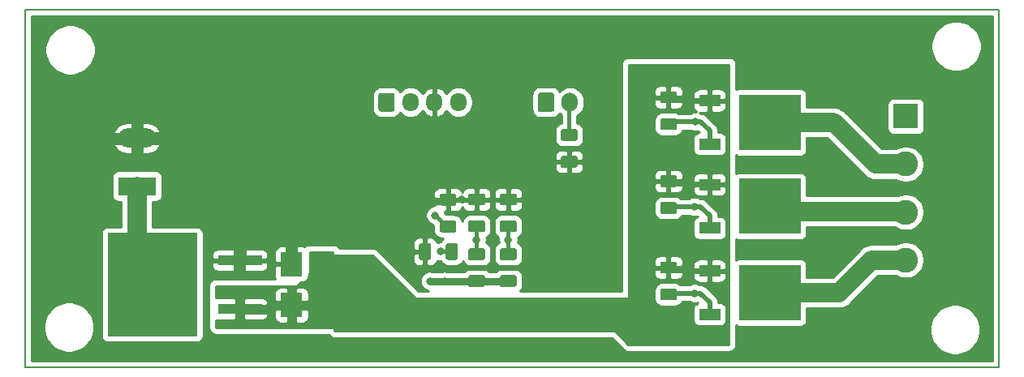
<source format=gbr>
G04 #@! TF.GenerationSoftware,KiCad,Pcbnew,(5.1.4-0)*
G04 #@! TF.CreationDate,2020-01-15T23:19:41+03:00*
G04 #@! TF.ProjectId,stl,73746c2e-6b69-4636-9164-5f7063625858,rev?*
G04 #@! TF.SameCoordinates,Original*
G04 #@! TF.FileFunction,Copper,L2,Bot*
G04 #@! TF.FilePolarity,Positive*
%FSLAX46Y46*%
G04 Gerber Fmt 4.6, Leading zero omitted, Abs format (unit mm)*
G04 Created by KiCad (PCBNEW (5.1.4-0)) date 2020-01-15 23:19:41*
%MOMM*%
%LPD*%
G04 APERTURE LIST*
G04 #@! TA.AperFunction,NonConductor*
%ADD10C,0.150000*%
G04 #@! TD*
G04 #@! TA.AperFunction,ComponentPad*
%ADD11R,2.600000X2.600000*%
G04 #@! TD*
G04 #@! TA.AperFunction,ComponentPad*
%ADD12C,2.600000*%
G04 #@! TD*
G04 #@! TA.AperFunction,SMDPad,CuDef*
%ADD13R,2.200000X1.200000*%
G04 #@! TD*
G04 #@! TA.AperFunction,SMDPad,CuDef*
%ADD14R,6.400000X5.800000*%
G04 #@! TD*
G04 #@! TA.AperFunction,Conductor*
%ADD15C,0.100000*%
G04 #@! TD*
G04 #@! TA.AperFunction,SMDPad,CuDef*
%ADD16C,1.250000*%
G04 #@! TD*
G04 #@! TA.AperFunction,SMDPad,CuDef*
%ADD17R,9.400000X10.800000*%
G04 #@! TD*
G04 #@! TA.AperFunction,SMDPad,CuDef*
%ADD18R,4.600000X1.100000*%
G04 #@! TD*
G04 #@! TA.AperFunction,ComponentPad*
%ADD19C,1.700000*%
G04 #@! TD*
G04 #@! TA.AperFunction,ComponentPad*
%ADD20O,1.700000X2.000000*%
G04 #@! TD*
G04 #@! TA.AperFunction,ComponentPad*
%ADD21O,1.700000X1.950000*%
G04 #@! TD*
G04 #@! TA.AperFunction,SMDPad,CuDef*
%ADD22R,2.300000X2.500000*%
G04 #@! TD*
G04 #@! TA.AperFunction,ComponentPad*
%ADD23R,3.960000X1.980000*%
G04 #@! TD*
G04 #@! TA.AperFunction,ComponentPad*
%ADD24O,3.960000X1.980000*%
G04 #@! TD*
G04 #@! TA.AperFunction,ViaPad*
%ADD25C,0.800000*%
G04 #@! TD*
G04 #@! TA.AperFunction,Conductor*
%ADD26C,0.500000*%
G04 #@! TD*
G04 #@! TA.AperFunction,Conductor*
%ADD27C,2.000000*%
G04 #@! TD*
G04 #@! TA.AperFunction,Conductor*
%ADD28C,1.270000*%
G04 #@! TD*
G04 #@! TA.AperFunction,Conductor*
%ADD29C,0.431800*%
G04 #@! TD*
G04 #@! TA.AperFunction,Conductor*
%ADD30C,0.381000*%
G04 #@! TD*
G04 #@! TA.AperFunction,Conductor*
%ADD31C,0.762000*%
G04 #@! TD*
G04 #@! TA.AperFunction,Conductor*
%ADD32C,0.508000*%
G04 #@! TD*
G04 #@! TA.AperFunction,Conductor*
%ADD33C,2.032000*%
G04 #@! TD*
G04 #@! TA.AperFunction,Conductor*
%ADD34C,0.254000*%
G04 #@! TD*
G04 APERTURE END LIST*
D10*
X275590000Y-50927000D02*
X173990000Y-50927000D01*
X173990000Y-13589000D02*
X173990000Y-50927000D01*
X275590000Y-13589000D02*
X173990000Y-13589000D01*
X275590000Y-13589000D02*
X275590000Y-50927000D01*
D11*
G04 #@! TO.P,J1,1*
G04 #@! TO.N,+BATT*
X265887200Y-24714200D03*
D12*
G04 #@! TO.P,J1,2*
G04 #@! TO.N,lamp2_out*
X265887200Y-29714200D03*
G04 #@! TO.P,J1,3*
G04 #@! TO.N,lamp3_out*
X265887200Y-34714200D03*
G04 #@! TO.P,J1,4*
G04 #@! TO.N,lamp4_out*
X265887200Y-39714200D03*
G04 #@! TD*
D13*
G04 #@! TO.P,Q2,1*
G04 #@! TO.N,lamp2_ctrl*
X245431200Y-27629200D03*
G04 #@! TO.P,Q2,3*
G04 #@! TO.N,+12V*
X245431200Y-23069200D03*
D14*
G04 #@! TO.P,Q2,2*
G04 #@! TO.N,lamp2_out*
X251731200Y-25349200D03*
G04 #@! TD*
D15*
G04 #@! TO.N,Net-(D2-Pad1)*
G04 #@! TO.C,R15*
G36*
X218914504Y-37965204D02*
G01*
X218938773Y-37968804D01*
X218962571Y-37974765D01*
X218985671Y-37983030D01*
X219007849Y-37993520D01*
X219028893Y-38006133D01*
X219048598Y-38020747D01*
X219066777Y-38037223D01*
X219083253Y-38055402D01*
X219097867Y-38075107D01*
X219110480Y-38096151D01*
X219120970Y-38118329D01*
X219129235Y-38141429D01*
X219135196Y-38165227D01*
X219138796Y-38189496D01*
X219140000Y-38214000D01*
X219140000Y-39464000D01*
X219138796Y-39488504D01*
X219135196Y-39512773D01*
X219129235Y-39536571D01*
X219120970Y-39559671D01*
X219110480Y-39581849D01*
X219097867Y-39602893D01*
X219083253Y-39622598D01*
X219066777Y-39640777D01*
X219048598Y-39657253D01*
X219028893Y-39671867D01*
X219007849Y-39684480D01*
X218985671Y-39694970D01*
X218962571Y-39703235D01*
X218938773Y-39709196D01*
X218914504Y-39712796D01*
X218890000Y-39714000D01*
X218140000Y-39714000D01*
X218115496Y-39712796D01*
X218091227Y-39709196D01*
X218067429Y-39703235D01*
X218044329Y-39694970D01*
X218022151Y-39684480D01*
X218001107Y-39671867D01*
X217981402Y-39657253D01*
X217963223Y-39640777D01*
X217946747Y-39622598D01*
X217932133Y-39602893D01*
X217919520Y-39581849D01*
X217909030Y-39559671D01*
X217900765Y-39536571D01*
X217894804Y-39512773D01*
X217891204Y-39488504D01*
X217890000Y-39464000D01*
X217890000Y-38214000D01*
X217891204Y-38189496D01*
X217894804Y-38165227D01*
X217900765Y-38141429D01*
X217909030Y-38118329D01*
X217919520Y-38096151D01*
X217932133Y-38075107D01*
X217946747Y-38055402D01*
X217963223Y-38037223D01*
X217981402Y-38020747D01*
X218001107Y-38006133D01*
X218022151Y-37993520D01*
X218044329Y-37983030D01*
X218067429Y-37974765D01*
X218091227Y-37968804D01*
X218115496Y-37965204D01*
X218140000Y-37964000D01*
X218890000Y-37964000D01*
X218914504Y-37965204D01*
X218914504Y-37965204D01*
G37*
D16*
G04 #@! TD*
G04 #@! TO.P,R15,1*
G04 #@! TO.N,Net-(D2-Pad1)*
X218515000Y-38839000D03*
D15*
G04 #@! TO.N,GND*
G04 #@! TO.C,R15*
G36*
X216114504Y-37965204D02*
G01*
X216138773Y-37968804D01*
X216162571Y-37974765D01*
X216185671Y-37983030D01*
X216207849Y-37993520D01*
X216228893Y-38006133D01*
X216248598Y-38020747D01*
X216266777Y-38037223D01*
X216283253Y-38055402D01*
X216297867Y-38075107D01*
X216310480Y-38096151D01*
X216320970Y-38118329D01*
X216329235Y-38141429D01*
X216335196Y-38165227D01*
X216338796Y-38189496D01*
X216340000Y-38214000D01*
X216340000Y-39464000D01*
X216338796Y-39488504D01*
X216335196Y-39512773D01*
X216329235Y-39536571D01*
X216320970Y-39559671D01*
X216310480Y-39581849D01*
X216297867Y-39602893D01*
X216283253Y-39622598D01*
X216266777Y-39640777D01*
X216248598Y-39657253D01*
X216228893Y-39671867D01*
X216207849Y-39684480D01*
X216185671Y-39694970D01*
X216162571Y-39703235D01*
X216138773Y-39709196D01*
X216114504Y-39712796D01*
X216090000Y-39714000D01*
X215340000Y-39714000D01*
X215315496Y-39712796D01*
X215291227Y-39709196D01*
X215267429Y-39703235D01*
X215244329Y-39694970D01*
X215222151Y-39684480D01*
X215201107Y-39671867D01*
X215181402Y-39657253D01*
X215163223Y-39640777D01*
X215146747Y-39622598D01*
X215132133Y-39602893D01*
X215119520Y-39581849D01*
X215109030Y-39559671D01*
X215100765Y-39536571D01*
X215094804Y-39512773D01*
X215091204Y-39488504D01*
X215090000Y-39464000D01*
X215090000Y-38214000D01*
X215091204Y-38189496D01*
X215094804Y-38165227D01*
X215100765Y-38141429D01*
X215109030Y-38118329D01*
X215119520Y-38096151D01*
X215132133Y-38075107D01*
X215146747Y-38055402D01*
X215163223Y-38037223D01*
X215181402Y-38020747D01*
X215201107Y-38006133D01*
X215222151Y-37993520D01*
X215244329Y-37983030D01*
X215267429Y-37974765D01*
X215291227Y-37968804D01*
X215315496Y-37965204D01*
X215340000Y-37964000D01*
X216090000Y-37964000D01*
X216114504Y-37965204D01*
X216114504Y-37965204D01*
G37*
D16*
G04 #@! TD*
G04 #@! TO.P,R15,2*
G04 #@! TO.N,GND*
X215715000Y-38839000D03*
D17*
G04 #@! TO.P,Q1,2*
G04 #@! TO.N,+BATT*
X187252000Y-42291000D03*
D18*
G04 #@! TO.P,Q1,3*
G04 #@! TO.N,+12V*
X196402000Y-44831000D03*
G04 #@! TO.P,Q1,1*
G04 #@! TO.N,GND*
X196402000Y-39751000D03*
G04 #@! TD*
D13*
G04 #@! TO.P,Q7,1*
G04 #@! TO.N,lamp3_ctrl*
X245431200Y-36392200D03*
G04 #@! TO.P,Q7,3*
G04 #@! TO.N,+12V*
X245431200Y-31832200D03*
D14*
G04 #@! TO.P,Q7,2*
G04 #@! TO.N,lamp3_out*
X251731200Y-34112200D03*
G04 #@! TD*
D13*
G04 #@! TO.P,Q4,1*
G04 #@! TO.N,lamp4_ctrl*
X245431200Y-45409200D03*
G04 #@! TO.P,Q4,3*
G04 #@! TO.N,+12V*
X245431200Y-40849200D03*
D14*
G04 #@! TO.P,Q4,2*
G04 #@! TO.N,lamp4_out*
X251731200Y-43129200D03*
G04 #@! TD*
D15*
G04 #@! TO.N,GND*
G04 #@! TO.C,C1*
G36*
X218759504Y-32796204D02*
G01*
X218783773Y-32799804D01*
X218807571Y-32805765D01*
X218830671Y-32814030D01*
X218852849Y-32824520D01*
X218873893Y-32837133D01*
X218893598Y-32851747D01*
X218911777Y-32868223D01*
X218928253Y-32886402D01*
X218942867Y-32906107D01*
X218955480Y-32927151D01*
X218965970Y-32949329D01*
X218974235Y-32972429D01*
X218980196Y-32996227D01*
X218983796Y-33020496D01*
X218985000Y-33045000D01*
X218985000Y-33795000D01*
X218983796Y-33819504D01*
X218980196Y-33843773D01*
X218974235Y-33867571D01*
X218965970Y-33890671D01*
X218955480Y-33912849D01*
X218942867Y-33933893D01*
X218928253Y-33953598D01*
X218911777Y-33971777D01*
X218893598Y-33988253D01*
X218873893Y-34002867D01*
X218852849Y-34015480D01*
X218830671Y-34025970D01*
X218807571Y-34034235D01*
X218783773Y-34040196D01*
X218759504Y-34043796D01*
X218735000Y-34045000D01*
X217485000Y-34045000D01*
X217460496Y-34043796D01*
X217436227Y-34040196D01*
X217412429Y-34034235D01*
X217389329Y-34025970D01*
X217367151Y-34015480D01*
X217346107Y-34002867D01*
X217326402Y-33988253D01*
X217308223Y-33971777D01*
X217291747Y-33953598D01*
X217277133Y-33933893D01*
X217264520Y-33912849D01*
X217254030Y-33890671D01*
X217245765Y-33867571D01*
X217239804Y-33843773D01*
X217236204Y-33819504D01*
X217235000Y-33795000D01*
X217235000Y-33045000D01*
X217236204Y-33020496D01*
X217239804Y-32996227D01*
X217245765Y-32972429D01*
X217254030Y-32949329D01*
X217264520Y-32927151D01*
X217277133Y-32906107D01*
X217291747Y-32886402D01*
X217308223Y-32868223D01*
X217326402Y-32851747D01*
X217346107Y-32837133D01*
X217367151Y-32824520D01*
X217389329Y-32814030D01*
X217412429Y-32805765D01*
X217436227Y-32799804D01*
X217460496Y-32796204D01*
X217485000Y-32795000D01*
X218735000Y-32795000D01*
X218759504Y-32796204D01*
X218759504Y-32796204D01*
G37*
D16*
G04 #@! TD*
G04 #@! TO.P,C1,1*
G04 #@! TO.N,GND*
X218110000Y-33420000D03*
D15*
G04 #@! TO.N,Net-(C1-Pad2)*
G04 #@! TO.C,C1*
G36*
X218759504Y-35596204D02*
G01*
X218783773Y-35599804D01*
X218807571Y-35605765D01*
X218830671Y-35614030D01*
X218852849Y-35624520D01*
X218873893Y-35637133D01*
X218893598Y-35651747D01*
X218911777Y-35668223D01*
X218928253Y-35686402D01*
X218942867Y-35706107D01*
X218955480Y-35727151D01*
X218965970Y-35749329D01*
X218974235Y-35772429D01*
X218980196Y-35796227D01*
X218983796Y-35820496D01*
X218985000Y-35845000D01*
X218985000Y-36595000D01*
X218983796Y-36619504D01*
X218980196Y-36643773D01*
X218974235Y-36667571D01*
X218965970Y-36690671D01*
X218955480Y-36712849D01*
X218942867Y-36733893D01*
X218928253Y-36753598D01*
X218911777Y-36771777D01*
X218893598Y-36788253D01*
X218873893Y-36802867D01*
X218852849Y-36815480D01*
X218830671Y-36825970D01*
X218807571Y-36834235D01*
X218783773Y-36840196D01*
X218759504Y-36843796D01*
X218735000Y-36845000D01*
X217485000Y-36845000D01*
X217460496Y-36843796D01*
X217436227Y-36840196D01*
X217412429Y-36834235D01*
X217389329Y-36825970D01*
X217367151Y-36815480D01*
X217346107Y-36802867D01*
X217326402Y-36788253D01*
X217308223Y-36771777D01*
X217291747Y-36753598D01*
X217277133Y-36733893D01*
X217264520Y-36712849D01*
X217254030Y-36690671D01*
X217245765Y-36667571D01*
X217239804Y-36643773D01*
X217236204Y-36619504D01*
X217235000Y-36595000D01*
X217235000Y-35845000D01*
X217236204Y-35820496D01*
X217239804Y-35796227D01*
X217245765Y-35772429D01*
X217254030Y-35749329D01*
X217264520Y-35727151D01*
X217277133Y-35706107D01*
X217291747Y-35686402D01*
X217308223Y-35668223D01*
X217326402Y-35651747D01*
X217346107Y-35637133D01*
X217367151Y-35624520D01*
X217389329Y-35614030D01*
X217412429Y-35605765D01*
X217436227Y-35599804D01*
X217460496Y-35596204D01*
X217485000Y-35595000D01*
X218735000Y-35595000D01*
X218759504Y-35596204D01*
X218759504Y-35596204D01*
G37*
D16*
G04 #@! TD*
G04 #@! TO.P,C1,2*
G04 #@! TO.N,Net-(C1-Pad2)*
X218110000Y-36220000D03*
D15*
G04 #@! TO.N,+3V3*
G04 #@! TO.C,LEARN1*
G36*
X228970504Y-22242204D02*
G01*
X228994773Y-22245804D01*
X229018571Y-22251765D01*
X229041671Y-22260030D01*
X229063849Y-22270520D01*
X229084893Y-22283133D01*
X229104598Y-22297747D01*
X229122777Y-22314223D01*
X229139253Y-22332402D01*
X229153867Y-22352107D01*
X229166480Y-22373151D01*
X229176970Y-22395329D01*
X229185235Y-22418429D01*
X229191196Y-22442227D01*
X229194796Y-22466496D01*
X229196000Y-22491000D01*
X229196000Y-23991000D01*
X229194796Y-24015504D01*
X229191196Y-24039773D01*
X229185235Y-24063571D01*
X229176970Y-24086671D01*
X229166480Y-24108849D01*
X229153867Y-24129893D01*
X229139253Y-24149598D01*
X229122777Y-24167777D01*
X229104598Y-24184253D01*
X229084893Y-24198867D01*
X229063849Y-24211480D01*
X229041671Y-24221970D01*
X229018571Y-24230235D01*
X228994773Y-24236196D01*
X228970504Y-24239796D01*
X228946000Y-24241000D01*
X227746000Y-24241000D01*
X227721496Y-24239796D01*
X227697227Y-24236196D01*
X227673429Y-24230235D01*
X227650329Y-24221970D01*
X227628151Y-24211480D01*
X227607107Y-24198867D01*
X227587402Y-24184253D01*
X227569223Y-24167777D01*
X227552747Y-24149598D01*
X227538133Y-24129893D01*
X227525520Y-24108849D01*
X227515030Y-24086671D01*
X227506765Y-24063571D01*
X227500804Y-24039773D01*
X227497204Y-24015504D01*
X227496000Y-23991000D01*
X227496000Y-22491000D01*
X227497204Y-22466496D01*
X227500804Y-22442227D01*
X227506765Y-22418429D01*
X227515030Y-22395329D01*
X227525520Y-22373151D01*
X227538133Y-22352107D01*
X227552747Y-22332402D01*
X227569223Y-22314223D01*
X227587402Y-22297747D01*
X227607107Y-22283133D01*
X227628151Y-22270520D01*
X227650329Y-22260030D01*
X227673429Y-22251765D01*
X227697227Y-22245804D01*
X227721496Y-22242204D01*
X227746000Y-22241000D01*
X228946000Y-22241000D01*
X228970504Y-22242204D01*
X228970504Y-22242204D01*
G37*
D19*
G04 #@! TD*
G04 #@! TO.P,LEARN1,1*
G04 #@! TO.N,+3V3*
X228346000Y-23241000D03*
D20*
G04 #@! TO.P,LEARN1,2*
G04 #@! TO.N,LEARN*
X230846000Y-23241000D03*
G04 #@! TD*
D15*
G04 #@! TO.N,NRST*
G04 #@! TO.C,SWIM1*
G36*
X212333504Y-22267204D02*
G01*
X212357773Y-22270804D01*
X212381571Y-22276765D01*
X212404671Y-22285030D01*
X212426849Y-22295520D01*
X212447893Y-22308133D01*
X212467598Y-22322747D01*
X212485777Y-22339223D01*
X212502253Y-22357402D01*
X212516867Y-22377107D01*
X212529480Y-22398151D01*
X212539970Y-22420329D01*
X212548235Y-22443429D01*
X212554196Y-22467227D01*
X212557796Y-22491496D01*
X212559000Y-22516000D01*
X212559000Y-23966000D01*
X212557796Y-23990504D01*
X212554196Y-24014773D01*
X212548235Y-24038571D01*
X212539970Y-24061671D01*
X212529480Y-24083849D01*
X212516867Y-24104893D01*
X212502253Y-24124598D01*
X212485777Y-24142777D01*
X212467598Y-24159253D01*
X212447893Y-24173867D01*
X212426849Y-24186480D01*
X212404671Y-24196970D01*
X212381571Y-24205235D01*
X212357773Y-24211196D01*
X212333504Y-24214796D01*
X212309000Y-24216000D01*
X211109000Y-24216000D01*
X211084496Y-24214796D01*
X211060227Y-24211196D01*
X211036429Y-24205235D01*
X211013329Y-24196970D01*
X210991151Y-24186480D01*
X210970107Y-24173867D01*
X210950402Y-24159253D01*
X210932223Y-24142777D01*
X210915747Y-24124598D01*
X210901133Y-24104893D01*
X210888520Y-24083849D01*
X210878030Y-24061671D01*
X210869765Y-24038571D01*
X210863804Y-24014773D01*
X210860204Y-23990504D01*
X210859000Y-23966000D01*
X210859000Y-22516000D01*
X210860204Y-22491496D01*
X210863804Y-22467227D01*
X210869765Y-22443429D01*
X210878030Y-22420329D01*
X210888520Y-22398151D01*
X210901133Y-22377107D01*
X210915747Y-22357402D01*
X210932223Y-22339223D01*
X210950402Y-22322747D01*
X210970107Y-22308133D01*
X210991151Y-22295520D01*
X211013329Y-22285030D01*
X211036429Y-22276765D01*
X211060227Y-22270804D01*
X211084496Y-22267204D01*
X211109000Y-22266000D01*
X212309000Y-22266000D01*
X212333504Y-22267204D01*
X212333504Y-22267204D01*
G37*
D19*
G04 #@! TD*
G04 #@! TO.P,SWIM1,1*
G04 #@! TO.N,NRST*
X211709000Y-23241000D03*
D21*
G04 #@! TO.P,SWIM1,2*
G04 #@! TO.N,SWIM*
X214209000Y-23241000D03*
G04 #@! TO.P,SWIM1,3*
G04 #@! TO.N,GND*
X216709000Y-23241000D03*
G04 #@! TO.P,SWIM1,4*
G04 #@! TO.N,+3V3*
X219209000Y-23241000D03*
G04 #@! TD*
D22*
G04 #@! TO.P,D1,1*
G04 #@! TO.N,+12V*
X201803000Y-44441000D03*
G04 #@! TO.P,D1,2*
G04 #@! TO.N,GND*
X201803000Y-40141000D03*
G04 #@! TD*
D15*
G04 #@! TO.N,CNT1*
G04 #@! TO.C,R2*
G36*
X225058504Y-35574204D02*
G01*
X225082773Y-35577804D01*
X225106571Y-35583765D01*
X225129671Y-35592030D01*
X225151849Y-35602520D01*
X225172893Y-35615133D01*
X225192598Y-35629747D01*
X225210777Y-35646223D01*
X225227253Y-35664402D01*
X225241867Y-35684107D01*
X225254480Y-35705151D01*
X225264970Y-35727329D01*
X225273235Y-35750429D01*
X225279196Y-35774227D01*
X225282796Y-35798496D01*
X225284000Y-35823000D01*
X225284000Y-36573000D01*
X225282796Y-36597504D01*
X225279196Y-36621773D01*
X225273235Y-36645571D01*
X225264970Y-36668671D01*
X225254480Y-36690849D01*
X225241867Y-36711893D01*
X225227253Y-36731598D01*
X225210777Y-36749777D01*
X225192598Y-36766253D01*
X225172893Y-36780867D01*
X225151849Y-36793480D01*
X225129671Y-36803970D01*
X225106571Y-36812235D01*
X225082773Y-36818196D01*
X225058504Y-36821796D01*
X225034000Y-36823000D01*
X223784000Y-36823000D01*
X223759496Y-36821796D01*
X223735227Y-36818196D01*
X223711429Y-36812235D01*
X223688329Y-36803970D01*
X223666151Y-36793480D01*
X223645107Y-36780867D01*
X223625402Y-36766253D01*
X223607223Y-36749777D01*
X223590747Y-36731598D01*
X223576133Y-36711893D01*
X223563520Y-36690849D01*
X223553030Y-36668671D01*
X223544765Y-36645571D01*
X223538804Y-36621773D01*
X223535204Y-36597504D01*
X223534000Y-36573000D01*
X223534000Y-35823000D01*
X223535204Y-35798496D01*
X223538804Y-35774227D01*
X223544765Y-35750429D01*
X223553030Y-35727329D01*
X223563520Y-35705151D01*
X223576133Y-35684107D01*
X223590747Y-35664402D01*
X223607223Y-35646223D01*
X223625402Y-35629747D01*
X223645107Y-35615133D01*
X223666151Y-35602520D01*
X223688329Y-35592030D01*
X223711429Y-35583765D01*
X223735227Y-35577804D01*
X223759496Y-35574204D01*
X223784000Y-35573000D01*
X225034000Y-35573000D01*
X225058504Y-35574204D01*
X225058504Y-35574204D01*
G37*
D16*
G04 #@! TD*
G04 #@! TO.P,R2,2*
G04 #@! TO.N,CNT1*
X224409000Y-36198000D03*
D15*
G04 #@! TO.N,GND*
G04 #@! TO.C,R2*
G36*
X225058504Y-32774204D02*
G01*
X225082773Y-32777804D01*
X225106571Y-32783765D01*
X225129671Y-32792030D01*
X225151849Y-32802520D01*
X225172893Y-32815133D01*
X225192598Y-32829747D01*
X225210777Y-32846223D01*
X225227253Y-32864402D01*
X225241867Y-32884107D01*
X225254480Y-32905151D01*
X225264970Y-32927329D01*
X225273235Y-32950429D01*
X225279196Y-32974227D01*
X225282796Y-32998496D01*
X225284000Y-33023000D01*
X225284000Y-33773000D01*
X225282796Y-33797504D01*
X225279196Y-33821773D01*
X225273235Y-33845571D01*
X225264970Y-33868671D01*
X225254480Y-33890849D01*
X225241867Y-33911893D01*
X225227253Y-33931598D01*
X225210777Y-33949777D01*
X225192598Y-33966253D01*
X225172893Y-33980867D01*
X225151849Y-33993480D01*
X225129671Y-34003970D01*
X225106571Y-34012235D01*
X225082773Y-34018196D01*
X225058504Y-34021796D01*
X225034000Y-34023000D01*
X223784000Y-34023000D01*
X223759496Y-34021796D01*
X223735227Y-34018196D01*
X223711429Y-34012235D01*
X223688329Y-34003970D01*
X223666151Y-33993480D01*
X223645107Y-33980867D01*
X223625402Y-33966253D01*
X223607223Y-33949777D01*
X223590747Y-33931598D01*
X223576133Y-33911893D01*
X223563520Y-33890849D01*
X223553030Y-33868671D01*
X223544765Y-33845571D01*
X223538804Y-33821773D01*
X223535204Y-33797504D01*
X223534000Y-33773000D01*
X223534000Y-33023000D01*
X223535204Y-32998496D01*
X223538804Y-32974227D01*
X223544765Y-32950429D01*
X223553030Y-32927329D01*
X223563520Y-32905151D01*
X223576133Y-32884107D01*
X223590747Y-32864402D01*
X223607223Y-32846223D01*
X223625402Y-32829747D01*
X223645107Y-32815133D01*
X223666151Y-32802520D01*
X223688329Y-32792030D01*
X223711429Y-32783765D01*
X223735227Y-32777804D01*
X223759496Y-32774204D01*
X223784000Y-32773000D01*
X225034000Y-32773000D01*
X225058504Y-32774204D01*
X225058504Y-32774204D01*
G37*
D16*
G04 #@! TD*
G04 #@! TO.P,R2,1*
G04 #@! TO.N,GND*
X224409000Y-33398000D03*
D15*
G04 #@! TO.N,+12V*
G04 #@! TO.C,R13*
G36*
X241771704Y-39886204D02*
G01*
X241795973Y-39889804D01*
X241819771Y-39895765D01*
X241842871Y-39904030D01*
X241865049Y-39914520D01*
X241886093Y-39927133D01*
X241905798Y-39941747D01*
X241923977Y-39958223D01*
X241940453Y-39976402D01*
X241955067Y-39996107D01*
X241967680Y-40017151D01*
X241978170Y-40039329D01*
X241986435Y-40062429D01*
X241992396Y-40086227D01*
X241995996Y-40110496D01*
X241997200Y-40135000D01*
X241997200Y-40885000D01*
X241995996Y-40909504D01*
X241992396Y-40933773D01*
X241986435Y-40957571D01*
X241978170Y-40980671D01*
X241967680Y-41002849D01*
X241955067Y-41023893D01*
X241940453Y-41043598D01*
X241923977Y-41061777D01*
X241905798Y-41078253D01*
X241886093Y-41092867D01*
X241865049Y-41105480D01*
X241842871Y-41115970D01*
X241819771Y-41124235D01*
X241795973Y-41130196D01*
X241771704Y-41133796D01*
X241747200Y-41135000D01*
X240497200Y-41135000D01*
X240472696Y-41133796D01*
X240448427Y-41130196D01*
X240424629Y-41124235D01*
X240401529Y-41115970D01*
X240379351Y-41105480D01*
X240358307Y-41092867D01*
X240338602Y-41078253D01*
X240320423Y-41061777D01*
X240303947Y-41043598D01*
X240289333Y-41023893D01*
X240276720Y-41002849D01*
X240266230Y-40980671D01*
X240257965Y-40957571D01*
X240252004Y-40933773D01*
X240248404Y-40909504D01*
X240247200Y-40885000D01*
X240247200Y-40135000D01*
X240248404Y-40110496D01*
X240252004Y-40086227D01*
X240257965Y-40062429D01*
X240266230Y-40039329D01*
X240276720Y-40017151D01*
X240289333Y-39996107D01*
X240303947Y-39976402D01*
X240320423Y-39958223D01*
X240338602Y-39941747D01*
X240358307Y-39927133D01*
X240379351Y-39914520D01*
X240401529Y-39904030D01*
X240424629Y-39895765D01*
X240448427Y-39889804D01*
X240472696Y-39886204D01*
X240497200Y-39885000D01*
X241747200Y-39885000D01*
X241771704Y-39886204D01*
X241771704Y-39886204D01*
G37*
D16*
G04 #@! TD*
G04 #@! TO.P,R13,2*
G04 #@! TO.N,+12V*
X241122200Y-40510000D03*
D15*
G04 #@! TO.N,lamp4_ctrl*
G04 #@! TO.C,R13*
G36*
X241771704Y-42686204D02*
G01*
X241795973Y-42689804D01*
X241819771Y-42695765D01*
X241842871Y-42704030D01*
X241865049Y-42714520D01*
X241886093Y-42727133D01*
X241905798Y-42741747D01*
X241923977Y-42758223D01*
X241940453Y-42776402D01*
X241955067Y-42796107D01*
X241967680Y-42817151D01*
X241978170Y-42839329D01*
X241986435Y-42862429D01*
X241992396Y-42886227D01*
X241995996Y-42910496D01*
X241997200Y-42935000D01*
X241997200Y-43685000D01*
X241995996Y-43709504D01*
X241992396Y-43733773D01*
X241986435Y-43757571D01*
X241978170Y-43780671D01*
X241967680Y-43802849D01*
X241955067Y-43823893D01*
X241940453Y-43843598D01*
X241923977Y-43861777D01*
X241905798Y-43878253D01*
X241886093Y-43892867D01*
X241865049Y-43905480D01*
X241842871Y-43915970D01*
X241819771Y-43924235D01*
X241795973Y-43930196D01*
X241771704Y-43933796D01*
X241747200Y-43935000D01*
X240497200Y-43935000D01*
X240472696Y-43933796D01*
X240448427Y-43930196D01*
X240424629Y-43924235D01*
X240401529Y-43915970D01*
X240379351Y-43905480D01*
X240358307Y-43892867D01*
X240338602Y-43878253D01*
X240320423Y-43861777D01*
X240303947Y-43843598D01*
X240289333Y-43823893D01*
X240276720Y-43802849D01*
X240266230Y-43780671D01*
X240257965Y-43757571D01*
X240252004Y-43733773D01*
X240248404Y-43709504D01*
X240247200Y-43685000D01*
X240247200Y-42935000D01*
X240248404Y-42910496D01*
X240252004Y-42886227D01*
X240257965Y-42862429D01*
X240266230Y-42839329D01*
X240276720Y-42817151D01*
X240289333Y-42796107D01*
X240303947Y-42776402D01*
X240320423Y-42758223D01*
X240338602Y-42741747D01*
X240358307Y-42727133D01*
X240379351Y-42714520D01*
X240401529Y-42704030D01*
X240424629Y-42695765D01*
X240448427Y-42689804D01*
X240472696Y-42686204D01*
X240497200Y-42685000D01*
X241747200Y-42685000D01*
X241771704Y-42686204D01*
X241771704Y-42686204D01*
G37*
D16*
G04 #@! TD*
G04 #@! TO.P,R13,1*
G04 #@! TO.N,lamp4_ctrl*
X241122200Y-43310000D03*
D15*
G04 #@! TO.N,lamp3_ctrl*
G04 #@! TO.C,R12*
G36*
X241771704Y-33669204D02*
G01*
X241795973Y-33672804D01*
X241819771Y-33678765D01*
X241842871Y-33687030D01*
X241865049Y-33697520D01*
X241886093Y-33710133D01*
X241905798Y-33724747D01*
X241923977Y-33741223D01*
X241940453Y-33759402D01*
X241955067Y-33779107D01*
X241967680Y-33800151D01*
X241978170Y-33822329D01*
X241986435Y-33845429D01*
X241992396Y-33869227D01*
X241995996Y-33893496D01*
X241997200Y-33918000D01*
X241997200Y-34668000D01*
X241995996Y-34692504D01*
X241992396Y-34716773D01*
X241986435Y-34740571D01*
X241978170Y-34763671D01*
X241967680Y-34785849D01*
X241955067Y-34806893D01*
X241940453Y-34826598D01*
X241923977Y-34844777D01*
X241905798Y-34861253D01*
X241886093Y-34875867D01*
X241865049Y-34888480D01*
X241842871Y-34898970D01*
X241819771Y-34907235D01*
X241795973Y-34913196D01*
X241771704Y-34916796D01*
X241747200Y-34918000D01*
X240497200Y-34918000D01*
X240472696Y-34916796D01*
X240448427Y-34913196D01*
X240424629Y-34907235D01*
X240401529Y-34898970D01*
X240379351Y-34888480D01*
X240358307Y-34875867D01*
X240338602Y-34861253D01*
X240320423Y-34844777D01*
X240303947Y-34826598D01*
X240289333Y-34806893D01*
X240276720Y-34785849D01*
X240266230Y-34763671D01*
X240257965Y-34740571D01*
X240252004Y-34716773D01*
X240248404Y-34692504D01*
X240247200Y-34668000D01*
X240247200Y-33918000D01*
X240248404Y-33893496D01*
X240252004Y-33869227D01*
X240257965Y-33845429D01*
X240266230Y-33822329D01*
X240276720Y-33800151D01*
X240289333Y-33779107D01*
X240303947Y-33759402D01*
X240320423Y-33741223D01*
X240338602Y-33724747D01*
X240358307Y-33710133D01*
X240379351Y-33697520D01*
X240401529Y-33687030D01*
X240424629Y-33678765D01*
X240448427Y-33672804D01*
X240472696Y-33669204D01*
X240497200Y-33668000D01*
X241747200Y-33668000D01*
X241771704Y-33669204D01*
X241771704Y-33669204D01*
G37*
D16*
G04 #@! TD*
G04 #@! TO.P,R12,1*
G04 #@! TO.N,lamp3_ctrl*
X241122200Y-34293000D03*
D15*
G04 #@! TO.N,+12V*
G04 #@! TO.C,R12*
G36*
X241771704Y-30869204D02*
G01*
X241795973Y-30872804D01*
X241819771Y-30878765D01*
X241842871Y-30887030D01*
X241865049Y-30897520D01*
X241886093Y-30910133D01*
X241905798Y-30924747D01*
X241923977Y-30941223D01*
X241940453Y-30959402D01*
X241955067Y-30979107D01*
X241967680Y-31000151D01*
X241978170Y-31022329D01*
X241986435Y-31045429D01*
X241992396Y-31069227D01*
X241995996Y-31093496D01*
X241997200Y-31118000D01*
X241997200Y-31868000D01*
X241995996Y-31892504D01*
X241992396Y-31916773D01*
X241986435Y-31940571D01*
X241978170Y-31963671D01*
X241967680Y-31985849D01*
X241955067Y-32006893D01*
X241940453Y-32026598D01*
X241923977Y-32044777D01*
X241905798Y-32061253D01*
X241886093Y-32075867D01*
X241865049Y-32088480D01*
X241842871Y-32098970D01*
X241819771Y-32107235D01*
X241795973Y-32113196D01*
X241771704Y-32116796D01*
X241747200Y-32118000D01*
X240497200Y-32118000D01*
X240472696Y-32116796D01*
X240448427Y-32113196D01*
X240424629Y-32107235D01*
X240401529Y-32098970D01*
X240379351Y-32088480D01*
X240358307Y-32075867D01*
X240338602Y-32061253D01*
X240320423Y-32044777D01*
X240303947Y-32026598D01*
X240289333Y-32006893D01*
X240276720Y-31985849D01*
X240266230Y-31963671D01*
X240257965Y-31940571D01*
X240252004Y-31916773D01*
X240248404Y-31892504D01*
X240247200Y-31868000D01*
X240247200Y-31118000D01*
X240248404Y-31093496D01*
X240252004Y-31069227D01*
X240257965Y-31045429D01*
X240266230Y-31022329D01*
X240276720Y-31000151D01*
X240289333Y-30979107D01*
X240303947Y-30959402D01*
X240320423Y-30941223D01*
X240338602Y-30924747D01*
X240358307Y-30910133D01*
X240379351Y-30897520D01*
X240401529Y-30887030D01*
X240424629Y-30878765D01*
X240448427Y-30872804D01*
X240472696Y-30869204D01*
X240497200Y-30868000D01*
X241747200Y-30868000D01*
X241771704Y-30869204D01*
X241771704Y-30869204D01*
G37*
D16*
G04 #@! TD*
G04 #@! TO.P,R12,2*
G04 #@! TO.N,+12V*
X241122200Y-31493000D03*
D15*
G04 #@! TO.N,+12V*
G04 #@! TO.C,R11*
G36*
X241771704Y-22106204D02*
G01*
X241795973Y-22109804D01*
X241819771Y-22115765D01*
X241842871Y-22124030D01*
X241865049Y-22134520D01*
X241886093Y-22147133D01*
X241905798Y-22161747D01*
X241923977Y-22178223D01*
X241940453Y-22196402D01*
X241955067Y-22216107D01*
X241967680Y-22237151D01*
X241978170Y-22259329D01*
X241986435Y-22282429D01*
X241992396Y-22306227D01*
X241995996Y-22330496D01*
X241997200Y-22355000D01*
X241997200Y-23105000D01*
X241995996Y-23129504D01*
X241992396Y-23153773D01*
X241986435Y-23177571D01*
X241978170Y-23200671D01*
X241967680Y-23222849D01*
X241955067Y-23243893D01*
X241940453Y-23263598D01*
X241923977Y-23281777D01*
X241905798Y-23298253D01*
X241886093Y-23312867D01*
X241865049Y-23325480D01*
X241842871Y-23335970D01*
X241819771Y-23344235D01*
X241795973Y-23350196D01*
X241771704Y-23353796D01*
X241747200Y-23355000D01*
X240497200Y-23355000D01*
X240472696Y-23353796D01*
X240448427Y-23350196D01*
X240424629Y-23344235D01*
X240401529Y-23335970D01*
X240379351Y-23325480D01*
X240358307Y-23312867D01*
X240338602Y-23298253D01*
X240320423Y-23281777D01*
X240303947Y-23263598D01*
X240289333Y-23243893D01*
X240276720Y-23222849D01*
X240266230Y-23200671D01*
X240257965Y-23177571D01*
X240252004Y-23153773D01*
X240248404Y-23129504D01*
X240247200Y-23105000D01*
X240247200Y-22355000D01*
X240248404Y-22330496D01*
X240252004Y-22306227D01*
X240257965Y-22282429D01*
X240266230Y-22259329D01*
X240276720Y-22237151D01*
X240289333Y-22216107D01*
X240303947Y-22196402D01*
X240320423Y-22178223D01*
X240338602Y-22161747D01*
X240358307Y-22147133D01*
X240379351Y-22134520D01*
X240401529Y-22124030D01*
X240424629Y-22115765D01*
X240448427Y-22109804D01*
X240472696Y-22106204D01*
X240497200Y-22105000D01*
X241747200Y-22105000D01*
X241771704Y-22106204D01*
X241771704Y-22106204D01*
G37*
D16*
G04 #@! TD*
G04 #@! TO.P,R11,2*
G04 #@! TO.N,+12V*
X241122200Y-22730000D03*
D15*
G04 #@! TO.N,lamp2_ctrl*
G04 #@! TO.C,R11*
G36*
X241771704Y-24906204D02*
G01*
X241795973Y-24909804D01*
X241819771Y-24915765D01*
X241842871Y-24924030D01*
X241865049Y-24934520D01*
X241886093Y-24947133D01*
X241905798Y-24961747D01*
X241923977Y-24978223D01*
X241940453Y-24996402D01*
X241955067Y-25016107D01*
X241967680Y-25037151D01*
X241978170Y-25059329D01*
X241986435Y-25082429D01*
X241992396Y-25106227D01*
X241995996Y-25130496D01*
X241997200Y-25155000D01*
X241997200Y-25905000D01*
X241995996Y-25929504D01*
X241992396Y-25953773D01*
X241986435Y-25977571D01*
X241978170Y-26000671D01*
X241967680Y-26022849D01*
X241955067Y-26043893D01*
X241940453Y-26063598D01*
X241923977Y-26081777D01*
X241905798Y-26098253D01*
X241886093Y-26112867D01*
X241865049Y-26125480D01*
X241842871Y-26135970D01*
X241819771Y-26144235D01*
X241795973Y-26150196D01*
X241771704Y-26153796D01*
X241747200Y-26155000D01*
X240497200Y-26155000D01*
X240472696Y-26153796D01*
X240448427Y-26150196D01*
X240424629Y-26144235D01*
X240401529Y-26135970D01*
X240379351Y-26125480D01*
X240358307Y-26112867D01*
X240338602Y-26098253D01*
X240320423Y-26081777D01*
X240303947Y-26063598D01*
X240289333Y-26043893D01*
X240276720Y-26022849D01*
X240266230Y-26000671D01*
X240257965Y-25977571D01*
X240252004Y-25953773D01*
X240248404Y-25929504D01*
X240247200Y-25905000D01*
X240247200Y-25155000D01*
X240248404Y-25130496D01*
X240252004Y-25106227D01*
X240257965Y-25082429D01*
X240266230Y-25059329D01*
X240276720Y-25037151D01*
X240289333Y-25016107D01*
X240303947Y-24996402D01*
X240320423Y-24978223D01*
X240338602Y-24961747D01*
X240358307Y-24947133D01*
X240379351Y-24934520D01*
X240401529Y-24924030D01*
X240424629Y-24915765D01*
X240448427Y-24909804D01*
X240472696Y-24906204D01*
X240497200Y-24905000D01*
X241747200Y-24905000D01*
X241771704Y-24906204D01*
X241771704Y-24906204D01*
G37*
D16*
G04 #@! TD*
G04 #@! TO.P,R11,1*
G04 #@! TO.N,lamp2_ctrl*
X241122200Y-25530000D03*
D15*
G04 #@! TO.N,CNT1*
G04 #@! TO.C,R1*
G36*
X225058504Y-38489204D02*
G01*
X225082773Y-38492804D01*
X225106571Y-38498765D01*
X225129671Y-38507030D01*
X225151849Y-38517520D01*
X225172893Y-38530133D01*
X225192598Y-38544747D01*
X225210777Y-38561223D01*
X225227253Y-38579402D01*
X225241867Y-38599107D01*
X225254480Y-38620151D01*
X225264970Y-38642329D01*
X225273235Y-38665429D01*
X225279196Y-38689227D01*
X225282796Y-38713496D01*
X225284000Y-38738000D01*
X225284000Y-39488000D01*
X225282796Y-39512504D01*
X225279196Y-39536773D01*
X225273235Y-39560571D01*
X225264970Y-39583671D01*
X225254480Y-39605849D01*
X225241867Y-39626893D01*
X225227253Y-39646598D01*
X225210777Y-39664777D01*
X225192598Y-39681253D01*
X225172893Y-39695867D01*
X225151849Y-39708480D01*
X225129671Y-39718970D01*
X225106571Y-39727235D01*
X225082773Y-39733196D01*
X225058504Y-39736796D01*
X225034000Y-39738000D01*
X223784000Y-39738000D01*
X223759496Y-39736796D01*
X223735227Y-39733196D01*
X223711429Y-39727235D01*
X223688329Y-39718970D01*
X223666151Y-39708480D01*
X223645107Y-39695867D01*
X223625402Y-39681253D01*
X223607223Y-39664777D01*
X223590747Y-39646598D01*
X223576133Y-39626893D01*
X223563520Y-39605849D01*
X223553030Y-39583671D01*
X223544765Y-39560571D01*
X223538804Y-39536773D01*
X223535204Y-39512504D01*
X223534000Y-39488000D01*
X223534000Y-38738000D01*
X223535204Y-38713496D01*
X223538804Y-38689227D01*
X223544765Y-38665429D01*
X223553030Y-38642329D01*
X223563520Y-38620151D01*
X223576133Y-38599107D01*
X223590747Y-38579402D01*
X223607223Y-38561223D01*
X223625402Y-38544747D01*
X223645107Y-38530133D01*
X223666151Y-38517520D01*
X223688329Y-38507030D01*
X223711429Y-38498765D01*
X223735227Y-38492804D01*
X223759496Y-38489204D01*
X223784000Y-38488000D01*
X225034000Y-38488000D01*
X225058504Y-38489204D01*
X225058504Y-38489204D01*
G37*
D16*
G04 #@! TD*
G04 #@! TO.P,R1,1*
G04 #@! TO.N,CNT1*
X224409000Y-39113000D03*
D15*
G04 #@! TO.N,+3V3*
G04 #@! TO.C,R1*
G36*
X225058504Y-41289204D02*
G01*
X225082773Y-41292804D01*
X225106571Y-41298765D01*
X225129671Y-41307030D01*
X225151849Y-41317520D01*
X225172893Y-41330133D01*
X225192598Y-41344747D01*
X225210777Y-41361223D01*
X225227253Y-41379402D01*
X225241867Y-41399107D01*
X225254480Y-41420151D01*
X225264970Y-41442329D01*
X225273235Y-41465429D01*
X225279196Y-41489227D01*
X225282796Y-41513496D01*
X225284000Y-41538000D01*
X225284000Y-42288000D01*
X225282796Y-42312504D01*
X225279196Y-42336773D01*
X225273235Y-42360571D01*
X225264970Y-42383671D01*
X225254480Y-42405849D01*
X225241867Y-42426893D01*
X225227253Y-42446598D01*
X225210777Y-42464777D01*
X225192598Y-42481253D01*
X225172893Y-42495867D01*
X225151849Y-42508480D01*
X225129671Y-42518970D01*
X225106571Y-42527235D01*
X225082773Y-42533196D01*
X225058504Y-42536796D01*
X225034000Y-42538000D01*
X223784000Y-42538000D01*
X223759496Y-42536796D01*
X223735227Y-42533196D01*
X223711429Y-42527235D01*
X223688329Y-42518970D01*
X223666151Y-42508480D01*
X223645107Y-42495867D01*
X223625402Y-42481253D01*
X223607223Y-42464777D01*
X223590747Y-42446598D01*
X223576133Y-42426893D01*
X223563520Y-42405849D01*
X223553030Y-42383671D01*
X223544765Y-42360571D01*
X223538804Y-42336773D01*
X223535204Y-42312504D01*
X223534000Y-42288000D01*
X223534000Y-41538000D01*
X223535204Y-41513496D01*
X223538804Y-41489227D01*
X223544765Y-41465429D01*
X223553030Y-41442329D01*
X223563520Y-41420151D01*
X223576133Y-41399107D01*
X223590747Y-41379402D01*
X223607223Y-41361223D01*
X223625402Y-41344747D01*
X223645107Y-41330133D01*
X223666151Y-41317520D01*
X223688329Y-41307030D01*
X223711429Y-41298765D01*
X223735227Y-41292804D01*
X223759496Y-41289204D01*
X223784000Y-41288000D01*
X225034000Y-41288000D01*
X225058504Y-41289204D01*
X225058504Y-41289204D01*
G37*
D16*
G04 #@! TD*
G04 #@! TO.P,R1,2*
G04 #@! TO.N,+3V3*
X224409000Y-41913000D03*
D15*
G04 #@! TO.N,LEARN*
G04 #@! TO.C,R6*
G36*
X231408504Y-26040204D02*
G01*
X231432773Y-26043804D01*
X231456571Y-26049765D01*
X231479671Y-26058030D01*
X231501849Y-26068520D01*
X231522893Y-26081133D01*
X231542598Y-26095747D01*
X231560777Y-26112223D01*
X231577253Y-26130402D01*
X231591867Y-26150107D01*
X231604480Y-26171151D01*
X231614970Y-26193329D01*
X231623235Y-26216429D01*
X231629196Y-26240227D01*
X231632796Y-26264496D01*
X231634000Y-26289000D01*
X231634000Y-27039000D01*
X231632796Y-27063504D01*
X231629196Y-27087773D01*
X231623235Y-27111571D01*
X231614970Y-27134671D01*
X231604480Y-27156849D01*
X231591867Y-27177893D01*
X231577253Y-27197598D01*
X231560777Y-27215777D01*
X231542598Y-27232253D01*
X231522893Y-27246867D01*
X231501849Y-27259480D01*
X231479671Y-27269970D01*
X231456571Y-27278235D01*
X231432773Y-27284196D01*
X231408504Y-27287796D01*
X231384000Y-27289000D01*
X230134000Y-27289000D01*
X230109496Y-27287796D01*
X230085227Y-27284196D01*
X230061429Y-27278235D01*
X230038329Y-27269970D01*
X230016151Y-27259480D01*
X229995107Y-27246867D01*
X229975402Y-27232253D01*
X229957223Y-27215777D01*
X229940747Y-27197598D01*
X229926133Y-27177893D01*
X229913520Y-27156849D01*
X229903030Y-27134671D01*
X229894765Y-27111571D01*
X229888804Y-27087773D01*
X229885204Y-27063504D01*
X229884000Y-27039000D01*
X229884000Y-26289000D01*
X229885204Y-26264496D01*
X229888804Y-26240227D01*
X229894765Y-26216429D01*
X229903030Y-26193329D01*
X229913520Y-26171151D01*
X229926133Y-26150107D01*
X229940747Y-26130402D01*
X229957223Y-26112223D01*
X229975402Y-26095747D01*
X229995107Y-26081133D01*
X230016151Y-26068520D01*
X230038329Y-26058030D01*
X230061429Y-26049765D01*
X230085227Y-26043804D01*
X230109496Y-26040204D01*
X230134000Y-26039000D01*
X231384000Y-26039000D01*
X231408504Y-26040204D01*
X231408504Y-26040204D01*
G37*
D16*
G04 #@! TD*
G04 #@! TO.P,R6,2*
G04 #@! TO.N,LEARN*
X230759000Y-26664000D03*
D15*
G04 #@! TO.N,GND*
G04 #@! TO.C,R6*
G36*
X231408504Y-28840204D02*
G01*
X231432773Y-28843804D01*
X231456571Y-28849765D01*
X231479671Y-28858030D01*
X231501849Y-28868520D01*
X231522893Y-28881133D01*
X231542598Y-28895747D01*
X231560777Y-28912223D01*
X231577253Y-28930402D01*
X231591867Y-28950107D01*
X231604480Y-28971151D01*
X231614970Y-28993329D01*
X231623235Y-29016429D01*
X231629196Y-29040227D01*
X231632796Y-29064496D01*
X231634000Y-29089000D01*
X231634000Y-29839000D01*
X231632796Y-29863504D01*
X231629196Y-29887773D01*
X231623235Y-29911571D01*
X231614970Y-29934671D01*
X231604480Y-29956849D01*
X231591867Y-29977893D01*
X231577253Y-29997598D01*
X231560777Y-30015777D01*
X231542598Y-30032253D01*
X231522893Y-30046867D01*
X231501849Y-30059480D01*
X231479671Y-30069970D01*
X231456571Y-30078235D01*
X231432773Y-30084196D01*
X231408504Y-30087796D01*
X231384000Y-30089000D01*
X230134000Y-30089000D01*
X230109496Y-30087796D01*
X230085227Y-30084196D01*
X230061429Y-30078235D01*
X230038329Y-30069970D01*
X230016151Y-30059480D01*
X229995107Y-30046867D01*
X229975402Y-30032253D01*
X229957223Y-30015777D01*
X229940747Y-29997598D01*
X229926133Y-29977893D01*
X229913520Y-29956849D01*
X229903030Y-29934671D01*
X229894765Y-29911571D01*
X229888804Y-29887773D01*
X229885204Y-29863504D01*
X229884000Y-29839000D01*
X229884000Y-29089000D01*
X229885204Y-29064496D01*
X229888804Y-29040227D01*
X229894765Y-29016429D01*
X229903030Y-28993329D01*
X229913520Y-28971151D01*
X229926133Y-28950107D01*
X229940747Y-28930402D01*
X229957223Y-28912223D01*
X229975402Y-28895747D01*
X229995107Y-28881133D01*
X230016151Y-28868520D01*
X230038329Y-28858030D01*
X230061429Y-28849765D01*
X230085227Y-28843804D01*
X230109496Y-28840204D01*
X230134000Y-28839000D01*
X231384000Y-28839000D01*
X231408504Y-28840204D01*
X231408504Y-28840204D01*
G37*
D16*
G04 #@! TD*
G04 #@! TO.P,R6,1*
G04 #@! TO.N,GND*
X230759000Y-29464000D03*
D15*
G04 #@! TO.N,CNT2*
G04 #@! TO.C,R4*
G36*
X221756504Y-35574204D02*
G01*
X221780773Y-35577804D01*
X221804571Y-35583765D01*
X221827671Y-35592030D01*
X221849849Y-35602520D01*
X221870893Y-35615133D01*
X221890598Y-35629747D01*
X221908777Y-35646223D01*
X221925253Y-35664402D01*
X221939867Y-35684107D01*
X221952480Y-35705151D01*
X221962970Y-35727329D01*
X221971235Y-35750429D01*
X221977196Y-35774227D01*
X221980796Y-35798496D01*
X221982000Y-35823000D01*
X221982000Y-36573000D01*
X221980796Y-36597504D01*
X221977196Y-36621773D01*
X221971235Y-36645571D01*
X221962970Y-36668671D01*
X221952480Y-36690849D01*
X221939867Y-36711893D01*
X221925253Y-36731598D01*
X221908777Y-36749777D01*
X221890598Y-36766253D01*
X221870893Y-36780867D01*
X221849849Y-36793480D01*
X221827671Y-36803970D01*
X221804571Y-36812235D01*
X221780773Y-36818196D01*
X221756504Y-36821796D01*
X221732000Y-36823000D01*
X220482000Y-36823000D01*
X220457496Y-36821796D01*
X220433227Y-36818196D01*
X220409429Y-36812235D01*
X220386329Y-36803970D01*
X220364151Y-36793480D01*
X220343107Y-36780867D01*
X220323402Y-36766253D01*
X220305223Y-36749777D01*
X220288747Y-36731598D01*
X220274133Y-36711893D01*
X220261520Y-36690849D01*
X220251030Y-36668671D01*
X220242765Y-36645571D01*
X220236804Y-36621773D01*
X220233204Y-36597504D01*
X220232000Y-36573000D01*
X220232000Y-35823000D01*
X220233204Y-35798496D01*
X220236804Y-35774227D01*
X220242765Y-35750429D01*
X220251030Y-35727329D01*
X220261520Y-35705151D01*
X220274133Y-35684107D01*
X220288747Y-35664402D01*
X220305223Y-35646223D01*
X220323402Y-35629747D01*
X220343107Y-35615133D01*
X220364151Y-35602520D01*
X220386329Y-35592030D01*
X220409429Y-35583765D01*
X220433227Y-35577804D01*
X220457496Y-35574204D01*
X220482000Y-35573000D01*
X221732000Y-35573000D01*
X221756504Y-35574204D01*
X221756504Y-35574204D01*
G37*
D16*
G04 #@! TD*
G04 #@! TO.P,R4,2*
G04 #@! TO.N,CNT2*
X221107000Y-36198000D03*
D15*
G04 #@! TO.N,GND*
G04 #@! TO.C,R4*
G36*
X221756504Y-32774204D02*
G01*
X221780773Y-32777804D01*
X221804571Y-32783765D01*
X221827671Y-32792030D01*
X221849849Y-32802520D01*
X221870893Y-32815133D01*
X221890598Y-32829747D01*
X221908777Y-32846223D01*
X221925253Y-32864402D01*
X221939867Y-32884107D01*
X221952480Y-32905151D01*
X221962970Y-32927329D01*
X221971235Y-32950429D01*
X221977196Y-32974227D01*
X221980796Y-32998496D01*
X221982000Y-33023000D01*
X221982000Y-33773000D01*
X221980796Y-33797504D01*
X221977196Y-33821773D01*
X221971235Y-33845571D01*
X221962970Y-33868671D01*
X221952480Y-33890849D01*
X221939867Y-33911893D01*
X221925253Y-33931598D01*
X221908777Y-33949777D01*
X221890598Y-33966253D01*
X221870893Y-33980867D01*
X221849849Y-33993480D01*
X221827671Y-34003970D01*
X221804571Y-34012235D01*
X221780773Y-34018196D01*
X221756504Y-34021796D01*
X221732000Y-34023000D01*
X220482000Y-34023000D01*
X220457496Y-34021796D01*
X220433227Y-34018196D01*
X220409429Y-34012235D01*
X220386329Y-34003970D01*
X220364151Y-33993480D01*
X220343107Y-33980867D01*
X220323402Y-33966253D01*
X220305223Y-33949777D01*
X220288747Y-33931598D01*
X220274133Y-33911893D01*
X220261520Y-33890849D01*
X220251030Y-33868671D01*
X220242765Y-33845571D01*
X220236804Y-33821773D01*
X220233204Y-33797504D01*
X220232000Y-33773000D01*
X220232000Y-33023000D01*
X220233204Y-32998496D01*
X220236804Y-32974227D01*
X220242765Y-32950429D01*
X220251030Y-32927329D01*
X220261520Y-32905151D01*
X220274133Y-32884107D01*
X220288747Y-32864402D01*
X220305223Y-32846223D01*
X220323402Y-32829747D01*
X220343107Y-32815133D01*
X220364151Y-32802520D01*
X220386329Y-32792030D01*
X220409429Y-32783765D01*
X220433227Y-32777804D01*
X220457496Y-32774204D01*
X220482000Y-32773000D01*
X221732000Y-32773000D01*
X221756504Y-32774204D01*
X221756504Y-32774204D01*
G37*
D16*
G04 #@! TD*
G04 #@! TO.P,R4,1*
G04 #@! TO.N,GND*
X221107000Y-33398000D03*
D15*
G04 #@! TO.N,CNT2*
G04 #@! TO.C,R3*
G36*
X221756504Y-38489204D02*
G01*
X221780773Y-38492804D01*
X221804571Y-38498765D01*
X221827671Y-38507030D01*
X221849849Y-38517520D01*
X221870893Y-38530133D01*
X221890598Y-38544747D01*
X221908777Y-38561223D01*
X221925253Y-38579402D01*
X221939867Y-38599107D01*
X221952480Y-38620151D01*
X221962970Y-38642329D01*
X221971235Y-38665429D01*
X221977196Y-38689227D01*
X221980796Y-38713496D01*
X221982000Y-38738000D01*
X221982000Y-39488000D01*
X221980796Y-39512504D01*
X221977196Y-39536773D01*
X221971235Y-39560571D01*
X221962970Y-39583671D01*
X221952480Y-39605849D01*
X221939867Y-39626893D01*
X221925253Y-39646598D01*
X221908777Y-39664777D01*
X221890598Y-39681253D01*
X221870893Y-39695867D01*
X221849849Y-39708480D01*
X221827671Y-39718970D01*
X221804571Y-39727235D01*
X221780773Y-39733196D01*
X221756504Y-39736796D01*
X221732000Y-39738000D01*
X220482000Y-39738000D01*
X220457496Y-39736796D01*
X220433227Y-39733196D01*
X220409429Y-39727235D01*
X220386329Y-39718970D01*
X220364151Y-39708480D01*
X220343107Y-39695867D01*
X220323402Y-39681253D01*
X220305223Y-39664777D01*
X220288747Y-39646598D01*
X220274133Y-39626893D01*
X220261520Y-39605849D01*
X220251030Y-39583671D01*
X220242765Y-39560571D01*
X220236804Y-39536773D01*
X220233204Y-39512504D01*
X220232000Y-39488000D01*
X220232000Y-38738000D01*
X220233204Y-38713496D01*
X220236804Y-38689227D01*
X220242765Y-38665429D01*
X220251030Y-38642329D01*
X220261520Y-38620151D01*
X220274133Y-38599107D01*
X220288747Y-38579402D01*
X220305223Y-38561223D01*
X220323402Y-38544747D01*
X220343107Y-38530133D01*
X220364151Y-38517520D01*
X220386329Y-38507030D01*
X220409429Y-38498765D01*
X220433227Y-38492804D01*
X220457496Y-38489204D01*
X220482000Y-38488000D01*
X221732000Y-38488000D01*
X221756504Y-38489204D01*
X221756504Y-38489204D01*
G37*
D16*
G04 #@! TD*
G04 #@! TO.P,R3,1*
G04 #@! TO.N,CNT2*
X221107000Y-39113000D03*
D15*
G04 #@! TO.N,+3V3*
G04 #@! TO.C,R3*
G36*
X221756504Y-41289204D02*
G01*
X221780773Y-41292804D01*
X221804571Y-41298765D01*
X221827671Y-41307030D01*
X221849849Y-41317520D01*
X221870893Y-41330133D01*
X221890598Y-41344747D01*
X221908777Y-41361223D01*
X221925253Y-41379402D01*
X221939867Y-41399107D01*
X221952480Y-41420151D01*
X221962970Y-41442329D01*
X221971235Y-41465429D01*
X221977196Y-41489227D01*
X221980796Y-41513496D01*
X221982000Y-41538000D01*
X221982000Y-42288000D01*
X221980796Y-42312504D01*
X221977196Y-42336773D01*
X221971235Y-42360571D01*
X221962970Y-42383671D01*
X221952480Y-42405849D01*
X221939867Y-42426893D01*
X221925253Y-42446598D01*
X221908777Y-42464777D01*
X221890598Y-42481253D01*
X221870893Y-42495867D01*
X221849849Y-42508480D01*
X221827671Y-42518970D01*
X221804571Y-42527235D01*
X221780773Y-42533196D01*
X221756504Y-42536796D01*
X221732000Y-42538000D01*
X220482000Y-42538000D01*
X220457496Y-42536796D01*
X220433227Y-42533196D01*
X220409429Y-42527235D01*
X220386329Y-42518970D01*
X220364151Y-42508480D01*
X220343107Y-42495867D01*
X220323402Y-42481253D01*
X220305223Y-42464777D01*
X220288747Y-42446598D01*
X220274133Y-42426893D01*
X220261520Y-42405849D01*
X220251030Y-42383671D01*
X220242765Y-42360571D01*
X220236804Y-42336773D01*
X220233204Y-42312504D01*
X220232000Y-42288000D01*
X220232000Y-41538000D01*
X220233204Y-41513496D01*
X220236804Y-41489227D01*
X220242765Y-41465429D01*
X220251030Y-41442329D01*
X220261520Y-41420151D01*
X220274133Y-41399107D01*
X220288747Y-41379402D01*
X220305223Y-41361223D01*
X220323402Y-41344747D01*
X220343107Y-41330133D01*
X220364151Y-41317520D01*
X220386329Y-41307030D01*
X220409429Y-41298765D01*
X220433227Y-41292804D01*
X220457496Y-41289204D01*
X220482000Y-41288000D01*
X221732000Y-41288000D01*
X221756504Y-41289204D01*
X221756504Y-41289204D01*
G37*
D16*
G04 #@! TD*
G04 #@! TO.P,R3,2*
G04 #@! TO.N,+3V3*
X221107000Y-41913000D03*
D23*
G04 #@! TO.P,IN1,1*
G04 #@! TO.N,+BATT*
X185674000Y-32004000D03*
D24*
G04 #@! TO.P,IN1,2*
G04 #@! TO.N,GND*
X185674000Y-27004000D03*
G04 #@! TD*
D25*
G04 #@! TO.N,+12V*
X230759000Y-45847000D03*
X220980000Y-45720000D03*
X225933000Y-44069000D03*
X237998000Y-43561000D03*
X237947200Y-19685000D03*
X240144300Y-20955000D03*
X242341400Y-19685000D03*
X244538500Y-20955000D03*
X246735600Y-19685000D03*
X237744000Y-31115000D03*
X240233200Y-29921200D03*
X242620800Y-29921200D03*
X240385600Y-38862000D03*
X237998000Y-37592000D03*
X242773200Y-38862000D03*
X242290600Y-47802800D03*
X244487700Y-47802800D03*
X240093500Y-47802800D03*
X246684800Y-47802800D03*
X237896400Y-46482000D03*
X205867000Y-40132000D03*
X199698000Y-43561000D03*
X199698000Y-45339000D03*
X205740000Y-45466000D03*
X205740000Y-42799000D03*
X211201000Y-45593000D03*
X216154000Y-44069000D03*
X208661000Y-41402000D03*
X237744000Y-24892000D03*
G04 #@! TO.N,GND*
X206248000Y-49403000D03*
X197866000Y-49403000D03*
X215138000Y-49403000D03*
X223774000Y-49403000D03*
X232156000Y-49403000D03*
X241046000Y-49657000D03*
X249682000Y-49403000D03*
X258064000Y-49403000D03*
X273558000Y-40767000D03*
X273558000Y-23495000D03*
X273558000Y-32385000D03*
X185039000Y-14732000D03*
X202311000Y-14732000D03*
X193421000Y-14732000D03*
X210947000Y-14732000D03*
X228219000Y-14732000D03*
X219329000Y-14732000D03*
X236855000Y-14732000D03*
X254127000Y-14732000D03*
X245237000Y-14732000D03*
X188214000Y-21336000D03*
X205486000Y-21336000D03*
X196596000Y-21336000D03*
X195346000Y-41258000D03*
X197759000Y-41258000D03*
X199771000Y-38227000D03*
X201790000Y-38030000D03*
X229362000Y-40132000D03*
X210566000Y-34671000D03*
X184912000Y-49403000D03*
X189230000Y-49403000D03*
X226695000Y-29718000D03*
X221742000Y-27051000D03*
X257175000Y-28702000D03*
X257175000Y-31115000D03*
X257429000Y-37211000D03*
X257429000Y-40005000D03*
X251841000Y-20574000D03*
X258445000Y-21336000D03*
X264541000Y-46228000D03*
X176784000Y-23876000D03*
X176784000Y-32131000D03*
X176911000Y-40640000D03*
X194437000Y-30480000D03*
X194310000Y-35179000D03*
X230505000Y-32385000D03*
X234442000Y-25908000D03*
X234442000Y-20574000D03*
X223774000Y-20320000D03*
X208407000Y-24765000D03*
X208407000Y-27432000D03*
X213741000Y-27940000D03*
X206883000Y-31877000D03*
X219550000Y-33440000D03*
X233000000Y-42280000D03*
X226010000Y-37590000D03*
X222790000Y-40410000D03*
X216750000Y-33760000D03*
G04 #@! TO.N,CNT2*
X221107000Y-37592000D03*
G04 #@! TO.N,+3V3*
X216230000Y-41910000D03*
X217760000Y-41910000D03*
G04 #@! TO.N,lamp2_ctrl*
X243967000Y-25273004D03*
G04 #@! TO.N,lamp3_ctrl*
X243840000Y-34163000D03*
G04 #@! TO.N,lamp4_ctrl*
X243840000Y-43180000D03*
G04 #@! TO.N,CNT1*
X224409002Y-37592000D03*
G04 #@! TO.N,Net-(C1-Pad2)*
X216789000Y-35052000D03*
G04 #@! TO.N,Net-(D2-Pad1)*
X217369000Y-38839000D03*
G04 #@! TD*
D26*
G04 #@! TO.N,+12V*
X245422200Y-23060200D02*
X245431200Y-23069200D01*
X241122200Y-23060200D02*
X245422200Y-23060200D01*
X245422200Y-31823200D02*
X245431200Y-31832200D01*
X241122200Y-31823200D02*
X245422200Y-31823200D01*
X245422200Y-40840200D02*
X245431200Y-40849200D01*
X241122200Y-40840200D02*
X245422200Y-40840200D01*
D27*
G04 #@! TO.N,lamp2_out*
X251731200Y-25349200D02*
X258292600Y-25349200D01*
X262708400Y-29714200D02*
X265887200Y-29714200D01*
X258419600Y-25476200D02*
X258470400Y-25476200D01*
X258470400Y-25476200D02*
X262708400Y-29714200D01*
G04 #@! TO.N,lamp3_out*
X265793200Y-34620200D02*
X265887200Y-34714200D01*
X251361200Y-34642200D02*
X265804200Y-34642200D01*
G04 #@! TO.N,lamp4_out*
X251731200Y-43129200D02*
X258775200Y-43129200D01*
X262317200Y-39714200D02*
X265887200Y-39714200D01*
X258572000Y-43129200D02*
X258902200Y-43129200D01*
X258902200Y-43129200D02*
X262317200Y-39714200D01*
D28*
G04 #@! TO.N,GND*
X185674000Y-27004000D02*
X188584000Y-27004000D01*
X188584000Y-27004000D02*
X188558000Y-27030000D01*
X188558000Y-27030000D02*
X183120000Y-27030000D01*
X185674000Y-27004000D02*
X185674000Y-24964000D01*
X185674000Y-24964000D02*
X185670000Y-24968000D01*
X185674000Y-27004000D02*
X185674000Y-28906000D01*
X196402000Y-39751000D02*
X196402000Y-38018000D01*
X196402000Y-38018000D02*
X196360000Y-38060000D01*
X196360000Y-38060000D02*
X196360000Y-40980000D01*
X201803000Y-38043000D02*
X201790000Y-38030000D01*
X201803000Y-40141000D02*
X201803000Y-38043000D01*
D29*
X217770000Y-33760000D02*
X218110000Y-33420000D01*
X216750000Y-33760000D02*
X217770000Y-33760000D01*
D30*
G04 #@! TO.N,CNT2*
X221107000Y-36198000D02*
X221107001Y-36923001D01*
X221107001Y-36923001D02*
X221107001Y-37465001D01*
X221107000Y-37592000D02*
X221107000Y-37465000D01*
X221107000Y-37592000D02*
X221107000Y-39113000D01*
D31*
G04 #@! TO.N,+3V3*
X216233000Y-41913000D02*
X217097000Y-41913000D01*
X216230000Y-41910000D02*
X216233000Y-41913000D01*
X217097000Y-41913000D02*
X224409000Y-41913000D01*
D30*
G04 #@! TO.N,LEARN*
X230759000Y-23328000D02*
X230846000Y-23241000D01*
X230759000Y-26664000D02*
X230759000Y-23328000D01*
D26*
G04 #@! TO.N,lamp2_ctrl*
X245431200Y-26779200D02*
X245431200Y-27629200D01*
D32*
X245431200Y-26779200D02*
X245431200Y-26229200D01*
X244475004Y-25273004D02*
X243205000Y-25273004D01*
X245431200Y-26229200D02*
X244475004Y-25273004D01*
X241379196Y-25273004D02*
X241122200Y-25530000D01*
X243205000Y-25273004D02*
X241379196Y-25273004D01*
D26*
G04 #@! TO.N,lamp3_ctrl*
X245431200Y-35542200D02*
X245431200Y-36392200D01*
D32*
X244405685Y-34163000D02*
X243840000Y-34163000D01*
X241252200Y-34163000D02*
X241122200Y-34293000D01*
X243840000Y-34163000D02*
X241252200Y-34163000D01*
X245431200Y-35119200D02*
X244475000Y-34163000D01*
X245431200Y-35542200D02*
X245431200Y-35119200D01*
D26*
G04 #@! TO.N,lamp4_ctrl*
X245431200Y-44559200D02*
X245431200Y-45409200D01*
D32*
X245431200Y-44559200D02*
X245431200Y-44136200D01*
X245431200Y-44136200D02*
X244475000Y-43180000D01*
X244475000Y-43180000D02*
X243840000Y-43180000D01*
X241252200Y-43180000D02*
X241122200Y-43310000D01*
X243840000Y-43180000D02*
X241252200Y-43180000D01*
D30*
G04 #@! TO.N,CNT1*
X224409002Y-36706002D02*
X224409002Y-37026315D01*
X224409002Y-37026315D02*
X224409002Y-37592000D01*
X224028000Y-36325000D02*
X224409002Y-36706002D01*
X224409002Y-39112998D02*
X224409000Y-39113000D01*
X224409002Y-37592000D02*
X224409002Y-39112998D01*
G04 #@! TO.N,Net-(C1-Pad2)*
X216812000Y-35052000D02*
X217950000Y-36190000D01*
X216789000Y-35052000D02*
X216812000Y-35052000D01*
G04 #@! TO.N,Net-(D2-Pad1)*
X217369000Y-38839000D02*
X218515000Y-38839000D01*
D33*
G04 #@! TO.N,+BATT*
X185674000Y-40713000D02*
X187252000Y-42291000D01*
X185674000Y-32004000D02*
X185674000Y-40713000D01*
G04 #@! TD*
D34*
G04 #@! TO.N,GND*
G36*
X274880001Y-50217000D02*
G01*
X174700000Y-50217000D01*
X174700000Y-46476475D01*
X175927000Y-46476475D01*
X175927000Y-46995525D01*
X176028261Y-47504601D01*
X176226893Y-47984141D01*
X176515262Y-48415715D01*
X176882285Y-48782738D01*
X177313859Y-49071107D01*
X177793399Y-49269739D01*
X178302475Y-49371000D01*
X178821525Y-49371000D01*
X179330601Y-49269739D01*
X179810141Y-49071107D01*
X180241715Y-48782738D01*
X180608738Y-48415715D01*
X180897107Y-47984141D01*
X181095739Y-47504601D01*
X181197000Y-46995525D01*
X181197000Y-46476475D01*
X181095739Y-45967399D01*
X180897107Y-45487859D01*
X180608738Y-45056285D01*
X180241715Y-44689262D01*
X179810141Y-44400893D01*
X179330601Y-44202261D01*
X178821525Y-44101000D01*
X178302475Y-44101000D01*
X177793399Y-44202261D01*
X177313859Y-44400893D01*
X176882285Y-44689262D01*
X176515262Y-45056285D01*
X176226893Y-45487859D01*
X176028261Y-45967399D01*
X175927000Y-46476475D01*
X174700000Y-46476475D01*
X174700000Y-36891000D01*
X181913928Y-36891000D01*
X181913928Y-47691000D01*
X181926188Y-47815482D01*
X181962498Y-47935180D01*
X182021463Y-48045494D01*
X182100815Y-48142185D01*
X182197506Y-48221537D01*
X182307820Y-48280502D01*
X182427518Y-48316812D01*
X182552000Y-48329072D01*
X191952000Y-48329072D01*
X192076482Y-48316812D01*
X192196180Y-48280502D01*
X192306494Y-48221537D01*
X192403185Y-48142185D01*
X192482537Y-48045494D01*
X192541502Y-47935180D01*
X192577812Y-47815482D01*
X192590072Y-47691000D01*
X192590072Y-42291000D01*
X193167000Y-42291000D01*
X193167000Y-46863000D01*
X193179201Y-46986882D01*
X193215336Y-47106004D01*
X193274017Y-47215787D01*
X193352987Y-47312013D01*
X193449213Y-47390983D01*
X193558996Y-47449664D01*
X193678118Y-47485799D01*
X193802000Y-47498000D01*
X205595267Y-47498000D01*
X205631656Y-47566246D01*
X205710528Y-47662553D01*
X205806672Y-47741622D01*
X205916395Y-47800414D01*
X206035480Y-47836671D01*
X206159350Y-47849000D01*
X235194705Y-47878731D01*
X236456416Y-49140442D01*
X236548767Y-49216803D01*
X236658116Y-49276289D01*
X236776968Y-49313299D01*
X236900758Y-49326412D01*
X237024726Y-49315122D01*
X237144111Y-49279864D01*
X237151470Y-49276000D01*
X247523000Y-49276000D01*
X247646345Y-49263905D01*
X247765498Y-49227873D01*
X247875332Y-49169287D01*
X247971626Y-49090400D01*
X248050679Y-48994242D01*
X248109454Y-48884510D01*
X248145692Y-48765419D01*
X248158000Y-48641547D01*
X248159647Y-46730475D01*
X268383000Y-46730475D01*
X268383000Y-47249525D01*
X268484261Y-47758601D01*
X268682893Y-48238141D01*
X268971262Y-48669715D01*
X269338285Y-49036738D01*
X269769859Y-49325107D01*
X270249399Y-49523739D01*
X270758475Y-49625000D01*
X271277525Y-49625000D01*
X271786601Y-49523739D01*
X272266141Y-49325107D01*
X272697715Y-49036738D01*
X273064738Y-48669715D01*
X273353107Y-48238141D01*
X273551739Y-47758601D01*
X273653000Y-47249525D01*
X273653000Y-46730475D01*
X273551739Y-46221399D01*
X273353107Y-45741859D01*
X273064738Y-45310285D01*
X272697715Y-44943262D01*
X272266141Y-44654893D01*
X271786601Y-44456261D01*
X271277525Y-44355000D01*
X270758475Y-44355000D01*
X270249399Y-44456261D01*
X269769859Y-44654893D01*
X269338285Y-44943262D01*
X268971262Y-45310285D01*
X268682893Y-45741859D01*
X268484261Y-46221399D01*
X268383000Y-46730475D01*
X248159647Y-46730475D01*
X248159807Y-46545868D01*
X248176706Y-46559737D01*
X248287020Y-46618702D01*
X248406718Y-46655012D01*
X248531200Y-46667272D01*
X254931200Y-46667272D01*
X255055682Y-46655012D01*
X255175380Y-46618702D01*
X255285694Y-46559737D01*
X255382385Y-46480385D01*
X255461737Y-46383694D01*
X255520702Y-46273380D01*
X255557012Y-46153682D01*
X255569272Y-46029200D01*
X255569272Y-44764200D01*
X258821881Y-44764200D01*
X258902200Y-44772111D01*
X258982519Y-44764200D01*
X258982522Y-44764200D01*
X259222716Y-44740543D01*
X259530915Y-44647052D01*
X259814952Y-44495231D01*
X260063914Y-44290914D01*
X260115125Y-44228513D01*
X262994439Y-41349200D01*
X264851242Y-41349200D01*
X264970634Y-41428975D01*
X265322781Y-41574839D01*
X265696619Y-41649200D01*
X266077781Y-41649200D01*
X266451619Y-41574839D01*
X266803766Y-41428975D01*
X267120691Y-41217213D01*
X267390213Y-40947691D01*
X267601975Y-40630766D01*
X267747839Y-40278619D01*
X267822200Y-39904781D01*
X267822200Y-39523619D01*
X267747839Y-39149781D01*
X267601975Y-38797634D01*
X267390213Y-38480709D01*
X267120691Y-38211187D01*
X266803766Y-37999425D01*
X266451619Y-37853561D01*
X266077781Y-37779200D01*
X265696619Y-37779200D01*
X265322781Y-37853561D01*
X264970634Y-37999425D01*
X264851242Y-38079200D01*
X262397519Y-38079200D01*
X262317199Y-38071289D01*
X262236880Y-38079200D01*
X262236878Y-38079200D01*
X261996684Y-38102857D01*
X261688485Y-38196348D01*
X261404448Y-38348169D01*
X261155486Y-38552486D01*
X261104280Y-38614881D01*
X258224962Y-41494200D01*
X255569272Y-41494200D01*
X255569272Y-40229200D01*
X255557012Y-40104718D01*
X255520702Y-39985020D01*
X255461737Y-39874706D01*
X255382385Y-39778015D01*
X255285694Y-39698663D01*
X255175380Y-39639698D01*
X255055682Y-39603388D01*
X254931200Y-39591128D01*
X248531200Y-39591128D01*
X248406718Y-39603388D01*
X248287020Y-39639698D01*
X248176706Y-39698663D01*
X248165702Y-39707694D01*
X248167574Y-37535243D01*
X248176706Y-37542737D01*
X248287020Y-37601702D01*
X248406718Y-37638012D01*
X248531200Y-37650272D01*
X254931200Y-37650272D01*
X255055682Y-37638012D01*
X255175380Y-37601702D01*
X255285694Y-37542737D01*
X255382385Y-37463385D01*
X255461737Y-37366694D01*
X255520702Y-37256380D01*
X255557012Y-37136682D01*
X255569272Y-37012200D01*
X255569272Y-36277200D01*
X264743486Y-36277200D01*
X264970634Y-36428975D01*
X265322781Y-36574839D01*
X265696619Y-36649200D01*
X266077781Y-36649200D01*
X266451619Y-36574839D01*
X266803766Y-36428975D01*
X267120691Y-36217213D01*
X267390213Y-35947691D01*
X267601975Y-35630766D01*
X267747839Y-35278619D01*
X267822200Y-34904781D01*
X267822200Y-34523619D01*
X267747839Y-34149781D01*
X267601975Y-33797634D01*
X267390213Y-33480709D01*
X267120691Y-33211187D01*
X266803766Y-32999425D01*
X266451619Y-32853561D01*
X266077781Y-32779200D01*
X265696619Y-32779200D01*
X265322781Y-32853561D01*
X264970634Y-32999425D01*
X264958998Y-33007200D01*
X255569272Y-33007200D01*
X255569272Y-31212200D01*
X255557012Y-31087718D01*
X255520702Y-30968020D01*
X255461737Y-30857706D01*
X255382385Y-30761015D01*
X255285694Y-30681663D01*
X255175380Y-30622698D01*
X255055682Y-30586388D01*
X254931200Y-30574128D01*
X248531200Y-30574128D01*
X248406718Y-30586388D01*
X248287020Y-30622698D01*
X248176706Y-30681663D01*
X248173480Y-30684310D01*
X248175123Y-28778438D01*
X248176706Y-28779737D01*
X248287020Y-28838702D01*
X248406718Y-28875012D01*
X248531200Y-28887272D01*
X254931200Y-28887272D01*
X255055682Y-28875012D01*
X255175380Y-28838702D01*
X255285694Y-28779737D01*
X255382385Y-28700385D01*
X255461737Y-28603694D01*
X255520702Y-28493380D01*
X255557012Y-28373682D01*
X255569272Y-28249200D01*
X255569272Y-26984200D01*
X257666162Y-26984200D01*
X261495480Y-30813519D01*
X261546686Y-30875914D01*
X261795648Y-31080231D01*
X262079685Y-31232052D01*
X262387884Y-31325543D01*
X262628078Y-31349200D01*
X262628080Y-31349200D01*
X262708399Y-31357111D01*
X262788719Y-31349200D01*
X264851242Y-31349200D01*
X264970634Y-31428975D01*
X265322781Y-31574839D01*
X265696619Y-31649200D01*
X266077781Y-31649200D01*
X266451619Y-31574839D01*
X266803766Y-31428975D01*
X267120691Y-31217213D01*
X267390213Y-30947691D01*
X267601975Y-30630766D01*
X267747839Y-30278619D01*
X267822200Y-29904781D01*
X267822200Y-29523619D01*
X267747839Y-29149781D01*
X267601975Y-28797634D01*
X267390213Y-28480709D01*
X267120691Y-28211187D01*
X266803766Y-27999425D01*
X266451619Y-27853561D01*
X266077781Y-27779200D01*
X265696619Y-27779200D01*
X265322781Y-27853561D01*
X264970634Y-27999425D01*
X264851242Y-28079200D01*
X263385639Y-28079200D01*
X259683325Y-24376887D01*
X259632114Y-24314486D01*
X259383152Y-24110169D01*
X259317050Y-24074837D01*
X259205352Y-23983169D01*
X258921315Y-23831348D01*
X258613116Y-23737857D01*
X258372922Y-23714200D01*
X255569272Y-23714200D01*
X255569272Y-23414200D01*
X263949128Y-23414200D01*
X263949128Y-26014200D01*
X263961388Y-26138682D01*
X263997698Y-26258380D01*
X264056663Y-26368694D01*
X264136015Y-26465385D01*
X264232706Y-26544737D01*
X264343020Y-26603702D01*
X264462718Y-26640012D01*
X264587200Y-26652272D01*
X267187200Y-26652272D01*
X267311682Y-26640012D01*
X267431380Y-26603702D01*
X267541694Y-26544737D01*
X267638385Y-26465385D01*
X267717737Y-26368694D01*
X267776702Y-26258380D01*
X267813012Y-26138682D01*
X267825272Y-26014200D01*
X267825272Y-23414200D01*
X267813012Y-23289718D01*
X267776702Y-23170020D01*
X267717737Y-23059706D01*
X267638385Y-22963015D01*
X267541694Y-22883663D01*
X267431380Y-22824698D01*
X267311682Y-22788388D01*
X267187200Y-22776128D01*
X264587200Y-22776128D01*
X264462718Y-22788388D01*
X264343020Y-22824698D01*
X264232706Y-22883663D01*
X264136015Y-22963015D01*
X264056663Y-23059706D01*
X263997698Y-23170020D01*
X263961388Y-23289718D01*
X263949128Y-23414200D01*
X255569272Y-23414200D01*
X255569272Y-22449200D01*
X255557012Y-22324718D01*
X255520702Y-22205020D01*
X255461737Y-22094706D01*
X255382385Y-21998015D01*
X255285694Y-21918663D01*
X255175380Y-21859698D01*
X255055682Y-21823388D01*
X254931200Y-21811128D01*
X248531200Y-21811128D01*
X248406718Y-21823388D01*
X248287020Y-21859698D01*
X248181039Y-21916347D01*
X248183400Y-19177547D01*
X248171199Y-19053118D01*
X248135064Y-18933996D01*
X248076383Y-18824213D01*
X247997413Y-18727987D01*
X247901187Y-18649017D01*
X247791404Y-18590336D01*
X247672282Y-18554201D01*
X247548400Y-18542000D01*
X236880400Y-18542000D01*
X236755985Y-18554308D01*
X236636894Y-18590545D01*
X236527161Y-18649319D01*
X236431003Y-18728372D01*
X236352115Y-18824665D01*
X236293529Y-18934498D01*
X236257496Y-19053651D01*
X236245400Y-19177543D01*
X236265720Y-42926000D01*
X225649731Y-42926000D01*
X225661962Y-42915962D01*
X225772405Y-42781386D01*
X225854472Y-42627850D01*
X225905008Y-42461254D01*
X225922072Y-42288000D01*
X225922072Y-41538000D01*
X225905008Y-41364746D01*
X225854472Y-41198150D01*
X225772405Y-41044614D01*
X225661962Y-40910038D01*
X225527386Y-40799595D01*
X225373850Y-40717528D01*
X225207254Y-40666992D01*
X225034000Y-40649928D01*
X223784000Y-40649928D01*
X223610746Y-40666992D01*
X223444150Y-40717528D01*
X223290614Y-40799595D01*
X223171925Y-40897000D01*
X222344075Y-40897000D01*
X222225386Y-40799595D01*
X222071850Y-40717528D01*
X221905254Y-40666992D01*
X221732000Y-40649928D01*
X220482000Y-40649928D01*
X220308746Y-40666992D01*
X220142150Y-40717528D01*
X219988614Y-40799595D01*
X219869925Y-40897000D01*
X217972541Y-40897000D01*
X217861939Y-40875000D01*
X217658061Y-40875000D01*
X217547459Y-40897000D01*
X216442541Y-40897000D01*
X216331939Y-40875000D01*
X216128061Y-40875000D01*
X215928102Y-40914774D01*
X215739744Y-40992795D01*
X215570226Y-41106063D01*
X215426063Y-41250226D01*
X215312795Y-41419744D01*
X215234774Y-41608102D01*
X215195000Y-41808061D01*
X215195000Y-42011939D01*
X215234774Y-42211898D01*
X215312795Y-42400256D01*
X215426063Y-42569774D01*
X215570226Y-42713937D01*
X215739744Y-42827205D01*
X215928102Y-42905226D01*
X216032541Y-42926000D01*
X215020026Y-42926000D01*
X211808026Y-39714000D01*
X214451928Y-39714000D01*
X214464188Y-39838482D01*
X214500498Y-39958180D01*
X214559463Y-40068494D01*
X214638815Y-40165185D01*
X214735506Y-40244537D01*
X214845820Y-40303502D01*
X214965518Y-40339812D01*
X215090000Y-40352072D01*
X215429250Y-40349000D01*
X215588000Y-40190250D01*
X215588000Y-38966000D01*
X214613750Y-38966000D01*
X214455000Y-39124750D01*
X214451928Y-39714000D01*
X211808026Y-39714000D01*
X210761013Y-38666987D01*
X210668593Y-38590580D01*
X210559236Y-38531108D01*
X210440379Y-38494113D01*
X210316588Y-38481017D01*
X206815273Y-38455718D01*
X206775983Y-38382213D01*
X206697013Y-38285987D01*
X206600787Y-38207017D01*
X206491004Y-38148336D01*
X206371882Y-38112201D01*
X206248000Y-38100000D01*
X203581000Y-38100000D01*
X203457118Y-38112201D01*
X203337996Y-38148336D01*
X203228213Y-38207017D01*
X203135781Y-38282873D01*
X203077482Y-38265188D01*
X202953000Y-38252928D01*
X202088750Y-38256000D01*
X201930000Y-38414750D01*
X201930000Y-40014000D01*
X201950000Y-40014000D01*
X201950000Y-40268000D01*
X201930000Y-40268000D01*
X201930000Y-40288000D01*
X201676000Y-40288000D01*
X201676000Y-40268000D01*
X200176750Y-40268000D01*
X200018000Y-40426750D01*
X200014928Y-41391000D01*
X200027188Y-41515482D01*
X200063498Y-41635180D01*
X200074627Y-41656000D01*
X193802000Y-41656000D01*
X193678118Y-41668201D01*
X193558996Y-41704336D01*
X193449213Y-41763017D01*
X193352987Y-41841987D01*
X193274017Y-41938213D01*
X193215336Y-42047996D01*
X193179201Y-42167118D01*
X193167000Y-42291000D01*
X192590072Y-42291000D01*
X192590072Y-40301000D01*
X193463928Y-40301000D01*
X193476188Y-40425482D01*
X193512498Y-40545180D01*
X193571463Y-40655494D01*
X193650815Y-40752185D01*
X193747506Y-40831537D01*
X193857820Y-40890502D01*
X193977518Y-40926812D01*
X194102000Y-40939072D01*
X196116250Y-40936000D01*
X196275000Y-40777250D01*
X196275000Y-39878000D01*
X196529000Y-39878000D01*
X196529000Y-40777250D01*
X196687750Y-40936000D01*
X198702000Y-40939072D01*
X198826482Y-40926812D01*
X198946180Y-40890502D01*
X199056494Y-40831537D01*
X199153185Y-40752185D01*
X199232537Y-40655494D01*
X199291502Y-40545180D01*
X199327812Y-40425482D01*
X199340072Y-40301000D01*
X199337000Y-40036750D01*
X199178250Y-39878000D01*
X196529000Y-39878000D01*
X196275000Y-39878000D01*
X193625750Y-39878000D01*
X193467000Y-40036750D01*
X193463928Y-40301000D01*
X192590072Y-40301000D01*
X192590072Y-39201000D01*
X193463928Y-39201000D01*
X193467000Y-39465250D01*
X193625750Y-39624000D01*
X196275000Y-39624000D01*
X196275000Y-38724750D01*
X196529000Y-38724750D01*
X196529000Y-39624000D01*
X199178250Y-39624000D01*
X199337000Y-39465250D01*
X199340072Y-39201000D01*
X199327812Y-39076518D01*
X199291502Y-38956820D01*
X199256320Y-38891000D01*
X200014928Y-38891000D01*
X200018000Y-39855250D01*
X200176750Y-40014000D01*
X201676000Y-40014000D01*
X201676000Y-38414750D01*
X201517250Y-38256000D01*
X200653000Y-38252928D01*
X200528518Y-38265188D01*
X200408820Y-38301498D01*
X200298506Y-38360463D01*
X200201815Y-38439815D01*
X200122463Y-38536506D01*
X200063498Y-38646820D01*
X200027188Y-38766518D01*
X200014928Y-38891000D01*
X199256320Y-38891000D01*
X199232537Y-38846506D01*
X199153185Y-38749815D01*
X199056494Y-38670463D01*
X198946180Y-38611498D01*
X198826482Y-38575188D01*
X198702000Y-38562928D01*
X196687750Y-38566000D01*
X196529000Y-38724750D01*
X196275000Y-38724750D01*
X196116250Y-38566000D01*
X194102000Y-38562928D01*
X193977518Y-38575188D01*
X193857820Y-38611498D01*
X193747506Y-38670463D01*
X193650815Y-38749815D01*
X193571463Y-38846506D01*
X193512498Y-38956820D01*
X193476188Y-39076518D01*
X193463928Y-39201000D01*
X192590072Y-39201000D01*
X192590072Y-37964000D01*
X214451928Y-37964000D01*
X214455000Y-38553250D01*
X214613750Y-38712000D01*
X215588000Y-38712000D01*
X215588000Y-37487750D01*
X215429250Y-37329000D01*
X215090000Y-37325928D01*
X214965518Y-37338188D01*
X214845820Y-37374498D01*
X214735506Y-37433463D01*
X214638815Y-37512815D01*
X214559463Y-37609506D01*
X214500498Y-37719820D01*
X214464188Y-37839518D01*
X214451928Y-37964000D01*
X192590072Y-37964000D01*
X192590072Y-36891000D01*
X192577812Y-36766518D01*
X192541502Y-36646820D01*
X192482537Y-36536506D01*
X192403185Y-36439815D01*
X192306494Y-36360463D01*
X192196180Y-36301498D01*
X192076482Y-36265188D01*
X191952000Y-36252928D01*
X187325000Y-36252928D01*
X187325000Y-34950061D01*
X215754000Y-34950061D01*
X215754000Y-35153939D01*
X215793774Y-35353898D01*
X215871795Y-35542256D01*
X215985063Y-35711774D01*
X216129226Y-35855937D01*
X216298744Y-35969205D01*
X216487102Y-36047226D01*
X216596928Y-36069072D01*
X216596928Y-36595000D01*
X216613992Y-36768254D01*
X216664528Y-36934850D01*
X216746595Y-37088386D01*
X216857038Y-37222962D01*
X216991614Y-37333405D01*
X217145150Y-37415472D01*
X217311746Y-37466008D01*
X217485000Y-37483072D01*
X217637503Y-37483072D01*
X217512038Y-37586038D01*
X217401595Y-37720614D01*
X217357024Y-37804000D01*
X217267061Y-37804000D01*
X217067102Y-37843774D01*
X216970185Y-37883919D01*
X216965812Y-37839518D01*
X216929502Y-37719820D01*
X216870537Y-37609506D01*
X216791185Y-37512815D01*
X216694494Y-37433463D01*
X216584180Y-37374498D01*
X216464482Y-37338188D01*
X216340000Y-37325928D01*
X216000750Y-37329000D01*
X215842000Y-37487750D01*
X215842000Y-38712000D01*
X215862000Y-38712000D01*
X215862000Y-38966000D01*
X215842000Y-38966000D01*
X215842000Y-40190250D01*
X216000750Y-40349000D01*
X216340000Y-40352072D01*
X216464482Y-40339812D01*
X216584180Y-40303502D01*
X216694494Y-40244537D01*
X216791185Y-40165185D01*
X216870537Y-40068494D01*
X216929502Y-39958180D01*
X216965812Y-39838482D01*
X216970185Y-39794081D01*
X217067102Y-39834226D01*
X217267061Y-39874000D01*
X217357024Y-39874000D01*
X217401595Y-39957386D01*
X217512038Y-40091962D01*
X217646614Y-40202405D01*
X217800150Y-40284472D01*
X217966746Y-40335008D01*
X218140000Y-40352072D01*
X218890000Y-40352072D01*
X219063254Y-40335008D01*
X219229850Y-40284472D01*
X219383386Y-40202405D01*
X219517962Y-40091962D01*
X219628405Y-39957386D01*
X219679586Y-39861634D01*
X219743595Y-39981386D01*
X219854038Y-40115962D01*
X219988614Y-40226405D01*
X220142150Y-40308472D01*
X220308746Y-40359008D01*
X220482000Y-40376072D01*
X221732000Y-40376072D01*
X221905254Y-40359008D01*
X222071850Y-40308472D01*
X222225386Y-40226405D01*
X222359962Y-40115962D01*
X222470405Y-39981386D01*
X222552472Y-39827850D01*
X222603008Y-39661254D01*
X222620072Y-39488000D01*
X222620072Y-38738000D01*
X222603008Y-38564746D01*
X222552472Y-38398150D01*
X222470405Y-38244614D01*
X222359962Y-38110038D01*
X222225386Y-37999595D01*
X222088706Y-37926538D01*
X222102226Y-37893898D01*
X222142000Y-37693939D01*
X222142000Y-37490061D01*
X222117892Y-37368862D01*
X222225386Y-37311405D01*
X222359962Y-37200962D01*
X222470405Y-37066386D01*
X222552472Y-36912850D01*
X222603008Y-36746254D01*
X222620072Y-36573000D01*
X222620072Y-35823000D01*
X222895928Y-35823000D01*
X222895928Y-36573000D01*
X222912992Y-36746254D01*
X222963528Y-36912850D01*
X223045595Y-37066386D01*
X223156038Y-37200962D01*
X223290614Y-37311405D01*
X223398110Y-37368863D01*
X223374002Y-37490061D01*
X223374002Y-37693939D01*
X223413776Y-37893898D01*
X223427296Y-37926537D01*
X223290614Y-37999595D01*
X223156038Y-38110038D01*
X223045595Y-38244614D01*
X222963528Y-38398150D01*
X222912992Y-38564746D01*
X222895928Y-38738000D01*
X222895928Y-39488000D01*
X222912992Y-39661254D01*
X222963528Y-39827850D01*
X223045595Y-39981386D01*
X223156038Y-40115962D01*
X223290614Y-40226405D01*
X223444150Y-40308472D01*
X223610746Y-40359008D01*
X223784000Y-40376072D01*
X225034000Y-40376072D01*
X225207254Y-40359008D01*
X225373850Y-40308472D01*
X225527386Y-40226405D01*
X225661962Y-40115962D01*
X225772405Y-39981386D01*
X225854472Y-39827850D01*
X225905008Y-39661254D01*
X225922072Y-39488000D01*
X225922072Y-38738000D01*
X225905008Y-38564746D01*
X225854472Y-38398150D01*
X225772405Y-38244614D01*
X225661962Y-38110038D01*
X225527386Y-37999595D01*
X225390708Y-37926539D01*
X225404228Y-37893898D01*
X225444002Y-37693939D01*
X225444002Y-37490061D01*
X225419894Y-37368861D01*
X225527386Y-37311405D01*
X225661962Y-37200962D01*
X225772405Y-37066386D01*
X225854472Y-36912850D01*
X225905008Y-36746254D01*
X225922072Y-36573000D01*
X225922072Y-35823000D01*
X225905008Y-35649746D01*
X225854472Y-35483150D01*
X225772405Y-35329614D01*
X225661962Y-35195038D01*
X225527386Y-35084595D01*
X225373850Y-35002528D01*
X225207254Y-34951992D01*
X225034000Y-34934928D01*
X223784000Y-34934928D01*
X223610746Y-34951992D01*
X223444150Y-35002528D01*
X223290614Y-35084595D01*
X223156038Y-35195038D01*
X223045595Y-35329614D01*
X222963528Y-35483150D01*
X222912992Y-35649746D01*
X222895928Y-35823000D01*
X222620072Y-35823000D01*
X222603008Y-35649746D01*
X222552472Y-35483150D01*
X222470405Y-35329614D01*
X222359962Y-35195038D01*
X222225386Y-35084595D01*
X222071850Y-35002528D01*
X221905254Y-34951992D01*
X221732000Y-34934928D01*
X220482000Y-34934928D01*
X220308746Y-34951992D01*
X220142150Y-35002528D01*
X219988614Y-35084595D01*
X219854038Y-35195038D01*
X219743595Y-35329614D01*
X219661528Y-35483150D01*
X219610992Y-35649746D01*
X219607417Y-35686048D01*
X219606008Y-35671746D01*
X219555472Y-35505150D01*
X219473405Y-35351614D01*
X219362962Y-35217038D01*
X219228386Y-35106595D01*
X219074850Y-35024528D01*
X218908254Y-34973992D01*
X218735000Y-34956928D01*
X217884360Y-34956928D01*
X217810718Y-34883285D01*
X217784226Y-34750102D01*
X217755337Y-34680359D01*
X217824250Y-34680000D01*
X217983000Y-34521250D01*
X217983000Y-33547000D01*
X218237000Y-33547000D01*
X218237000Y-34521250D01*
X218395750Y-34680000D01*
X218985000Y-34683072D01*
X219109482Y-34670812D01*
X219229180Y-34634502D01*
X219339494Y-34575537D01*
X219436185Y-34496185D01*
X219515537Y-34399494D01*
X219574502Y-34289180D01*
X219610812Y-34169482D01*
X219611314Y-34164381D01*
X219642498Y-34267180D01*
X219701463Y-34377494D01*
X219780815Y-34474185D01*
X219877506Y-34553537D01*
X219987820Y-34612502D01*
X220107518Y-34648812D01*
X220232000Y-34661072D01*
X220821250Y-34658000D01*
X220980000Y-34499250D01*
X220980000Y-33525000D01*
X221234000Y-33525000D01*
X221234000Y-34499250D01*
X221392750Y-34658000D01*
X221982000Y-34661072D01*
X222106482Y-34648812D01*
X222226180Y-34612502D01*
X222336494Y-34553537D01*
X222433185Y-34474185D01*
X222512537Y-34377494D01*
X222571502Y-34267180D01*
X222607812Y-34147482D01*
X222620072Y-34023000D01*
X222895928Y-34023000D01*
X222908188Y-34147482D01*
X222944498Y-34267180D01*
X223003463Y-34377494D01*
X223082815Y-34474185D01*
X223179506Y-34553537D01*
X223289820Y-34612502D01*
X223409518Y-34648812D01*
X223534000Y-34661072D01*
X224123250Y-34658000D01*
X224282000Y-34499250D01*
X224282000Y-33525000D01*
X224536000Y-33525000D01*
X224536000Y-34499250D01*
X224694750Y-34658000D01*
X225284000Y-34661072D01*
X225408482Y-34648812D01*
X225528180Y-34612502D01*
X225638494Y-34553537D01*
X225735185Y-34474185D01*
X225814537Y-34377494D01*
X225873502Y-34267180D01*
X225909812Y-34147482D01*
X225922072Y-34023000D01*
X225919000Y-33683750D01*
X225760250Y-33525000D01*
X224536000Y-33525000D01*
X224282000Y-33525000D01*
X223057750Y-33525000D01*
X222899000Y-33683750D01*
X222895928Y-34023000D01*
X222620072Y-34023000D01*
X222617000Y-33683750D01*
X222458250Y-33525000D01*
X221234000Y-33525000D01*
X220980000Y-33525000D01*
X219755750Y-33525000D01*
X219597500Y-33683250D01*
X219461250Y-33547000D01*
X218237000Y-33547000D01*
X217983000Y-33547000D01*
X216758750Y-33547000D01*
X216600000Y-33705750D01*
X216597019Y-34034910D01*
X216487102Y-34056774D01*
X216298744Y-34134795D01*
X216129226Y-34248063D01*
X215985063Y-34392226D01*
X215871795Y-34561744D01*
X215793774Y-34750102D01*
X215754000Y-34950061D01*
X187325000Y-34950061D01*
X187325000Y-33632072D01*
X187654000Y-33632072D01*
X187778482Y-33619812D01*
X187898180Y-33583502D01*
X188008494Y-33524537D01*
X188105185Y-33445185D01*
X188184537Y-33348494D01*
X188243502Y-33238180D01*
X188279812Y-33118482D01*
X188292072Y-32994000D01*
X188292072Y-32795000D01*
X216596928Y-32795000D01*
X216600000Y-33134250D01*
X216758750Y-33293000D01*
X217983000Y-33293000D01*
X217983000Y-32318750D01*
X218237000Y-32318750D01*
X218237000Y-33293000D01*
X219461250Y-33293000D01*
X219619500Y-33134750D01*
X219755750Y-33271000D01*
X220980000Y-33271000D01*
X220980000Y-32296750D01*
X221234000Y-32296750D01*
X221234000Y-33271000D01*
X222458250Y-33271000D01*
X222617000Y-33112250D01*
X222620072Y-32773000D01*
X222895928Y-32773000D01*
X222899000Y-33112250D01*
X223057750Y-33271000D01*
X224282000Y-33271000D01*
X224282000Y-32296750D01*
X224536000Y-32296750D01*
X224536000Y-33271000D01*
X225760250Y-33271000D01*
X225919000Y-33112250D01*
X225922072Y-32773000D01*
X225909812Y-32648518D01*
X225873502Y-32528820D01*
X225814537Y-32418506D01*
X225735185Y-32321815D01*
X225638494Y-32242463D01*
X225528180Y-32183498D01*
X225408482Y-32147188D01*
X225284000Y-32134928D01*
X224694750Y-32138000D01*
X224536000Y-32296750D01*
X224282000Y-32296750D01*
X224123250Y-32138000D01*
X223534000Y-32134928D01*
X223409518Y-32147188D01*
X223289820Y-32183498D01*
X223179506Y-32242463D01*
X223082815Y-32321815D01*
X223003463Y-32418506D01*
X222944498Y-32528820D01*
X222908188Y-32648518D01*
X222895928Y-32773000D01*
X222620072Y-32773000D01*
X222607812Y-32648518D01*
X222571502Y-32528820D01*
X222512537Y-32418506D01*
X222433185Y-32321815D01*
X222336494Y-32242463D01*
X222226180Y-32183498D01*
X222106482Y-32147188D01*
X221982000Y-32134928D01*
X221392750Y-32138000D01*
X221234000Y-32296750D01*
X220980000Y-32296750D01*
X220821250Y-32138000D01*
X220232000Y-32134928D01*
X220107518Y-32147188D01*
X219987820Y-32183498D01*
X219877506Y-32242463D01*
X219780815Y-32321815D01*
X219701463Y-32418506D01*
X219642498Y-32528820D01*
X219606188Y-32648518D01*
X219605686Y-32653619D01*
X219574502Y-32550820D01*
X219515537Y-32440506D01*
X219436185Y-32343815D01*
X219339494Y-32264463D01*
X219229180Y-32205498D01*
X219109482Y-32169188D01*
X218985000Y-32156928D01*
X218395750Y-32160000D01*
X218237000Y-32318750D01*
X217983000Y-32318750D01*
X217824250Y-32160000D01*
X217235000Y-32156928D01*
X217110518Y-32169188D01*
X216990820Y-32205498D01*
X216880506Y-32264463D01*
X216783815Y-32343815D01*
X216704463Y-32440506D01*
X216645498Y-32550820D01*
X216609188Y-32670518D01*
X216596928Y-32795000D01*
X188292072Y-32795000D01*
X188292072Y-31014000D01*
X188279812Y-30889518D01*
X188243502Y-30769820D01*
X188184537Y-30659506D01*
X188105185Y-30562815D01*
X188008494Y-30483463D01*
X187898180Y-30424498D01*
X187778482Y-30388188D01*
X187654000Y-30375928D01*
X185987895Y-30375928D01*
X185674000Y-30345012D01*
X185360104Y-30375928D01*
X183694000Y-30375928D01*
X183569518Y-30388188D01*
X183449820Y-30424498D01*
X183339506Y-30483463D01*
X183242815Y-30562815D01*
X183163463Y-30659506D01*
X183104498Y-30769820D01*
X183068188Y-30889518D01*
X183055928Y-31014000D01*
X183055928Y-32994000D01*
X183068188Y-33118482D01*
X183104498Y-33238180D01*
X183163463Y-33348494D01*
X183242815Y-33445185D01*
X183339506Y-33524537D01*
X183449820Y-33583502D01*
X183569518Y-33619812D01*
X183694000Y-33632072D01*
X184023000Y-33632072D01*
X184023000Y-36252928D01*
X182552000Y-36252928D01*
X182427518Y-36265188D01*
X182307820Y-36301498D01*
X182197506Y-36360463D01*
X182100815Y-36439815D01*
X182021463Y-36536506D01*
X181962498Y-36646820D01*
X181926188Y-36766518D01*
X181913928Y-36891000D01*
X174700000Y-36891000D01*
X174700000Y-30089000D01*
X229245928Y-30089000D01*
X229258188Y-30213482D01*
X229294498Y-30333180D01*
X229353463Y-30443494D01*
X229432815Y-30540185D01*
X229529506Y-30619537D01*
X229639820Y-30678502D01*
X229759518Y-30714812D01*
X229884000Y-30727072D01*
X230473250Y-30724000D01*
X230632000Y-30565250D01*
X230632000Y-29591000D01*
X230886000Y-29591000D01*
X230886000Y-30565250D01*
X231044750Y-30724000D01*
X231634000Y-30727072D01*
X231758482Y-30714812D01*
X231878180Y-30678502D01*
X231988494Y-30619537D01*
X232085185Y-30540185D01*
X232164537Y-30443494D01*
X232223502Y-30333180D01*
X232259812Y-30213482D01*
X232272072Y-30089000D01*
X232269000Y-29749750D01*
X232110250Y-29591000D01*
X230886000Y-29591000D01*
X230632000Y-29591000D01*
X229407750Y-29591000D01*
X229249000Y-29749750D01*
X229245928Y-30089000D01*
X174700000Y-30089000D01*
X174700000Y-28839000D01*
X229245928Y-28839000D01*
X229249000Y-29178250D01*
X229407750Y-29337000D01*
X230632000Y-29337000D01*
X230632000Y-28362750D01*
X230886000Y-28362750D01*
X230886000Y-29337000D01*
X232110250Y-29337000D01*
X232269000Y-29178250D01*
X232272072Y-28839000D01*
X232259812Y-28714518D01*
X232223502Y-28594820D01*
X232164537Y-28484506D01*
X232085185Y-28387815D01*
X231988494Y-28308463D01*
X231878180Y-28249498D01*
X231758482Y-28213188D01*
X231634000Y-28200928D01*
X231044750Y-28204000D01*
X230886000Y-28362750D01*
X230632000Y-28362750D01*
X230473250Y-28204000D01*
X229884000Y-28200928D01*
X229759518Y-28213188D01*
X229639820Y-28249498D01*
X229529506Y-28308463D01*
X229432815Y-28387815D01*
X229353463Y-28484506D01*
X229294498Y-28594820D01*
X229258188Y-28714518D01*
X229245928Y-28839000D01*
X174700000Y-28839000D01*
X174700000Y-27382865D01*
X183103782Y-27382865D01*
X183134095Y-27508528D01*
X183262304Y-27801205D01*
X183445148Y-28063246D01*
X183675601Y-28284581D01*
X183944806Y-28456704D01*
X184242418Y-28573000D01*
X184557000Y-28629000D01*
X185547000Y-28629000D01*
X185547000Y-27131000D01*
X185801000Y-27131000D01*
X185801000Y-28629000D01*
X186791000Y-28629000D01*
X187105582Y-28573000D01*
X187403194Y-28456704D01*
X187672399Y-28284581D01*
X187902852Y-28063246D01*
X188085696Y-27801205D01*
X188213905Y-27508528D01*
X188244218Y-27382865D01*
X188124740Y-27131000D01*
X185801000Y-27131000D01*
X185547000Y-27131000D01*
X183223260Y-27131000D01*
X183103782Y-27382865D01*
X174700000Y-27382865D01*
X174700000Y-26625135D01*
X183103782Y-26625135D01*
X183223260Y-26877000D01*
X185547000Y-26877000D01*
X185547000Y-25379000D01*
X185801000Y-25379000D01*
X185801000Y-26877000D01*
X188124740Y-26877000D01*
X188244218Y-26625135D01*
X188213905Y-26499472D01*
X188085696Y-26206795D01*
X187902852Y-25944754D01*
X187672399Y-25723419D01*
X187403194Y-25551296D01*
X187105582Y-25435000D01*
X186791000Y-25379000D01*
X185801000Y-25379000D01*
X185547000Y-25379000D01*
X184557000Y-25379000D01*
X184242418Y-25435000D01*
X183944806Y-25551296D01*
X183675601Y-25723419D01*
X183445148Y-25944754D01*
X183262304Y-26206795D01*
X183134095Y-26499472D01*
X183103782Y-26625135D01*
X174700000Y-26625135D01*
X174700000Y-22516000D01*
X210220928Y-22516000D01*
X210220928Y-23966000D01*
X210237992Y-24139254D01*
X210288528Y-24305850D01*
X210370595Y-24459386D01*
X210481038Y-24593962D01*
X210615614Y-24704405D01*
X210769150Y-24786472D01*
X210935746Y-24837008D01*
X211109000Y-24854072D01*
X212309000Y-24854072D01*
X212482254Y-24837008D01*
X212648850Y-24786472D01*
X212802386Y-24704405D01*
X212936962Y-24593962D01*
X213047405Y-24459386D01*
X213101777Y-24357663D01*
X213153866Y-24421134D01*
X213379987Y-24606706D01*
X213637967Y-24744599D01*
X213917890Y-24829513D01*
X214209000Y-24858185D01*
X214500111Y-24829513D01*
X214780034Y-24744599D01*
X215038014Y-24606706D01*
X215264134Y-24421134D01*
X215449706Y-24195014D01*
X215463462Y-24169278D01*
X215619951Y-24375429D01*
X215837807Y-24568496D01*
X216089142Y-24715352D01*
X216352110Y-24807476D01*
X216582000Y-24686155D01*
X216582000Y-23368000D01*
X216562000Y-23368000D01*
X216562000Y-23114000D01*
X216582000Y-23114000D01*
X216582000Y-21795845D01*
X216836000Y-21795845D01*
X216836000Y-23114000D01*
X216856000Y-23114000D01*
X216856000Y-23368000D01*
X216836000Y-23368000D01*
X216836000Y-24686155D01*
X217065890Y-24807476D01*
X217328858Y-24715352D01*
X217580193Y-24568496D01*
X217798049Y-24375429D01*
X217954538Y-24169278D01*
X217968294Y-24195014D01*
X218153866Y-24421134D01*
X218379987Y-24606706D01*
X218637967Y-24744599D01*
X218917890Y-24829513D01*
X219209000Y-24858185D01*
X219500111Y-24829513D01*
X219780034Y-24744599D01*
X220038014Y-24606706D01*
X220264134Y-24421134D01*
X220449706Y-24195014D01*
X220587599Y-23937033D01*
X220672513Y-23657110D01*
X220694000Y-23438949D01*
X220694000Y-23043050D01*
X220672513Y-22824889D01*
X220587599Y-22544966D01*
X220558754Y-22491000D01*
X226857928Y-22491000D01*
X226857928Y-23991000D01*
X226874992Y-24164254D01*
X226925528Y-24330850D01*
X227007595Y-24484386D01*
X227118038Y-24618962D01*
X227252614Y-24729405D01*
X227406150Y-24811472D01*
X227572746Y-24862008D01*
X227746000Y-24879072D01*
X228946000Y-24879072D01*
X229119254Y-24862008D01*
X229285850Y-24811472D01*
X229439386Y-24729405D01*
X229573962Y-24618962D01*
X229684405Y-24484386D01*
X229738777Y-24382663D01*
X229790866Y-24446134D01*
X229933501Y-24563191D01*
X229933500Y-25426257D01*
X229794150Y-25468528D01*
X229640614Y-25550595D01*
X229506038Y-25661038D01*
X229395595Y-25795614D01*
X229313528Y-25949150D01*
X229262992Y-26115746D01*
X229245928Y-26289000D01*
X229245928Y-27039000D01*
X229262992Y-27212254D01*
X229313528Y-27378850D01*
X229395595Y-27532386D01*
X229506038Y-27666962D01*
X229640614Y-27777405D01*
X229794150Y-27859472D01*
X229960746Y-27910008D01*
X230134000Y-27927072D01*
X231384000Y-27927072D01*
X231557254Y-27910008D01*
X231723850Y-27859472D01*
X231877386Y-27777405D01*
X232011962Y-27666962D01*
X232122405Y-27532386D01*
X232204472Y-27378850D01*
X232255008Y-27212254D01*
X232272072Y-27039000D01*
X232272072Y-26289000D01*
X232255008Y-26115746D01*
X232204472Y-25949150D01*
X232122405Y-25795614D01*
X232011962Y-25661038D01*
X231877386Y-25550595D01*
X231723850Y-25468528D01*
X231584500Y-25426257D01*
X231584500Y-24680087D01*
X231675014Y-24631706D01*
X231901134Y-24446134D01*
X232086706Y-24220014D01*
X232224599Y-23962033D01*
X232309513Y-23682110D01*
X232331000Y-23463949D01*
X232331000Y-23018050D01*
X232309513Y-22799889D01*
X232224599Y-22519966D01*
X232086706Y-22261986D01*
X231901134Y-22035866D01*
X231675013Y-21850294D01*
X231417033Y-21712401D01*
X231137110Y-21627487D01*
X230846000Y-21598815D01*
X230554889Y-21627487D01*
X230274966Y-21712401D01*
X230016986Y-21850294D01*
X229790866Y-22035866D01*
X229738777Y-22099337D01*
X229684405Y-21997614D01*
X229573962Y-21863038D01*
X229439386Y-21752595D01*
X229285850Y-21670528D01*
X229119254Y-21619992D01*
X228946000Y-21602928D01*
X227746000Y-21602928D01*
X227572746Y-21619992D01*
X227406150Y-21670528D01*
X227252614Y-21752595D01*
X227118038Y-21863038D01*
X227007595Y-21997614D01*
X226925528Y-22151150D01*
X226874992Y-22317746D01*
X226857928Y-22491000D01*
X220558754Y-22491000D01*
X220449706Y-22286986D01*
X220264134Y-22060866D01*
X220038013Y-21875294D01*
X219780033Y-21737401D01*
X219500110Y-21652487D01*
X219209000Y-21623815D01*
X218917889Y-21652487D01*
X218637966Y-21737401D01*
X218379986Y-21875294D01*
X218153866Y-22060866D01*
X217968294Y-22286987D01*
X217954538Y-22312722D01*
X217798049Y-22106571D01*
X217580193Y-21913504D01*
X217328858Y-21766648D01*
X217065890Y-21674524D01*
X216836000Y-21795845D01*
X216582000Y-21795845D01*
X216352110Y-21674524D01*
X216089142Y-21766648D01*
X215837807Y-21913504D01*
X215619951Y-22106571D01*
X215463462Y-22312722D01*
X215449706Y-22286986D01*
X215264134Y-22060866D01*
X215038013Y-21875294D01*
X214780033Y-21737401D01*
X214500110Y-21652487D01*
X214209000Y-21623815D01*
X213917889Y-21652487D01*
X213637966Y-21737401D01*
X213379986Y-21875294D01*
X213153866Y-22060866D01*
X213101777Y-22124337D01*
X213047405Y-22022614D01*
X212936962Y-21888038D01*
X212802386Y-21777595D01*
X212648850Y-21695528D01*
X212482254Y-21644992D01*
X212309000Y-21627928D01*
X211109000Y-21627928D01*
X210935746Y-21644992D01*
X210769150Y-21695528D01*
X210615614Y-21777595D01*
X210481038Y-21888038D01*
X210370595Y-22022614D01*
X210288528Y-22176150D01*
X210237992Y-22342746D01*
X210220928Y-22516000D01*
X174700000Y-22516000D01*
X174700000Y-17520475D01*
X176054000Y-17520475D01*
X176054000Y-18039525D01*
X176155261Y-18548601D01*
X176353893Y-19028141D01*
X176642262Y-19459715D01*
X177009285Y-19826738D01*
X177440859Y-20115107D01*
X177920399Y-20313739D01*
X178429475Y-20415000D01*
X178948525Y-20415000D01*
X179457601Y-20313739D01*
X179937141Y-20115107D01*
X180368715Y-19826738D01*
X180735738Y-19459715D01*
X181024107Y-19028141D01*
X181222739Y-18548601D01*
X181324000Y-18039525D01*
X181324000Y-17520475D01*
X181248215Y-17139475D01*
X268510000Y-17139475D01*
X268510000Y-17658525D01*
X268611261Y-18167601D01*
X268809893Y-18647141D01*
X269098262Y-19078715D01*
X269465285Y-19445738D01*
X269896859Y-19734107D01*
X270376399Y-19932739D01*
X270885475Y-20034000D01*
X271404525Y-20034000D01*
X271913601Y-19932739D01*
X272393141Y-19734107D01*
X272824715Y-19445738D01*
X273191738Y-19078715D01*
X273480107Y-18647141D01*
X273678739Y-18167601D01*
X273780000Y-17658525D01*
X273780000Y-17139475D01*
X273678739Y-16630399D01*
X273480107Y-16150859D01*
X273191738Y-15719285D01*
X272824715Y-15352262D01*
X272393141Y-15063893D01*
X271913601Y-14865261D01*
X271404525Y-14764000D01*
X270885475Y-14764000D01*
X270376399Y-14865261D01*
X269896859Y-15063893D01*
X269465285Y-15352262D01*
X269098262Y-15719285D01*
X268809893Y-16150859D01*
X268611261Y-16630399D01*
X268510000Y-17139475D01*
X181248215Y-17139475D01*
X181222739Y-17011399D01*
X181024107Y-16531859D01*
X180735738Y-16100285D01*
X180368715Y-15733262D01*
X179937141Y-15444893D01*
X179457601Y-15246261D01*
X178948525Y-15145000D01*
X178429475Y-15145000D01*
X177920399Y-15246261D01*
X177440859Y-15444893D01*
X177009285Y-15733262D01*
X176642262Y-16100285D01*
X176353893Y-16531859D01*
X176155261Y-17011399D01*
X176054000Y-17520475D01*
X174700000Y-17520475D01*
X174700000Y-14299000D01*
X274880000Y-14299000D01*
X274880001Y-50217000D01*
X274880001Y-50217000D01*
G37*
X274880001Y-50217000D02*
X174700000Y-50217000D01*
X174700000Y-46476475D01*
X175927000Y-46476475D01*
X175927000Y-46995525D01*
X176028261Y-47504601D01*
X176226893Y-47984141D01*
X176515262Y-48415715D01*
X176882285Y-48782738D01*
X177313859Y-49071107D01*
X177793399Y-49269739D01*
X178302475Y-49371000D01*
X178821525Y-49371000D01*
X179330601Y-49269739D01*
X179810141Y-49071107D01*
X180241715Y-48782738D01*
X180608738Y-48415715D01*
X180897107Y-47984141D01*
X181095739Y-47504601D01*
X181197000Y-46995525D01*
X181197000Y-46476475D01*
X181095739Y-45967399D01*
X180897107Y-45487859D01*
X180608738Y-45056285D01*
X180241715Y-44689262D01*
X179810141Y-44400893D01*
X179330601Y-44202261D01*
X178821525Y-44101000D01*
X178302475Y-44101000D01*
X177793399Y-44202261D01*
X177313859Y-44400893D01*
X176882285Y-44689262D01*
X176515262Y-45056285D01*
X176226893Y-45487859D01*
X176028261Y-45967399D01*
X175927000Y-46476475D01*
X174700000Y-46476475D01*
X174700000Y-36891000D01*
X181913928Y-36891000D01*
X181913928Y-47691000D01*
X181926188Y-47815482D01*
X181962498Y-47935180D01*
X182021463Y-48045494D01*
X182100815Y-48142185D01*
X182197506Y-48221537D01*
X182307820Y-48280502D01*
X182427518Y-48316812D01*
X182552000Y-48329072D01*
X191952000Y-48329072D01*
X192076482Y-48316812D01*
X192196180Y-48280502D01*
X192306494Y-48221537D01*
X192403185Y-48142185D01*
X192482537Y-48045494D01*
X192541502Y-47935180D01*
X192577812Y-47815482D01*
X192590072Y-47691000D01*
X192590072Y-42291000D01*
X193167000Y-42291000D01*
X193167000Y-46863000D01*
X193179201Y-46986882D01*
X193215336Y-47106004D01*
X193274017Y-47215787D01*
X193352987Y-47312013D01*
X193449213Y-47390983D01*
X193558996Y-47449664D01*
X193678118Y-47485799D01*
X193802000Y-47498000D01*
X205595267Y-47498000D01*
X205631656Y-47566246D01*
X205710528Y-47662553D01*
X205806672Y-47741622D01*
X205916395Y-47800414D01*
X206035480Y-47836671D01*
X206159350Y-47849000D01*
X235194705Y-47878731D01*
X236456416Y-49140442D01*
X236548767Y-49216803D01*
X236658116Y-49276289D01*
X236776968Y-49313299D01*
X236900758Y-49326412D01*
X237024726Y-49315122D01*
X237144111Y-49279864D01*
X237151470Y-49276000D01*
X247523000Y-49276000D01*
X247646345Y-49263905D01*
X247765498Y-49227873D01*
X247875332Y-49169287D01*
X247971626Y-49090400D01*
X248050679Y-48994242D01*
X248109454Y-48884510D01*
X248145692Y-48765419D01*
X248158000Y-48641547D01*
X248159647Y-46730475D01*
X268383000Y-46730475D01*
X268383000Y-47249525D01*
X268484261Y-47758601D01*
X268682893Y-48238141D01*
X268971262Y-48669715D01*
X269338285Y-49036738D01*
X269769859Y-49325107D01*
X270249399Y-49523739D01*
X270758475Y-49625000D01*
X271277525Y-49625000D01*
X271786601Y-49523739D01*
X272266141Y-49325107D01*
X272697715Y-49036738D01*
X273064738Y-48669715D01*
X273353107Y-48238141D01*
X273551739Y-47758601D01*
X273653000Y-47249525D01*
X273653000Y-46730475D01*
X273551739Y-46221399D01*
X273353107Y-45741859D01*
X273064738Y-45310285D01*
X272697715Y-44943262D01*
X272266141Y-44654893D01*
X271786601Y-44456261D01*
X271277525Y-44355000D01*
X270758475Y-44355000D01*
X270249399Y-44456261D01*
X269769859Y-44654893D01*
X269338285Y-44943262D01*
X268971262Y-45310285D01*
X268682893Y-45741859D01*
X268484261Y-46221399D01*
X268383000Y-46730475D01*
X248159647Y-46730475D01*
X248159807Y-46545868D01*
X248176706Y-46559737D01*
X248287020Y-46618702D01*
X248406718Y-46655012D01*
X248531200Y-46667272D01*
X254931200Y-46667272D01*
X255055682Y-46655012D01*
X255175380Y-46618702D01*
X255285694Y-46559737D01*
X255382385Y-46480385D01*
X255461737Y-46383694D01*
X255520702Y-46273380D01*
X255557012Y-46153682D01*
X255569272Y-46029200D01*
X255569272Y-44764200D01*
X258821881Y-44764200D01*
X258902200Y-44772111D01*
X258982519Y-44764200D01*
X258982522Y-44764200D01*
X259222716Y-44740543D01*
X259530915Y-44647052D01*
X259814952Y-44495231D01*
X260063914Y-44290914D01*
X260115125Y-44228513D01*
X262994439Y-41349200D01*
X264851242Y-41349200D01*
X264970634Y-41428975D01*
X265322781Y-41574839D01*
X265696619Y-41649200D01*
X266077781Y-41649200D01*
X266451619Y-41574839D01*
X266803766Y-41428975D01*
X267120691Y-41217213D01*
X267390213Y-40947691D01*
X267601975Y-40630766D01*
X267747839Y-40278619D01*
X267822200Y-39904781D01*
X267822200Y-39523619D01*
X267747839Y-39149781D01*
X267601975Y-38797634D01*
X267390213Y-38480709D01*
X267120691Y-38211187D01*
X266803766Y-37999425D01*
X266451619Y-37853561D01*
X266077781Y-37779200D01*
X265696619Y-37779200D01*
X265322781Y-37853561D01*
X264970634Y-37999425D01*
X264851242Y-38079200D01*
X262397519Y-38079200D01*
X262317199Y-38071289D01*
X262236880Y-38079200D01*
X262236878Y-38079200D01*
X261996684Y-38102857D01*
X261688485Y-38196348D01*
X261404448Y-38348169D01*
X261155486Y-38552486D01*
X261104280Y-38614881D01*
X258224962Y-41494200D01*
X255569272Y-41494200D01*
X255569272Y-40229200D01*
X255557012Y-40104718D01*
X255520702Y-39985020D01*
X255461737Y-39874706D01*
X255382385Y-39778015D01*
X255285694Y-39698663D01*
X255175380Y-39639698D01*
X255055682Y-39603388D01*
X254931200Y-39591128D01*
X248531200Y-39591128D01*
X248406718Y-39603388D01*
X248287020Y-39639698D01*
X248176706Y-39698663D01*
X248165702Y-39707694D01*
X248167574Y-37535243D01*
X248176706Y-37542737D01*
X248287020Y-37601702D01*
X248406718Y-37638012D01*
X248531200Y-37650272D01*
X254931200Y-37650272D01*
X255055682Y-37638012D01*
X255175380Y-37601702D01*
X255285694Y-37542737D01*
X255382385Y-37463385D01*
X255461737Y-37366694D01*
X255520702Y-37256380D01*
X255557012Y-37136682D01*
X255569272Y-37012200D01*
X255569272Y-36277200D01*
X264743486Y-36277200D01*
X264970634Y-36428975D01*
X265322781Y-36574839D01*
X265696619Y-36649200D01*
X266077781Y-36649200D01*
X266451619Y-36574839D01*
X266803766Y-36428975D01*
X267120691Y-36217213D01*
X267390213Y-35947691D01*
X267601975Y-35630766D01*
X267747839Y-35278619D01*
X267822200Y-34904781D01*
X267822200Y-34523619D01*
X267747839Y-34149781D01*
X267601975Y-33797634D01*
X267390213Y-33480709D01*
X267120691Y-33211187D01*
X266803766Y-32999425D01*
X266451619Y-32853561D01*
X266077781Y-32779200D01*
X265696619Y-32779200D01*
X265322781Y-32853561D01*
X264970634Y-32999425D01*
X264958998Y-33007200D01*
X255569272Y-33007200D01*
X255569272Y-31212200D01*
X255557012Y-31087718D01*
X255520702Y-30968020D01*
X255461737Y-30857706D01*
X255382385Y-30761015D01*
X255285694Y-30681663D01*
X255175380Y-30622698D01*
X255055682Y-30586388D01*
X254931200Y-30574128D01*
X248531200Y-30574128D01*
X248406718Y-30586388D01*
X248287020Y-30622698D01*
X248176706Y-30681663D01*
X248173480Y-30684310D01*
X248175123Y-28778438D01*
X248176706Y-28779737D01*
X248287020Y-28838702D01*
X248406718Y-28875012D01*
X248531200Y-28887272D01*
X254931200Y-28887272D01*
X255055682Y-28875012D01*
X255175380Y-28838702D01*
X255285694Y-28779737D01*
X255382385Y-28700385D01*
X255461737Y-28603694D01*
X255520702Y-28493380D01*
X255557012Y-28373682D01*
X255569272Y-28249200D01*
X255569272Y-26984200D01*
X257666162Y-26984200D01*
X261495480Y-30813519D01*
X261546686Y-30875914D01*
X261795648Y-31080231D01*
X262079685Y-31232052D01*
X262387884Y-31325543D01*
X262628078Y-31349200D01*
X262628080Y-31349200D01*
X262708399Y-31357111D01*
X262788719Y-31349200D01*
X264851242Y-31349200D01*
X264970634Y-31428975D01*
X265322781Y-31574839D01*
X265696619Y-31649200D01*
X266077781Y-31649200D01*
X266451619Y-31574839D01*
X266803766Y-31428975D01*
X267120691Y-31217213D01*
X267390213Y-30947691D01*
X267601975Y-30630766D01*
X267747839Y-30278619D01*
X267822200Y-29904781D01*
X267822200Y-29523619D01*
X267747839Y-29149781D01*
X267601975Y-28797634D01*
X267390213Y-28480709D01*
X267120691Y-28211187D01*
X266803766Y-27999425D01*
X266451619Y-27853561D01*
X266077781Y-27779200D01*
X265696619Y-27779200D01*
X265322781Y-27853561D01*
X264970634Y-27999425D01*
X264851242Y-28079200D01*
X263385639Y-28079200D01*
X259683325Y-24376887D01*
X259632114Y-24314486D01*
X259383152Y-24110169D01*
X259317050Y-24074837D01*
X259205352Y-23983169D01*
X258921315Y-23831348D01*
X258613116Y-23737857D01*
X258372922Y-23714200D01*
X255569272Y-23714200D01*
X255569272Y-23414200D01*
X263949128Y-23414200D01*
X263949128Y-26014200D01*
X263961388Y-26138682D01*
X263997698Y-26258380D01*
X264056663Y-26368694D01*
X264136015Y-26465385D01*
X264232706Y-26544737D01*
X264343020Y-26603702D01*
X264462718Y-26640012D01*
X264587200Y-26652272D01*
X267187200Y-26652272D01*
X267311682Y-26640012D01*
X267431380Y-26603702D01*
X267541694Y-26544737D01*
X267638385Y-26465385D01*
X267717737Y-26368694D01*
X267776702Y-26258380D01*
X267813012Y-26138682D01*
X267825272Y-26014200D01*
X267825272Y-23414200D01*
X267813012Y-23289718D01*
X267776702Y-23170020D01*
X267717737Y-23059706D01*
X267638385Y-22963015D01*
X267541694Y-22883663D01*
X267431380Y-22824698D01*
X267311682Y-22788388D01*
X267187200Y-22776128D01*
X264587200Y-22776128D01*
X264462718Y-22788388D01*
X264343020Y-22824698D01*
X264232706Y-22883663D01*
X264136015Y-22963015D01*
X264056663Y-23059706D01*
X263997698Y-23170020D01*
X263961388Y-23289718D01*
X263949128Y-23414200D01*
X255569272Y-23414200D01*
X255569272Y-22449200D01*
X255557012Y-22324718D01*
X255520702Y-22205020D01*
X255461737Y-22094706D01*
X255382385Y-21998015D01*
X255285694Y-21918663D01*
X255175380Y-21859698D01*
X255055682Y-21823388D01*
X254931200Y-21811128D01*
X248531200Y-21811128D01*
X248406718Y-21823388D01*
X248287020Y-21859698D01*
X248181039Y-21916347D01*
X248183400Y-19177547D01*
X248171199Y-19053118D01*
X248135064Y-18933996D01*
X248076383Y-18824213D01*
X247997413Y-18727987D01*
X247901187Y-18649017D01*
X247791404Y-18590336D01*
X247672282Y-18554201D01*
X247548400Y-18542000D01*
X236880400Y-18542000D01*
X236755985Y-18554308D01*
X236636894Y-18590545D01*
X236527161Y-18649319D01*
X236431003Y-18728372D01*
X236352115Y-18824665D01*
X236293529Y-18934498D01*
X236257496Y-19053651D01*
X236245400Y-19177543D01*
X236265720Y-42926000D01*
X225649731Y-42926000D01*
X225661962Y-42915962D01*
X225772405Y-42781386D01*
X225854472Y-42627850D01*
X225905008Y-42461254D01*
X225922072Y-42288000D01*
X225922072Y-41538000D01*
X225905008Y-41364746D01*
X225854472Y-41198150D01*
X225772405Y-41044614D01*
X225661962Y-40910038D01*
X225527386Y-40799595D01*
X225373850Y-40717528D01*
X225207254Y-40666992D01*
X225034000Y-40649928D01*
X223784000Y-40649928D01*
X223610746Y-40666992D01*
X223444150Y-40717528D01*
X223290614Y-40799595D01*
X223171925Y-40897000D01*
X222344075Y-40897000D01*
X222225386Y-40799595D01*
X222071850Y-40717528D01*
X221905254Y-40666992D01*
X221732000Y-40649928D01*
X220482000Y-40649928D01*
X220308746Y-40666992D01*
X220142150Y-40717528D01*
X219988614Y-40799595D01*
X219869925Y-40897000D01*
X217972541Y-40897000D01*
X217861939Y-40875000D01*
X217658061Y-40875000D01*
X217547459Y-40897000D01*
X216442541Y-40897000D01*
X216331939Y-40875000D01*
X216128061Y-40875000D01*
X215928102Y-40914774D01*
X215739744Y-40992795D01*
X215570226Y-41106063D01*
X215426063Y-41250226D01*
X215312795Y-41419744D01*
X215234774Y-41608102D01*
X215195000Y-41808061D01*
X215195000Y-42011939D01*
X215234774Y-42211898D01*
X215312795Y-42400256D01*
X215426063Y-42569774D01*
X215570226Y-42713937D01*
X215739744Y-42827205D01*
X215928102Y-42905226D01*
X216032541Y-42926000D01*
X215020026Y-42926000D01*
X211808026Y-39714000D01*
X214451928Y-39714000D01*
X214464188Y-39838482D01*
X214500498Y-39958180D01*
X214559463Y-40068494D01*
X214638815Y-40165185D01*
X214735506Y-40244537D01*
X214845820Y-40303502D01*
X214965518Y-40339812D01*
X215090000Y-40352072D01*
X215429250Y-40349000D01*
X215588000Y-40190250D01*
X215588000Y-38966000D01*
X214613750Y-38966000D01*
X214455000Y-39124750D01*
X214451928Y-39714000D01*
X211808026Y-39714000D01*
X210761013Y-38666987D01*
X210668593Y-38590580D01*
X210559236Y-38531108D01*
X210440379Y-38494113D01*
X210316588Y-38481017D01*
X206815273Y-38455718D01*
X206775983Y-38382213D01*
X206697013Y-38285987D01*
X206600787Y-38207017D01*
X206491004Y-38148336D01*
X206371882Y-38112201D01*
X206248000Y-38100000D01*
X203581000Y-38100000D01*
X203457118Y-38112201D01*
X203337996Y-38148336D01*
X203228213Y-38207017D01*
X203135781Y-38282873D01*
X203077482Y-38265188D01*
X202953000Y-38252928D01*
X202088750Y-38256000D01*
X201930000Y-38414750D01*
X201930000Y-40014000D01*
X201950000Y-40014000D01*
X201950000Y-40268000D01*
X201930000Y-40268000D01*
X201930000Y-40288000D01*
X201676000Y-40288000D01*
X201676000Y-40268000D01*
X200176750Y-40268000D01*
X200018000Y-40426750D01*
X200014928Y-41391000D01*
X200027188Y-41515482D01*
X200063498Y-41635180D01*
X200074627Y-41656000D01*
X193802000Y-41656000D01*
X193678118Y-41668201D01*
X193558996Y-41704336D01*
X193449213Y-41763017D01*
X193352987Y-41841987D01*
X193274017Y-41938213D01*
X193215336Y-42047996D01*
X193179201Y-42167118D01*
X193167000Y-42291000D01*
X192590072Y-42291000D01*
X192590072Y-40301000D01*
X193463928Y-40301000D01*
X193476188Y-40425482D01*
X193512498Y-40545180D01*
X193571463Y-40655494D01*
X193650815Y-40752185D01*
X193747506Y-40831537D01*
X193857820Y-40890502D01*
X193977518Y-40926812D01*
X194102000Y-40939072D01*
X196116250Y-40936000D01*
X196275000Y-40777250D01*
X196275000Y-39878000D01*
X196529000Y-39878000D01*
X196529000Y-40777250D01*
X196687750Y-40936000D01*
X198702000Y-40939072D01*
X198826482Y-40926812D01*
X198946180Y-40890502D01*
X199056494Y-40831537D01*
X199153185Y-40752185D01*
X199232537Y-40655494D01*
X199291502Y-40545180D01*
X199327812Y-40425482D01*
X199340072Y-40301000D01*
X199337000Y-40036750D01*
X199178250Y-39878000D01*
X196529000Y-39878000D01*
X196275000Y-39878000D01*
X193625750Y-39878000D01*
X193467000Y-40036750D01*
X193463928Y-40301000D01*
X192590072Y-40301000D01*
X192590072Y-39201000D01*
X193463928Y-39201000D01*
X193467000Y-39465250D01*
X193625750Y-39624000D01*
X196275000Y-39624000D01*
X196275000Y-38724750D01*
X196529000Y-38724750D01*
X196529000Y-39624000D01*
X199178250Y-39624000D01*
X199337000Y-39465250D01*
X199340072Y-39201000D01*
X199327812Y-39076518D01*
X199291502Y-38956820D01*
X199256320Y-38891000D01*
X200014928Y-38891000D01*
X200018000Y-39855250D01*
X200176750Y-40014000D01*
X201676000Y-40014000D01*
X201676000Y-38414750D01*
X201517250Y-38256000D01*
X200653000Y-38252928D01*
X200528518Y-38265188D01*
X200408820Y-38301498D01*
X200298506Y-38360463D01*
X200201815Y-38439815D01*
X200122463Y-38536506D01*
X200063498Y-38646820D01*
X200027188Y-38766518D01*
X200014928Y-38891000D01*
X199256320Y-38891000D01*
X199232537Y-38846506D01*
X199153185Y-38749815D01*
X199056494Y-38670463D01*
X198946180Y-38611498D01*
X198826482Y-38575188D01*
X198702000Y-38562928D01*
X196687750Y-38566000D01*
X196529000Y-38724750D01*
X196275000Y-38724750D01*
X196116250Y-38566000D01*
X194102000Y-38562928D01*
X193977518Y-38575188D01*
X193857820Y-38611498D01*
X193747506Y-38670463D01*
X193650815Y-38749815D01*
X193571463Y-38846506D01*
X193512498Y-38956820D01*
X193476188Y-39076518D01*
X193463928Y-39201000D01*
X192590072Y-39201000D01*
X192590072Y-37964000D01*
X214451928Y-37964000D01*
X214455000Y-38553250D01*
X214613750Y-38712000D01*
X215588000Y-38712000D01*
X215588000Y-37487750D01*
X215429250Y-37329000D01*
X215090000Y-37325928D01*
X214965518Y-37338188D01*
X214845820Y-37374498D01*
X214735506Y-37433463D01*
X214638815Y-37512815D01*
X214559463Y-37609506D01*
X214500498Y-37719820D01*
X214464188Y-37839518D01*
X214451928Y-37964000D01*
X192590072Y-37964000D01*
X192590072Y-36891000D01*
X192577812Y-36766518D01*
X192541502Y-36646820D01*
X192482537Y-36536506D01*
X192403185Y-36439815D01*
X192306494Y-36360463D01*
X192196180Y-36301498D01*
X192076482Y-36265188D01*
X191952000Y-36252928D01*
X187325000Y-36252928D01*
X187325000Y-34950061D01*
X215754000Y-34950061D01*
X215754000Y-35153939D01*
X215793774Y-35353898D01*
X215871795Y-35542256D01*
X215985063Y-35711774D01*
X216129226Y-35855937D01*
X216298744Y-35969205D01*
X216487102Y-36047226D01*
X216596928Y-36069072D01*
X216596928Y-36595000D01*
X216613992Y-36768254D01*
X216664528Y-36934850D01*
X216746595Y-37088386D01*
X216857038Y-37222962D01*
X216991614Y-37333405D01*
X217145150Y-37415472D01*
X217311746Y-37466008D01*
X217485000Y-37483072D01*
X217637503Y-37483072D01*
X217512038Y-37586038D01*
X217401595Y-37720614D01*
X217357024Y-37804000D01*
X217267061Y-37804000D01*
X217067102Y-37843774D01*
X216970185Y-37883919D01*
X216965812Y-37839518D01*
X216929502Y-37719820D01*
X216870537Y-37609506D01*
X216791185Y-37512815D01*
X216694494Y-37433463D01*
X216584180Y-37374498D01*
X216464482Y-37338188D01*
X216340000Y-37325928D01*
X216000750Y-37329000D01*
X215842000Y-37487750D01*
X215842000Y-38712000D01*
X215862000Y-38712000D01*
X215862000Y-38966000D01*
X215842000Y-38966000D01*
X215842000Y-40190250D01*
X216000750Y-40349000D01*
X216340000Y-40352072D01*
X216464482Y-40339812D01*
X216584180Y-40303502D01*
X216694494Y-40244537D01*
X216791185Y-40165185D01*
X216870537Y-40068494D01*
X216929502Y-39958180D01*
X216965812Y-39838482D01*
X216970185Y-39794081D01*
X217067102Y-39834226D01*
X217267061Y-39874000D01*
X217357024Y-39874000D01*
X217401595Y-39957386D01*
X217512038Y-40091962D01*
X217646614Y-40202405D01*
X217800150Y-40284472D01*
X217966746Y-40335008D01*
X218140000Y-40352072D01*
X218890000Y-40352072D01*
X219063254Y-40335008D01*
X219229850Y-40284472D01*
X219383386Y-40202405D01*
X219517962Y-40091962D01*
X219628405Y-39957386D01*
X219679586Y-39861634D01*
X219743595Y-39981386D01*
X219854038Y-40115962D01*
X219988614Y-40226405D01*
X220142150Y-40308472D01*
X220308746Y-40359008D01*
X220482000Y-40376072D01*
X221732000Y-40376072D01*
X221905254Y-40359008D01*
X222071850Y-40308472D01*
X222225386Y-40226405D01*
X222359962Y-40115962D01*
X222470405Y-39981386D01*
X222552472Y-39827850D01*
X222603008Y-39661254D01*
X222620072Y-39488000D01*
X222620072Y-38738000D01*
X222603008Y-38564746D01*
X222552472Y-38398150D01*
X222470405Y-38244614D01*
X222359962Y-38110038D01*
X222225386Y-37999595D01*
X222088706Y-37926538D01*
X222102226Y-37893898D01*
X222142000Y-37693939D01*
X222142000Y-37490061D01*
X222117892Y-37368862D01*
X222225386Y-37311405D01*
X222359962Y-37200962D01*
X222470405Y-37066386D01*
X222552472Y-36912850D01*
X222603008Y-36746254D01*
X222620072Y-36573000D01*
X222620072Y-35823000D01*
X222895928Y-35823000D01*
X222895928Y-36573000D01*
X222912992Y-36746254D01*
X222963528Y-36912850D01*
X223045595Y-37066386D01*
X223156038Y-37200962D01*
X223290614Y-37311405D01*
X223398110Y-37368863D01*
X223374002Y-37490061D01*
X223374002Y-37693939D01*
X223413776Y-37893898D01*
X223427296Y-37926537D01*
X223290614Y-37999595D01*
X223156038Y-38110038D01*
X223045595Y-38244614D01*
X222963528Y-38398150D01*
X222912992Y-38564746D01*
X222895928Y-38738000D01*
X222895928Y-39488000D01*
X222912992Y-39661254D01*
X222963528Y-39827850D01*
X223045595Y-39981386D01*
X223156038Y-40115962D01*
X223290614Y-40226405D01*
X223444150Y-40308472D01*
X223610746Y-40359008D01*
X223784000Y-40376072D01*
X225034000Y-40376072D01*
X225207254Y-40359008D01*
X225373850Y-40308472D01*
X225527386Y-40226405D01*
X225661962Y-40115962D01*
X225772405Y-39981386D01*
X225854472Y-39827850D01*
X225905008Y-39661254D01*
X225922072Y-39488000D01*
X225922072Y-38738000D01*
X225905008Y-38564746D01*
X225854472Y-38398150D01*
X225772405Y-38244614D01*
X225661962Y-38110038D01*
X225527386Y-37999595D01*
X225390708Y-37926539D01*
X225404228Y-37893898D01*
X225444002Y-37693939D01*
X225444002Y-37490061D01*
X225419894Y-37368861D01*
X225527386Y-37311405D01*
X225661962Y-37200962D01*
X225772405Y-37066386D01*
X225854472Y-36912850D01*
X225905008Y-36746254D01*
X225922072Y-36573000D01*
X225922072Y-35823000D01*
X225905008Y-35649746D01*
X225854472Y-35483150D01*
X225772405Y-35329614D01*
X225661962Y-35195038D01*
X225527386Y-35084595D01*
X225373850Y-35002528D01*
X225207254Y-34951992D01*
X225034000Y-34934928D01*
X223784000Y-34934928D01*
X223610746Y-34951992D01*
X223444150Y-35002528D01*
X223290614Y-35084595D01*
X223156038Y-35195038D01*
X223045595Y-35329614D01*
X222963528Y-35483150D01*
X222912992Y-35649746D01*
X222895928Y-35823000D01*
X222620072Y-35823000D01*
X222603008Y-35649746D01*
X222552472Y-35483150D01*
X222470405Y-35329614D01*
X222359962Y-35195038D01*
X222225386Y-35084595D01*
X222071850Y-35002528D01*
X221905254Y-34951992D01*
X221732000Y-34934928D01*
X220482000Y-34934928D01*
X220308746Y-34951992D01*
X220142150Y-35002528D01*
X219988614Y-35084595D01*
X219854038Y-35195038D01*
X219743595Y-35329614D01*
X219661528Y-35483150D01*
X219610992Y-35649746D01*
X219607417Y-35686048D01*
X219606008Y-35671746D01*
X219555472Y-35505150D01*
X219473405Y-35351614D01*
X219362962Y-35217038D01*
X219228386Y-35106595D01*
X219074850Y-35024528D01*
X218908254Y-34973992D01*
X218735000Y-34956928D01*
X217884360Y-34956928D01*
X217810718Y-34883285D01*
X217784226Y-34750102D01*
X217755337Y-34680359D01*
X217824250Y-34680000D01*
X217983000Y-34521250D01*
X217983000Y-33547000D01*
X218237000Y-33547000D01*
X218237000Y-34521250D01*
X218395750Y-34680000D01*
X218985000Y-34683072D01*
X219109482Y-34670812D01*
X219229180Y-34634502D01*
X219339494Y-34575537D01*
X219436185Y-34496185D01*
X219515537Y-34399494D01*
X219574502Y-34289180D01*
X219610812Y-34169482D01*
X219611314Y-34164381D01*
X219642498Y-34267180D01*
X219701463Y-34377494D01*
X219780815Y-34474185D01*
X219877506Y-34553537D01*
X219987820Y-34612502D01*
X220107518Y-34648812D01*
X220232000Y-34661072D01*
X220821250Y-34658000D01*
X220980000Y-34499250D01*
X220980000Y-33525000D01*
X221234000Y-33525000D01*
X221234000Y-34499250D01*
X221392750Y-34658000D01*
X221982000Y-34661072D01*
X222106482Y-34648812D01*
X222226180Y-34612502D01*
X222336494Y-34553537D01*
X222433185Y-34474185D01*
X222512537Y-34377494D01*
X222571502Y-34267180D01*
X222607812Y-34147482D01*
X222620072Y-34023000D01*
X222895928Y-34023000D01*
X222908188Y-34147482D01*
X222944498Y-34267180D01*
X223003463Y-34377494D01*
X223082815Y-34474185D01*
X223179506Y-34553537D01*
X223289820Y-34612502D01*
X223409518Y-34648812D01*
X223534000Y-34661072D01*
X224123250Y-34658000D01*
X224282000Y-34499250D01*
X224282000Y-33525000D01*
X224536000Y-33525000D01*
X224536000Y-34499250D01*
X224694750Y-34658000D01*
X225284000Y-34661072D01*
X225408482Y-34648812D01*
X225528180Y-34612502D01*
X225638494Y-34553537D01*
X225735185Y-34474185D01*
X225814537Y-34377494D01*
X225873502Y-34267180D01*
X225909812Y-34147482D01*
X225922072Y-34023000D01*
X225919000Y-33683750D01*
X225760250Y-33525000D01*
X224536000Y-33525000D01*
X224282000Y-33525000D01*
X223057750Y-33525000D01*
X222899000Y-33683750D01*
X222895928Y-34023000D01*
X222620072Y-34023000D01*
X222617000Y-33683750D01*
X222458250Y-33525000D01*
X221234000Y-33525000D01*
X220980000Y-33525000D01*
X219755750Y-33525000D01*
X219597500Y-33683250D01*
X219461250Y-33547000D01*
X218237000Y-33547000D01*
X217983000Y-33547000D01*
X216758750Y-33547000D01*
X216600000Y-33705750D01*
X216597019Y-34034910D01*
X216487102Y-34056774D01*
X216298744Y-34134795D01*
X216129226Y-34248063D01*
X215985063Y-34392226D01*
X215871795Y-34561744D01*
X215793774Y-34750102D01*
X215754000Y-34950061D01*
X187325000Y-34950061D01*
X187325000Y-33632072D01*
X187654000Y-33632072D01*
X187778482Y-33619812D01*
X187898180Y-33583502D01*
X188008494Y-33524537D01*
X188105185Y-33445185D01*
X188184537Y-33348494D01*
X188243502Y-33238180D01*
X188279812Y-33118482D01*
X188292072Y-32994000D01*
X188292072Y-32795000D01*
X216596928Y-32795000D01*
X216600000Y-33134250D01*
X216758750Y-33293000D01*
X217983000Y-33293000D01*
X217983000Y-32318750D01*
X218237000Y-32318750D01*
X218237000Y-33293000D01*
X219461250Y-33293000D01*
X219619500Y-33134750D01*
X219755750Y-33271000D01*
X220980000Y-33271000D01*
X220980000Y-32296750D01*
X221234000Y-32296750D01*
X221234000Y-33271000D01*
X222458250Y-33271000D01*
X222617000Y-33112250D01*
X222620072Y-32773000D01*
X222895928Y-32773000D01*
X222899000Y-33112250D01*
X223057750Y-33271000D01*
X224282000Y-33271000D01*
X224282000Y-32296750D01*
X224536000Y-32296750D01*
X224536000Y-33271000D01*
X225760250Y-33271000D01*
X225919000Y-33112250D01*
X225922072Y-32773000D01*
X225909812Y-32648518D01*
X225873502Y-32528820D01*
X225814537Y-32418506D01*
X225735185Y-32321815D01*
X225638494Y-32242463D01*
X225528180Y-32183498D01*
X225408482Y-32147188D01*
X225284000Y-32134928D01*
X224694750Y-32138000D01*
X224536000Y-32296750D01*
X224282000Y-32296750D01*
X224123250Y-32138000D01*
X223534000Y-32134928D01*
X223409518Y-32147188D01*
X223289820Y-32183498D01*
X223179506Y-32242463D01*
X223082815Y-32321815D01*
X223003463Y-32418506D01*
X222944498Y-32528820D01*
X222908188Y-32648518D01*
X222895928Y-32773000D01*
X222620072Y-32773000D01*
X222607812Y-32648518D01*
X222571502Y-32528820D01*
X222512537Y-32418506D01*
X222433185Y-32321815D01*
X222336494Y-32242463D01*
X222226180Y-32183498D01*
X222106482Y-32147188D01*
X221982000Y-32134928D01*
X221392750Y-32138000D01*
X221234000Y-32296750D01*
X220980000Y-32296750D01*
X220821250Y-32138000D01*
X220232000Y-32134928D01*
X220107518Y-32147188D01*
X219987820Y-32183498D01*
X219877506Y-32242463D01*
X219780815Y-32321815D01*
X219701463Y-32418506D01*
X219642498Y-32528820D01*
X219606188Y-32648518D01*
X219605686Y-32653619D01*
X219574502Y-32550820D01*
X219515537Y-32440506D01*
X219436185Y-32343815D01*
X219339494Y-32264463D01*
X219229180Y-32205498D01*
X219109482Y-32169188D01*
X218985000Y-32156928D01*
X218395750Y-32160000D01*
X218237000Y-32318750D01*
X217983000Y-32318750D01*
X217824250Y-32160000D01*
X217235000Y-32156928D01*
X217110518Y-32169188D01*
X216990820Y-32205498D01*
X216880506Y-32264463D01*
X216783815Y-32343815D01*
X216704463Y-32440506D01*
X216645498Y-32550820D01*
X216609188Y-32670518D01*
X216596928Y-32795000D01*
X188292072Y-32795000D01*
X188292072Y-31014000D01*
X188279812Y-30889518D01*
X188243502Y-30769820D01*
X188184537Y-30659506D01*
X188105185Y-30562815D01*
X188008494Y-30483463D01*
X187898180Y-30424498D01*
X187778482Y-30388188D01*
X187654000Y-30375928D01*
X185987895Y-30375928D01*
X185674000Y-30345012D01*
X185360104Y-30375928D01*
X183694000Y-30375928D01*
X183569518Y-30388188D01*
X183449820Y-30424498D01*
X183339506Y-30483463D01*
X183242815Y-30562815D01*
X183163463Y-30659506D01*
X183104498Y-30769820D01*
X183068188Y-30889518D01*
X183055928Y-31014000D01*
X183055928Y-32994000D01*
X183068188Y-33118482D01*
X183104498Y-33238180D01*
X183163463Y-33348494D01*
X183242815Y-33445185D01*
X183339506Y-33524537D01*
X183449820Y-33583502D01*
X183569518Y-33619812D01*
X183694000Y-33632072D01*
X184023000Y-33632072D01*
X184023000Y-36252928D01*
X182552000Y-36252928D01*
X182427518Y-36265188D01*
X182307820Y-36301498D01*
X182197506Y-36360463D01*
X182100815Y-36439815D01*
X182021463Y-36536506D01*
X181962498Y-36646820D01*
X181926188Y-36766518D01*
X181913928Y-36891000D01*
X174700000Y-36891000D01*
X174700000Y-30089000D01*
X229245928Y-30089000D01*
X229258188Y-30213482D01*
X229294498Y-30333180D01*
X229353463Y-30443494D01*
X229432815Y-30540185D01*
X229529506Y-30619537D01*
X229639820Y-30678502D01*
X229759518Y-30714812D01*
X229884000Y-30727072D01*
X230473250Y-30724000D01*
X230632000Y-30565250D01*
X230632000Y-29591000D01*
X230886000Y-29591000D01*
X230886000Y-30565250D01*
X231044750Y-30724000D01*
X231634000Y-30727072D01*
X231758482Y-30714812D01*
X231878180Y-30678502D01*
X231988494Y-30619537D01*
X232085185Y-30540185D01*
X232164537Y-30443494D01*
X232223502Y-30333180D01*
X232259812Y-30213482D01*
X232272072Y-30089000D01*
X232269000Y-29749750D01*
X232110250Y-29591000D01*
X230886000Y-29591000D01*
X230632000Y-29591000D01*
X229407750Y-29591000D01*
X229249000Y-29749750D01*
X229245928Y-30089000D01*
X174700000Y-30089000D01*
X174700000Y-28839000D01*
X229245928Y-28839000D01*
X229249000Y-29178250D01*
X229407750Y-29337000D01*
X230632000Y-29337000D01*
X230632000Y-28362750D01*
X230886000Y-28362750D01*
X230886000Y-29337000D01*
X232110250Y-29337000D01*
X232269000Y-29178250D01*
X232272072Y-28839000D01*
X232259812Y-28714518D01*
X232223502Y-28594820D01*
X232164537Y-28484506D01*
X232085185Y-28387815D01*
X231988494Y-28308463D01*
X231878180Y-28249498D01*
X231758482Y-28213188D01*
X231634000Y-28200928D01*
X231044750Y-28204000D01*
X230886000Y-28362750D01*
X230632000Y-28362750D01*
X230473250Y-28204000D01*
X229884000Y-28200928D01*
X229759518Y-28213188D01*
X229639820Y-28249498D01*
X229529506Y-28308463D01*
X229432815Y-28387815D01*
X229353463Y-28484506D01*
X229294498Y-28594820D01*
X229258188Y-28714518D01*
X229245928Y-28839000D01*
X174700000Y-28839000D01*
X174700000Y-27382865D01*
X183103782Y-27382865D01*
X183134095Y-27508528D01*
X183262304Y-27801205D01*
X183445148Y-28063246D01*
X183675601Y-28284581D01*
X183944806Y-28456704D01*
X184242418Y-28573000D01*
X184557000Y-28629000D01*
X185547000Y-28629000D01*
X185547000Y-27131000D01*
X185801000Y-27131000D01*
X185801000Y-28629000D01*
X186791000Y-28629000D01*
X187105582Y-28573000D01*
X187403194Y-28456704D01*
X187672399Y-28284581D01*
X187902852Y-28063246D01*
X188085696Y-27801205D01*
X188213905Y-27508528D01*
X188244218Y-27382865D01*
X188124740Y-27131000D01*
X185801000Y-27131000D01*
X185547000Y-27131000D01*
X183223260Y-27131000D01*
X183103782Y-27382865D01*
X174700000Y-27382865D01*
X174700000Y-26625135D01*
X183103782Y-26625135D01*
X183223260Y-26877000D01*
X185547000Y-26877000D01*
X185547000Y-25379000D01*
X185801000Y-25379000D01*
X185801000Y-26877000D01*
X188124740Y-26877000D01*
X188244218Y-26625135D01*
X188213905Y-26499472D01*
X188085696Y-26206795D01*
X187902852Y-25944754D01*
X187672399Y-25723419D01*
X187403194Y-25551296D01*
X187105582Y-25435000D01*
X186791000Y-25379000D01*
X185801000Y-25379000D01*
X185547000Y-25379000D01*
X184557000Y-25379000D01*
X184242418Y-25435000D01*
X183944806Y-25551296D01*
X183675601Y-25723419D01*
X183445148Y-25944754D01*
X183262304Y-26206795D01*
X183134095Y-26499472D01*
X183103782Y-26625135D01*
X174700000Y-26625135D01*
X174700000Y-22516000D01*
X210220928Y-22516000D01*
X210220928Y-23966000D01*
X210237992Y-24139254D01*
X210288528Y-24305850D01*
X210370595Y-24459386D01*
X210481038Y-24593962D01*
X210615614Y-24704405D01*
X210769150Y-24786472D01*
X210935746Y-24837008D01*
X211109000Y-24854072D01*
X212309000Y-24854072D01*
X212482254Y-24837008D01*
X212648850Y-24786472D01*
X212802386Y-24704405D01*
X212936962Y-24593962D01*
X213047405Y-24459386D01*
X213101777Y-24357663D01*
X213153866Y-24421134D01*
X213379987Y-24606706D01*
X213637967Y-24744599D01*
X213917890Y-24829513D01*
X214209000Y-24858185D01*
X214500111Y-24829513D01*
X214780034Y-24744599D01*
X215038014Y-24606706D01*
X215264134Y-24421134D01*
X215449706Y-24195014D01*
X215463462Y-24169278D01*
X215619951Y-24375429D01*
X215837807Y-24568496D01*
X216089142Y-24715352D01*
X216352110Y-24807476D01*
X216582000Y-24686155D01*
X216582000Y-23368000D01*
X216562000Y-23368000D01*
X216562000Y-23114000D01*
X216582000Y-23114000D01*
X216582000Y-21795845D01*
X216836000Y-21795845D01*
X216836000Y-23114000D01*
X216856000Y-23114000D01*
X216856000Y-23368000D01*
X216836000Y-23368000D01*
X216836000Y-24686155D01*
X217065890Y-24807476D01*
X217328858Y-24715352D01*
X217580193Y-24568496D01*
X217798049Y-24375429D01*
X217954538Y-24169278D01*
X217968294Y-24195014D01*
X218153866Y-24421134D01*
X218379987Y-24606706D01*
X218637967Y-24744599D01*
X218917890Y-24829513D01*
X219209000Y-24858185D01*
X219500111Y-24829513D01*
X219780034Y-24744599D01*
X220038014Y-24606706D01*
X220264134Y-24421134D01*
X220449706Y-24195014D01*
X220587599Y-23937033D01*
X220672513Y-23657110D01*
X220694000Y-23438949D01*
X220694000Y-23043050D01*
X220672513Y-22824889D01*
X220587599Y-22544966D01*
X220558754Y-22491000D01*
X226857928Y-22491000D01*
X226857928Y-23991000D01*
X226874992Y-24164254D01*
X226925528Y-24330850D01*
X227007595Y-24484386D01*
X227118038Y-24618962D01*
X227252614Y-24729405D01*
X227406150Y-24811472D01*
X227572746Y-24862008D01*
X227746000Y-24879072D01*
X228946000Y-24879072D01*
X229119254Y-24862008D01*
X229285850Y-24811472D01*
X229439386Y-24729405D01*
X229573962Y-24618962D01*
X229684405Y-24484386D01*
X229738777Y-24382663D01*
X229790866Y-24446134D01*
X229933501Y-24563191D01*
X229933500Y-25426257D01*
X229794150Y-25468528D01*
X229640614Y-25550595D01*
X229506038Y-25661038D01*
X229395595Y-25795614D01*
X229313528Y-25949150D01*
X229262992Y-26115746D01*
X229245928Y-26289000D01*
X229245928Y-27039000D01*
X229262992Y-27212254D01*
X229313528Y-27378850D01*
X229395595Y-27532386D01*
X229506038Y-27666962D01*
X229640614Y-27777405D01*
X229794150Y-27859472D01*
X229960746Y-27910008D01*
X230134000Y-27927072D01*
X231384000Y-27927072D01*
X231557254Y-27910008D01*
X231723850Y-27859472D01*
X231877386Y-27777405D01*
X232011962Y-27666962D01*
X232122405Y-27532386D01*
X232204472Y-27378850D01*
X232255008Y-27212254D01*
X232272072Y-27039000D01*
X232272072Y-26289000D01*
X232255008Y-26115746D01*
X232204472Y-25949150D01*
X232122405Y-25795614D01*
X232011962Y-25661038D01*
X231877386Y-25550595D01*
X231723850Y-25468528D01*
X231584500Y-25426257D01*
X231584500Y-24680087D01*
X231675014Y-24631706D01*
X231901134Y-24446134D01*
X232086706Y-24220014D01*
X232224599Y-23962033D01*
X232309513Y-23682110D01*
X232331000Y-23463949D01*
X232331000Y-23018050D01*
X232309513Y-22799889D01*
X232224599Y-22519966D01*
X232086706Y-22261986D01*
X231901134Y-22035866D01*
X231675013Y-21850294D01*
X231417033Y-21712401D01*
X231137110Y-21627487D01*
X230846000Y-21598815D01*
X230554889Y-21627487D01*
X230274966Y-21712401D01*
X230016986Y-21850294D01*
X229790866Y-22035866D01*
X229738777Y-22099337D01*
X229684405Y-21997614D01*
X229573962Y-21863038D01*
X229439386Y-21752595D01*
X229285850Y-21670528D01*
X229119254Y-21619992D01*
X228946000Y-21602928D01*
X227746000Y-21602928D01*
X227572746Y-21619992D01*
X227406150Y-21670528D01*
X227252614Y-21752595D01*
X227118038Y-21863038D01*
X227007595Y-21997614D01*
X226925528Y-22151150D01*
X226874992Y-22317746D01*
X226857928Y-22491000D01*
X220558754Y-22491000D01*
X220449706Y-22286986D01*
X220264134Y-22060866D01*
X220038013Y-21875294D01*
X219780033Y-21737401D01*
X219500110Y-21652487D01*
X219209000Y-21623815D01*
X218917889Y-21652487D01*
X218637966Y-21737401D01*
X218379986Y-21875294D01*
X218153866Y-22060866D01*
X217968294Y-22286987D01*
X217954538Y-22312722D01*
X217798049Y-22106571D01*
X217580193Y-21913504D01*
X217328858Y-21766648D01*
X217065890Y-21674524D01*
X216836000Y-21795845D01*
X216582000Y-21795845D01*
X216352110Y-21674524D01*
X216089142Y-21766648D01*
X215837807Y-21913504D01*
X215619951Y-22106571D01*
X215463462Y-22312722D01*
X215449706Y-22286986D01*
X215264134Y-22060866D01*
X215038013Y-21875294D01*
X214780033Y-21737401D01*
X214500110Y-21652487D01*
X214209000Y-21623815D01*
X213917889Y-21652487D01*
X213637966Y-21737401D01*
X213379986Y-21875294D01*
X213153866Y-22060866D01*
X213101777Y-22124337D01*
X213047405Y-22022614D01*
X212936962Y-21888038D01*
X212802386Y-21777595D01*
X212648850Y-21695528D01*
X212482254Y-21644992D01*
X212309000Y-21627928D01*
X211109000Y-21627928D01*
X210935746Y-21644992D01*
X210769150Y-21695528D01*
X210615614Y-21777595D01*
X210481038Y-21888038D01*
X210370595Y-22022614D01*
X210288528Y-22176150D01*
X210237992Y-22342746D01*
X210220928Y-22516000D01*
X174700000Y-22516000D01*
X174700000Y-17520475D01*
X176054000Y-17520475D01*
X176054000Y-18039525D01*
X176155261Y-18548601D01*
X176353893Y-19028141D01*
X176642262Y-19459715D01*
X177009285Y-19826738D01*
X177440859Y-20115107D01*
X177920399Y-20313739D01*
X178429475Y-20415000D01*
X178948525Y-20415000D01*
X179457601Y-20313739D01*
X179937141Y-20115107D01*
X180368715Y-19826738D01*
X180735738Y-19459715D01*
X181024107Y-19028141D01*
X181222739Y-18548601D01*
X181324000Y-18039525D01*
X181324000Y-17520475D01*
X181248215Y-17139475D01*
X268510000Y-17139475D01*
X268510000Y-17658525D01*
X268611261Y-18167601D01*
X268809893Y-18647141D01*
X269098262Y-19078715D01*
X269465285Y-19445738D01*
X269896859Y-19734107D01*
X270376399Y-19932739D01*
X270885475Y-20034000D01*
X271404525Y-20034000D01*
X271913601Y-19932739D01*
X272393141Y-19734107D01*
X272824715Y-19445738D01*
X273191738Y-19078715D01*
X273480107Y-18647141D01*
X273678739Y-18167601D01*
X273780000Y-17658525D01*
X273780000Y-17139475D01*
X273678739Y-16630399D01*
X273480107Y-16150859D01*
X273191738Y-15719285D01*
X272824715Y-15352262D01*
X272393141Y-15063893D01*
X271913601Y-14865261D01*
X271404525Y-14764000D01*
X270885475Y-14764000D01*
X270376399Y-14865261D01*
X269896859Y-15063893D01*
X269465285Y-15352262D01*
X269098262Y-15719285D01*
X268809893Y-16150859D01*
X268611261Y-16630399D01*
X268510000Y-17139475D01*
X181248215Y-17139475D01*
X181222739Y-17011399D01*
X181024107Y-16531859D01*
X180735738Y-16100285D01*
X180368715Y-15733262D01*
X179937141Y-15444893D01*
X179457601Y-15246261D01*
X178948525Y-15145000D01*
X178429475Y-15145000D01*
X177920399Y-15246261D01*
X177440859Y-15444893D01*
X177009285Y-15733262D01*
X176642262Y-16100285D01*
X176353893Y-16531859D01*
X176155261Y-17011399D01*
X176054000Y-17520475D01*
X174700000Y-17520475D01*
X174700000Y-14299000D01*
X274880000Y-14299000D01*
X274880001Y-50217000D01*
G04 #@! TO.N,+12V*
G36*
X206121000Y-46736000D02*
G01*
X193929000Y-46736000D01*
X193929000Y-45992094D01*
X193977518Y-46006812D01*
X194102000Y-46019072D01*
X195862250Y-46016000D01*
X196021000Y-45857250D01*
X196021000Y-45212000D01*
X196783000Y-45212000D01*
X196783000Y-45857250D01*
X196941750Y-46016000D01*
X198702000Y-46019072D01*
X198826482Y-46006812D01*
X198946180Y-45970502D01*
X199056494Y-45911537D01*
X199153185Y-45832185D01*
X199232537Y-45735494D01*
X199256319Y-45691000D01*
X200014928Y-45691000D01*
X200027188Y-45815482D01*
X200063498Y-45935180D01*
X200122463Y-46045494D01*
X200201815Y-46142185D01*
X200298506Y-46221537D01*
X200408820Y-46280502D01*
X200528518Y-46316812D01*
X200653000Y-46329072D01*
X201263250Y-46326000D01*
X201422000Y-46167250D01*
X201422000Y-44822000D01*
X202184000Y-44822000D01*
X202184000Y-46167250D01*
X202342750Y-46326000D01*
X202953000Y-46329072D01*
X203077482Y-46316812D01*
X203197180Y-46280502D01*
X203307494Y-46221537D01*
X203404185Y-46142185D01*
X203483537Y-46045494D01*
X203542502Y-45935180D01*
X203578812Y-45815482D01*
X203591072Y-45691000D01*
X203588000Y-44980750D01*
X203429250Y-44822000D01*
X202184000Y-44822000D01*
X201422000Y-44822000D01*
X200176750Y-44822000D01*
X200018000Y-44980750D01*
X200014928Y-45691000D01*
X199256319Y-45691000D01*
X199291502Y-45625180D01*
X199327812Y-45505482D01*
X199340072Y-45381000D01*
X199337000Y-45370750D01*
X199178250Y-45212000D01*
X196783000Y-45212000D01*
X196021000Y-45212000D01*
X196001000Y-45212000D01*
X196001000Y-44450000D01*
X196021000Y-44450000D01*
X196021000Y-43804750D01*
X196783000Y-43804750D01*
X196783000Y-44450000D01*
X199178250Y-44450000D01*
X199337000Y-44291250D01*
X199340072Y-44281000D01*
X199327812Y-44156518D01*
X199291502Y-44036820D01*
X199232537Y-43926506D01*
X199153185Y-43829815D01*
X199056494Y-43750463D01*
X198946180Y-43691498D01*
X198826482Y-43655188D01*
X198702000Y-43642928D01*
X196941750Y-43646000D01*
X196783000Y-43804750D01*
X196021000Y-43804750D01*
X195862250Y-43646000D01*
X194102000Y-43642928D01*
X193977518Y-43655188D01*
X193929000Y-43669906D01*
X193929000Y-43191000D01*
X200014928Y-43191000D01*
X200018000Y-43901250D01*
X200176750Y-44060000D01*
X201422000Y-44060000D01*
X201422000Y-42714750D01*
X202184000Y-42714750D01*
X202184000Y-44060000D01*
X203429250Y-44060000D01*
X203588000Y-43901250D01*
X203591072Y-43191000D01*
X203578812Y-43066518D01*
X203542502Y-42946820D01*
X203483537Y-42836506D01*
X203404185Y-42739815D01*
X203307494Y-42660463D01*
X203197180Y-42601498D01*
X203077482Y-42565188D01*
X202953000Y-42552928D01*
X202342750Y-42556000D01*
X202184000Y-42714750D01*
X201422000Y-42714750D01*
X201263250Y-42556000D01*
X200653000Y-42552928D01*
X200528518Y-42565188D01*
X200408820Y-42601498D01*
X200298506Y-42660463D01*
X200201815Y-42739815D01*
X200122463Y-42836506D01*
X200063498Y-42946820D01*
X200027188Y-43066518D01*
X200014928Y-43191000D01*
X193929000Y-43191000D01*
X193929000Y-42418000D01*
X202311000Y-42418000D01*
X202335776Y-42415560D01*
X202359601Y-42408333D01*
X202381557Y-42396597D01*
X202400803Y-42380803D01*
X202752534Y-42029072D01*
X202953000Y-42029072D01*
X203077482Y-42016812D01*
X203197180Y-41980502D01*
X203307494Y-41921537D01*
X203404185Y-41842185D01*
X203483537Y-41745494D01*
X203542502Y-41635180D01*
X203578812Y-41515482D01*
X203591072Y-41391000D01*
X203591072Y-41190534D01*
X203670803Y-41110803D01*
X203686597Y-41091557D01*
X203698333Y-41069601D01*
X203705560Y-41045776D01*
X203708000Y-41021000D01*
X203708000Y-38862000D01*
X206121000Y-38862000D01*
X206121000Y-46736000D01*
X206121000Y-46736000D01*
G37*
X206121000Y-46736000D02*
X193929000Y-46736000D01*
X193929000Y-45992094D01*
X193977518Y-46006812D01*
X194102000Y-46019072D01*
X195862250Y-46016000D01*
X196021000Y-45857250D01*
X196021000Y-45212000D01*
X196783000Y-45212000D01*
X196783000Y-45857250D01*
X196941750Y-46016000D01*
X198702000Y-46019072D01*
X198826482Y-46006812D01*
X198946180Y-45970502D01*
X199056494Y-45911537D01*
X199153185Y-45832185D01*
X199232537Y-45735494D01*
X199256319Y-45691000D01*
X200014928Y-45691000D01*
X200027188Y-45815482D01*
X200063498Y-45935180D01*
X200122463Y-46045494D01*
X200201815Y-46142185D01*
X200298506Y-46221537D01*
X200408820Y-46280502D01*
X200528518Y-46316812D01*
X200653000Y-46329072D01*
X201263250Y-46326000D01*
X201422000Y-46167250D01*
X201422000Y-44822000D01*
X202184000Y-44822000D01*
X202184000Y-46167250D01*
X202342750Y-46326000D01*
X202953000Y-46329072D01*
X203077482Y-46316812D01*
X203197180Y-46280502D01*
X203307494Y-46221537D01*
X203404185Y-46142185D01*
X203483537Y-46045494D01*
X203542502Y-45935180D01*
X203578812Y-45815482D01*
X203591072Y-45691000D01*
X203588000Y-44980750D01*
X203429250Y-44822000D01*
X202184000Y-44822000D01*
X201422000Y-44822000D01*
X200176750Y-44822000D01*
X200018000Y-44980750D01*
X200014928Y-45691000D01*
X199256319Y-45691000D01*
X199291502Y-45625180D01*
X199327812Y-45505482D01*
X199340072Y-45381000D01*
X199337000Y-45370750D01*
X199178250Y-45212000D01*
X196783000Y-45212000D01*
X196021000Y-45212000D01*
X196001000Y-45212000D01*
X196001000Y-44450000D01*
X196021000Y-44450000D01*
X196021000Y-43804750D01*
X196783000Y-43804750D01*
X196783000Y-44450000D01*
X199178250Y-44450000D01*
X199337000Y-44291250D01*
X199340072Y-44281000D01*
X199327812Y-44156518D01*
X199291502Y-44036820D01*
X199232537Y-43926506D01*
X199153185Y-43829815D01*
X199056494Y-43750463D01*
X198946180Y-43691498D01*
X198826482Y-43655188D01*
X198702000Y-43642928D01*
X196941750Y-43646000D01*
X196783000Y-43804750D01*
X196021000Y-43804750D01*
X195862250Y-43646000D01*
X194102000Y-43642928D01*
X193977518Y-43655188D01*
X193929000Y-43669906D01*
X193929000Y-43191000D01*
X200014928Y-43191000D01*
X200018000Y-43901250D01*
X200176750Y-44060000D01*
X201422000Y-44060000D01*
X201422000Y-42714750D01*
X202184000Y-42714750D01*
X202184000Y-44060000D01*
X203429250Y-44060000D01*
X203588000Y-43901250D01*
X203591072Y-43191000D01*
X203578812Y-43066518D01*
X203542502Y-42946820D01*
X203483537Y-42836506D01*
X203404185Y-42739815D01*
X203307494Y-42660463D01*
X203197180Y-42601498D01*
X203077482Y-42565188D01*
X202953000Y-42552928D01*
X202342750Y-42556000D01*
X202184000Y-42714750D01*
X201422000Y-42714750D01*
X201263250Y-42556000D01*
X200653000Y-42552928D01*
X200528518Y-42565188D01*
X200408820Y-42601498D01*
X200298506Y-42660463D01*
X200201815Y-42739815D01*
X200122463Y-42836506D01*
X200063498Y-42946820D01*
X200027188Y-43066518D01*
X200014928Y-43191000D01*
X193929000Y-43191000D01*
X193929000Y-42418000D01*
X202311000Y-42418000D01*
X202335776Y-42415560D01*
X202359601Y-42408333D01*
X202381557Y-42396597D01*
X202400803Y-42380803D01*
X202752534Y-42029072D01*
X202953000Y-42029072D01*
X203077482Y-42016812D01*
X203197180Y-41980502D01*
X203307494Y-41921537D01*
X203404185Y-41842185D01*
X203483537Y-41745494D01*
X203542502Y-41635180D01*
X203578812Y-41515482D01*
X203591072Y-41391000D01*
X203591072Y-41190534D01*
X203670803Y-41110803D01*
X203686597Y-41091557D01*
X203698333Y-41069601D01*
X203705560Y-41045776D01*
X203708000Y-41021000D01*
X203708000Y-38862000D01*
X206121000Y-38862000D01*
X206121000Y-46736000D01*
G36*
X247396109Y-48514000D02*
G01*
X236907606Y-48514000D01*
X235547803Y-47154197D01*
X235528557Y-47138403D01*
X235506601Y-47126667D01*
X235482776Y-47119440D01*
X235458130Y-47117000D01*
X206287000Y-47087130D01*
X206287000Y-39213921D01*
X210259015Y-39242621D01*
X214667197Y-43650803D01*
X214686443Y-43666597D01*
X214708399Y-43678333D01*
X214732224Y-43685560D01*
X214757000Y-43688000D01*
X236901264Y-43688000D01*
X236926040Y-43685560D01*
X236949865Y-43678333D01*
X236971821Y-43666597D01*
X236991067Y-43650803D01*
X237006861Y-43631557D01*
X237018597Y-43609601D01*
X237025824Y-43585776D01*
X237028264Y-43560891D01*
X237027729Y-42935000D01*
X239609128Y-42935000D01*
X239609128Y-43685000D01*
X239626192Y-43858254D01*
X239676728Y-44024850D01*
X239758795Y-44178386D01*
X239869238Y-44312962D01*
X240003814Y-44423405D01*
X240157350Y-44505472D01*
X240323946Y-44556008D01*
X240497200Y-44573072D01*
X241747200Y-44573072D01*
X241920454Y-44556008D01*
X242087050Y-44505472D01*
X242240586Y-44423405D01*
X242375162Y-44312962D01*
X242485605Y-44178386D01*
X242544073Y-44069000D01*
X243307532Y-44069000D01*
X243349744Y-44097205D01*
X243538102Y-44175226D01*
X243738061Y-44215000D01*
X243941939Y-44215000D01*
X244141898Y-44175226D01*
X244192168Y-44154403D01*
X244219858Y-44182094D01*
X244206718Y-44183388D01*
X244087020Y-44219698D01*
X243976706Y-44278663D01*
X243880015Y-44358015D01*
X243800663Y-44454706D01*
X243741698Y-44565020D01*
X243705388Y-44684718D01*
X243693128Y-44809200D01*
X243693128Y-46009200D01*
X243705388Y-46133682D01*
X243741698Y-46253380D01*
X243800663Y-46363694D01*
X243880015Y-46460385D01*
X243976706Y-46539737D01*
X244087020Y-46598702D01*
X244206718Y-46635012D01*
X244331200Y-46647272D01*
X246531200Y-46647272D01*
X246655682Y-46635012D01*
X246775380Y-46598702D01*
X246885694Y-46539737D01*
X246982385Y-46460385D01*
X247061737Y-46363694D01*
X247120702Y-46253380D01*
X247157012Y-46133682D01*
X247169272Y-46009200D01*
X247169272Y-44809200D01*
X247157012Y-44684718D01*
X247120702Y-44565020D01*
X247061737Y-44454706D01*
X246982385Y-44358015D01*
X246885694Y-44278663D01*
X246775380Y-44219698D01*
X246655682Y-44183388D01*
X246531200Y-44171128D01*
X246321060Y-44171128D01*
X246324500Y-44136199D01*
X246320200Y-44092539D01*
X246320200Y-44092534D01*
X246309438Y-43983271D01*
X246307336Y-43961925D01*
X246261754Y-43811659D01*
X246256503Y-43794349D01*
X246173953Y-43639909D01*
X246062859Y-43504541D01*
X246028941Y-43476705D01*
X245134499Y-42582264D01*
X245106659Y-42548341D01*
X244971291Y-42437247D01*
X244816851Y-42354697D01*
X244649274Y-42303864D01*
X244518667Y-42291000D01*
X244518660Y-42291000D01*
X244475000Y-42286700D01*
X244431340Y-42291000D01*
X244372468Y-42291000D01*
X244330256Y-42262795D01*
X244141898Y-42184774D01*
X243941939Y-42145000D01*
X243738061Y-42145000D01*
X243538102Y-42184774D01*
X243349744Y-42262795D01*
X243307532Y-42291000D01*
X242355620Y-42291000D01*
X242240586Y-42196595D01*
X242087050Y-42114528D01*
X241920454Y-42063992D01*
X241747200Y-42046928D01*
X240497200Y-42046928D01*
X240323946Y-42063992D01*
X240157350Y-42114528D01*
X240003814Y-42196595D01*
X239869238Y-42307038D01*
X239758795Y-42441614D01*
X239676728Y-42595150D01*
X239626192Y-42761746D01*
X239609128Y-42935000D01*
X237027729Y-42935000D01*
X237026189Y-41135000D01*
X239609128Y-41135000D01*
X239621388Y-41259482D01*
X239657698Y-41379180D01*
X239716663Y-41489494D01*
X239796015Y-41586185D01*
X239892706Y-41665537D01*
X240003020Y-41724502D01*
X240122718Y-41760812D01*
X240247200Y-41773072D01*
X240836450Y-41770000D01*
X240995200Y-41611250D01*
X240995200Y-40637000D01*
X241249200Y-40637000D01*
X241249200Y-41611250D01*
X241407950Y-41770000D01*
X241997200Y-41773072D01*
X242121682Y-41760812D01*
X242241380Y-41724502D01*
X242351694Y-41665537D01*
X242448385Y-41586185D01*
X242527737Y-41489494D01*
X242549274Y-41449200D01*
X243693128Y-41449200D01*
X243705388Y-41573682D01*
X243741698Y-41693380D01*
X243800663Y-41803694D01*
X243880015Y-41900385D01*
X243976706Y-41979737D01*
X244087020Y-42038702D01*
X244206718Y-42075012D01*
X244331200Y-42087272D01*
X245145450Y-42084200D01*
X245304200Y-41925450D01*
X245304200Y-40976200D01*
X245558200Y-40976200D01*
X245558200Y-41925450D01*
X245716950Y-42084200D01*
X246531200Y-42087272D01*
X246655682Y-42075012D01*
X246775380Y-42038702D01*
X246885694Y-41979737D01*
X246982385Y-41900385D01*
X247061737Y-41803694D01*
X247120702Y-41693380D01*
X247157012Y-41573682D01*
X247169272Y-41449200D01*
X247166200Y-41134950D01*
X247007450Y-40976200D01*
X245558200Y-40976200D01*
X245304200Y-40976200D01*
X243854950Y-40976200D01*
X243696200Y-41134950D01*
X243693128Y-41449200D01*
X242549274Y-41449200D01*
X242586702Y-41379180D01*
X242623012Y-41259482D01*
X242635272Y-41135000D01*
X242632200Y-40795750D01*
X242473450Y-40637000D01*
X241249200Y-40637000D01*
X240995200Y-40637000D01*
X239770950Y-40637000D01*
X239612200Y-40795750D01*
X239609128Y-41135000D01*
X237026189Y-41135000D01*
X237025120Y-39885000D01*
X239609128Y-39885000D01*
X239612200Y-40224250D01*
X239770950Y-40383000D01*
X240995200Y-40383000D01*
X240995200Y-39408750D01*
X241249200Y-39408750D01*
X241249200Y-40383000D01*
X242473450Y-40383000D01*
X242607250Y-40249200D01*
X243693128Y-40249200D01*
X243696200Y-40563450D01*
X243854950Y-40722200D01*
X245304200Y-40722200D01*
X245304200Y-39772950D01*
X245558200Y-39772950D01*
X245558200Y-40722200D01*
X247007450Y-40722200D01*
X247166200Y-40563450D01*
X247169272Y-40249200D01*
X247157012Y-40124718D01*
X247120702Y-40005020D01*
X247061737Y-39894706D01*
X246982385Y-39798015D01*
X246885694Y-39718663D01*
X246775380Y-39659698D01*
X246655682Y-39623388D01*
X246531200Y-39611128D01*
X245716950Y-39614200D01*
X245558200Y-39772950D01*
X245304200Y-39772950D01*
X245145450Y-39614200D01*
X244331200Y-39611128D01*
X244206718Y-39623388D01*
X244087020Y-39659698D01*
X243976706Y-39718663D01*
X243880015Y-39798015D01*
X243800663Y-39894706D01*
X243741698Y-40005020D01*
X243705388Y-40124718D01*
X243693128Y-40249200D01*
X242607250Y-40249200D01*
X242632200Y-40224250D01*
X242635272Y-39885000D01*
X242623012Y-39760518D01*
X242586702Y-39640820D01*
X242527737Y-39530506D01*
X242448385Y-39433815D01*
X242351694Y-39354463D01*
X242241380Y-39295498D01*
X242121682Y-39259188D01*
X241997200Y-39246928D01*
X241407950Y-39250000D01*
X241249200Y-39408750D01*
X240995200Y-39408750D01*
X240836450Y-39250000D01*
X240247200Y-39246928D01*
X240122718Y-39259188D01*
X240003020Y-39295498D01*
X239892706Y-39354463D01*
X239796015Y-39433815D01*
X239716663Y-39530506D01*
X239657698Y-39640820D01*
X239621388Y-39760518D01*
X239609128Y-39885000D01*
X237025120Y-39885000D01*
X237020015Y-33918000D01*
X239609128Y-33918000D01*
X239609128Y-34668000D01*
X239626192Y-34841254D01*
X239676728Y-35007850D01*
X239758795Y-35161386D01*
X239869238Y-35295962D01*
X240003814Y-35406405D01*
X240157350Y-35488472D01*
X240323946Y-35539008D01*
X240497200Y-35556072D01*
X241747200Y-35556072D01*
X241920454Y-35539008D01*
X242087050Y-35488472D01*
X242240586Y-35406405D01*
X242375162Y-35295962D01*
X242485605Y-35161386D01*
X242544073Y-35052000D01*
X243307532Y-35052000D01*
X243349744Y-35080205D01*
X243538102Y-35158226D01*
X243738061Y-35198000D01*
X243941939Y-35198000D01*
X244141898Y-35158226D01*
X244192168Y-35137403D01*
X244219858Y-35165094D01*
X244206718Y-35166388D01*
X244087020Y-35202698D01*
X243976706Y-35261663D01*
X243880015Y-35341015D01*
X243800663Y-35437706D01*
X243741698Y-35548020D01*
X243705388Y-35667718D01*
X243693128Y-35792200D01*
X243693128Y-36992200D01*
X243705388Y-37116682D01*
X243741698Y-37236380D01*
X243800663Y-37346694D01*
X243880015Y-37443385D01*
X243976706Y-37522737D01*
X244087020Y-37581702D01*
X244206718Y-37618012D01*
X244331200Y-37630272D01*
X246531200Y-37630272D01*
X246655682Y-37618012D01*
X246775380Y-37581702D01*
X246885694Y-37522737D01*
X246982385Y-37443385D01*
X247061737Y-37346694D01*
X247120702Y-37236380D01*
X247157012Y-37116682D01*
X247169272Y-36992200D01*
X247169272Y-35792200D01*
X247157012Y-35667718D01*
X247120702Y-35548020D01*
X247061737Y-35437706D01*
X246982385Y-35341015D01*
X246885694Y-35261663D01*
X246775380Y-35202698D01*
X246655682Y-35166388D01*
X246531200Y-35154128D01*
X246321060Y-35154128D01*
X246324500Y-35119199D01*
X246320200Y-35075539D01*
X246320200Y-35075534D01*
X246308518Y-34956928D01*
X246307336Y-34944925D01*
X246261754Y-34794659D01*
X246256503Y-34777349D01*
X246173953Y-34622909D01*
X246062859Y-34487541D01*
X246028941Y-34459705D01*
X245072740Y-33503505D01*
X244971291Y-33420248D01*
X244816852Y-33337698D01*
X244649274Y-33286864D01*
X244475000Y-33269700D01*
X244431340Y-33274000D01*
X244372468Y-33274000D01*
X244330256Y-33245795D01*
X244141898Y-33167774D01*
X243941939Y-33128000D01*
X243738061Y-33128000D01*
X243538102Y-33167774D01*
X243349744Y-33245795D01*
X243307532Y-33274000D01*
X242355620Y-33274000D01*
X242240586Y-33179595D01*
X242087050Y-33097528D01*
X241920454Y-33046992D01*
X241747200Y-33029928D01*
X240497200Y-33029928D01*
X240323946Y-33046992D01*
X240157350Y-33097528D01*
X240003814Y-33179595D01*
X239869238Y-33290038D01*
X239758795Y-33424614D01*
X239676728Y-33578150D01*
X239626192Y-33744746D01*
X239609128Y-33918000D01*
X237020015Y-33918000D01*
X237018475Y-32118000D01*
X239609128Y-32118000D01*
X239621388Y-32242482D01*
X239657698Y-32362180D01*
X239716663Y-32472494D01*
X239796015Y-32569185D01*
X239892706Y-32648537D01*
X240003020Y-32707502D01*
X240122718Y-32743812D01*
X240247200Y-32756072D01*
X240836450Y-32753000D01*
X240995200Y-32594250D01*
X240995200Y-31620000D01*
X241249200Y-31620000D01*
X241249200Y-32594250D01*
X241407950Y-32753000D01*
X241997200Y-32756072D01*
X242121682Y-32743812D01*
X242241380Y-32707502D01*
X242351694Y-32648537D01*
X242448385Y-32569185D01*
X242527737Y-32472494D01*
X242549274Y-32432200D01*
X243693128Y-32432200D01*
X243705388Y-32556682D01*
X243741698Y-32676380D01*
X243800663Y-32786694D01*
X243880015Y-32883385D01*
X243976706Y-32962737D01*
X244087020Y-33021702D01*
X244206718Y-33058012D01*
X244331200Y-33070272D01*
X245145450Y-33067200D01*
X245304200Y-32908450D01*
X245304200Y-31959200D01*
X245558200Y-31959200D01*
X245558200Y-32908450D01*
X245716950Y-33067200D01*
X246531200Y-33070272D01*
X246655682Y-33058012D01*
X246775380Y-33021702D01*
X246885694Y-32962737D01*
X246982385Y-32883385D01*
X247061737Y-32786694D01*
X247120702Y-32676380D01*
X247157012Y-32556682D01*
X247169272Y-32432200D01*
X247166200Y-32117950D01*
X247007450Y-31959200D01*
X245558200Y-31959200D01*
X245304200Y-31959200D01*
X243854950Y-31959200D01*
X243696200Y-32117950D01*
X243693128Y-32432200D01*
X242549274Y-32432200D01*
X242586702Y-32362180D01*
X242623012Y-32242482D01*
X242635272Y-32118000D01*
X242632200Y-31778750D01*
X242473450Y-31620000D01*
X241249200Y-31620000D01*
X240995200Y-31620000D01*
X239770950Y-31620000D01*
X239612200Y-31778750D01*
X239609128Y-32118000D01*
X237018475Y-32118000D01*
X237017406Y-30868000D01*
X239609128Y-30868000D01*
X239612200Y-31207250D01*
X239770950Y-31366000D01*
X240995200Y-31366000D01*
X240995200Y-30391750D01*
X241249200Y-30391750D01*
X241249200Y-31366000D01*
X242473450Y-31366000D01*
X242607250Y-31232200D01*
X243693128Y-31232200D01*
X243696200Y-31546450D01*
X243854950Y-31705200D01*
X245304200Y-31705200D01*
X245304200Y-30755950D01*
X245558200Y-30755950D01*
X245558200Y-31705200D01*
X247007450Y-31705200D01*
X247166200Y-31546450D01*
X247169272Y-31232200D01*
X247157012Y-31107718D01*
X247120702Y-30988020D01*
X247061737Y-30877706D01*
X246982385Y-30781015D01*
X246885694Y-30701663D01*
X246775380Y-30642698D01*
X246655682Y-30606388D01*
X246531200Y-30594128D01*
X245716950Y-30597200D01*
X245558200Y-30755950D01*
X245304200Y-30755950D01*
X245145450Y-30597200D01*
X244331200Y-30594128D01*
X244206718Y-30606388D01*
X244087020Y-30642698D01*
X243976706Y-30701663D01*
X243880015Y-30781015D01*
X243800663Y-30877706D01*
X243741698Y-30988020D01*
X243705388Y-31107718D01*
X243693128Y-31232200D01*
X242607250Y-31232200D01*
X242632200Y-31207250D01*
X242635272Y-30868000D01*
X242623012Y-30743518D01*
X242586702Y-30623820D01*
X242527737Y-30513506D01*
X242448385Y-30416815D01*
X242351694Y-30337463D01*
X242241380Y-30278498D01*
X242121682Y-30242188D01*
X241997200Y-30229928D01*
X241407950Y-30233000D01*
X241249200Y-30391750D01*
X240995200Y-30391750D01*
X240836450Y-30233000D01*
X240247200Y-30229928D01*
X240122718Y-30242188D01*
X240003020Y-30278498D01*
X239892706Y-30337463D01*
X239796015Y-30416815D01*
X239716663Y-30513506D01*
X239657698Y-30623820D01*
X239621388Y-30743518D01*
X239609128Y-30868000D01*
X237017406Y-30868000D01*
X237012517Y-25155000D01*
X239609128Y-25155000D01*
X239609128Y-25905000D01*
X239626192Y-26078254D01*
X239676728Y-26244850D01*
X239758795Y-26398386D01*
X239869238Y-26532962D01*
X240003814Y-26643405D01*
X240157350Y-26725472D01*
X240323946Y-26776008D01*
X240497200Y-26793072D01*
X241747200Y-26793072D01*
X241920454Y-26776008D01*
X242087050Y-26725472D01*
X242240586Y-26643405D01*
X242375162Y-26532962D01*
X242485605Y-26398386D01*
X242567672Y-26244850D01*
X242592803Y-26162004D01*
X243434532Y-26162004D01*
X243476744Y-26190209D01*
X243665102Y-26268230D01*
X243865061Y-26308004D01*
X244068939Y-26308004D01*
X244222270Y-26277505D01*
X244335893Y-26391128D01*
X244331200Y-26391128D01*
X244206718Y-26403388D01*
X244087020Y-26439698D01*
X243976706Y-26498663D01*
X243880015Y-26578015D01*
X243800663Y-26674706D01*
X243741698Y-26785020D01*
X243705388Y-26904718D01*
X243693128Y-27029200D01*
X243693128Y-28229200D01*
X243705388Y-28353682D01*
X243741698Y-28473380D01*
X243800663Y-28583694D01*
X243880015Y-28680385D01*
X243976706Y-28759737D01*
X244087020Y-28818702D01*
X244206718Y-28855012D01*
X244331200Y-28867272D01*
X246531200Y-28867272D01*
X246655682Y-28855012D01*
X246775380Y-28818702D01*
X246885694Y-28759737D01*
X246982385Y-28680385D01*
X247061737Y-28583694D01*
X247120702Y-28473380D01*
X247157012Y-28353682D01*
X247169272Y-28229200D01*
X247169272Y-27029200D01*
X247157012Y-26904718D01*
X247120702Y-26785020D01*
X247061737Y-26674706D01*
X246982385Y-26578015D01*
X246885694Y-26498663D01*
X246775380Y-26439698D01*
X246655682Y-26403388D01*
X246531200Y-26391128D01*
X246320200Y-26391128D01*
X246320200Y-26272859D01*
X246324500Y-26229199D01*
X246320200Y-26185539D01*
X246320200Y-26185533D01*
X246307336Y-26054926D01*
X246307336Y-26054924D01*
X246256502Y-25887347D01*
X246247627Y-25870744D01*
X246173953Y-25732909D01*
X246062859Y-25597541D01*
X246028936Y-25569701D01*
X245134503Y-24675268D01*
X245106663Y-24641345D01*
X244971295Y-24530251D01*
X244816855Y-24447701D01*
X244649278Y-24396868D01*
X244518671Y-24384004D01*
X244518664Y-24384004D01*
X244496149Y-24381787D01*
X244457256Y-24355799D01*
X244340022Y-24307239D01*
X245145450Y-24304200D01*
X245304200Y-24145450D01*
X245304200Y-23196200D01*
X245558200Y-23196200D01*
X245558200Y-24145450D01*
X245716950Y-24304200D01*
X246531200Y-24307272D01*
X246655682Y-24295012D01*
X246775380Y-24258702D01*
X246885694Y-24199737D01*
X246982385Y-24120385D01*
X247061737Y-24023694D01*
X247120702Y-23913380D01*
X247157012Y-23793682D01*
X247169272Y-23669200D01*
X247166200Y-23354950D01*
X247007450Y-23196200D01*
X245558200Y-23196200D01*
X245304200Y-23196200D01*
X243854950Y-23196200D01*
X243696200Y-23354950D01*
X243693128Y-23669200D01*
X243705388Y-23793682D01*
X243741698Y-23913380D01*
X243800663Y-24023694D01*
X243880015Y-24120385D01*
X243976706Y-24199737D01*
X244048297Y-24238004D01*
X243865061Y-24238004D01*
X243665102Y-24277778D01*
X243476744Y-24355799D01*
X243434532Y-24384004D01*
X242179613Y-24384004D01*
X242087050Y-24334528D01*
X241920454Y-24283992D01*
X241747200Y-24266928D01*
X240497200Y-24266928D01*
X240323946Y-24283992D01*
X240157350Y-24334528D01*
X240003814Y-24416595D01*
X239869238Y-24527038D01*
X239758795Y-24661614D01*
X239676728Y-24815150D01*
X239626192Y-24981746D01*
X239609128Y-25155000D01*
X237012517Y-25155000D01*
X237010977Y-23355000D01*
X239609128Y-23355000D01*
X239621388Y-23479482D01*
X239657698Y-23599180D01*
X239716663Y-23709494D01*
X239796015Y-23806185D01*
X239892706Y-23885537D01*
X240003020Y-23944502D01*
X240122718Y-23980812D01*
X240247200Y-23993072D01*
X240836450Y-23990000D01*
X240995200Y-23831250D01*
X240995200Y-22857000D01*
X241249200Y-22857000D01*
X241249200Y-23831250D01*
X241407950Y-23990000D01*
X241997200Y-23993072D01*
X242121682Y-23980812D01*
X242241380Y-23944502D01*
X242351694Y-23885537D01*
X242448385Y-23806185D01*
X242527737Y-23709494D01*
X242586702Y-23599180D01*
X242623012Y-23479482D01*
X242635272Y-23355000D01*
X242632200Y-23015750D01*
X242473450Y-22857000D01*
X241249200Y-22857000D01*
X240995200Y-22857000D01*
X239770950Y-22857000D01*
X239612200Y-23015750D01*
X239609128Y-23355000D01*
X237010977Y-23355000D01*
X237009907Y-22105000D01*
X239609128Y-22105000D01*
X239612200Y-22444250D01*
X239770950Y-22603000D01*
X240995200Y-22603000D01*
X240995200Y-21628750D01*
X241249200Y-21628750D01*
X241249200Y-22603000D01*
X242473450Y-22603000D01*
X242607250Y-22469200D01*
X243693128Y-22469200D01*
X243696200Y-22783450D01*
X243854950Y-22942200D01*
X245304200Y-22942200D01*
X245304200Y-21992950D01*
X245558200Y-21992950D01*
X245558200Y-22942200D01*
X247007450Y-22942200D01*
X247166200Y-22783450D01*
X247169272Y-22469200D01*
X247157012Y-22344718D01*
X247120702Y-22225020D01*
X247061737Y-22114706D01*
X246982385Y-22018015D01*
X246885694Y-21938663D01*
X246775380Y-21879698D01*
X246655682Y-21843388D01*
X246531200Y-21831128D01*
X245716950Y-21834200D01*
X245558200Y-21992950D01*
X245304200Y-21992950D01*
X245145450Y-21834200D01*
X244331200Y-21831128D01*
X244206718Y-21843388D01*
X244087020Y-21879698D01*
X243976706Y-21938663D01*
X243880015Y-22018015D01*
X243800663Y-22114706D01*
X243741698Y-22225020D01*
X243705388Y-22344718D01*
X243693128Y-22469200D01*
X242607250Y-22469200D01*
X242632200Y-22444250D01*
X242635272Y-22105000D01*
X242623012Y-21980518D01*
X242586702Y-21860820D01*
X242527737Y-21750506D01*
X242448385Y-21653815D01*
X242351694Y-21574463D01*
X242241380Y-21515498D01*
X242121682Y-21479188D01*
X241997200Y-21466928D01*
X241407950Y-21470000D01*
X241249200Y-21628750D01*
X240995200Y-21628750D01*
X240836450Y-21470000D01*
X240247200Y-21466928D01*
X240122718Y-21479188D01*
X240003020Y-21515498D01*
X239892706Y-21574463D01*
X239796015Y-21653815D01*
X239716663Y-21750506D01*
X239657698Y-21860820D01*
X239621388Y-21980518D01*
X239609128Y-22105000D01*
X237009907Y-22105000D01*
X237007509Y-19304000D01*
X247421290Y-19304000D01*
X247396109Y-48514000D01*
X247396109Y-48514000D01*
G37*
X247396109Y-48514000D02*
X236907606Y-48514000D01*
X235547803Y-47154197D01*
X235528557Y-47138403D01*
X235506601Y-47126667D01*
X235482776Y-47119440D01*
X235458130Y-47117000D01*
X206287000Y-47087130D01*
X206287000Y-39213921D01*
X210259015Y-39242621D01*
X214667197Y-43650803D01*
X214686443Y-43666597D01*
X214708399Y-43678333D01*
X214732224Y-43685560D01*
X214757000Y-43688000D01*
X236901264Y-43688000D01*
X236926040Y-43685560D01*
X236949865Y-43678333D01*
X236971821Y-43666597D01*
X236991067Y-43650803D01*
X237006861Y-43631557D01*
X237018597Y-43609601D01*
X237025824Y-43585776D01*
X237028264Y-43560891D01*
X237027729Y-42935000D01*
X239609128Y-42935000D01*
X239609128Y-43685000D01*
X239626192Y-43858254D01*
X239676728Y-44024850D01*
X239758795Y-44178386D01*
X239869238Y-44312962D01*
X240003814Y-44423405D01*
X240157350Y-44505472D01*
X240323946Y-44556008D01*
X240497200Y-44573072D01*
X241747200Y-44573072D01*
X241920454Y-44556008D01*
X242087050Y-44505472D01*
X242240586Y-44423405D01*
X242375162Y-44312962D01*
X242485605Y-44178386D01*
X242544073Y-44069000D01*
X243307532Y-44069000D01*
X243349744Y-44097205D01*
X243538102Y-44175226D01*
X243738061Y-44215000D01*
X243941939Y-44215000D01*
X244141898Y-44175226D01*
X244192168Y-44154403D01*
X244219858Y-44182094D01*
X244206718Y-44183388D01*
X244087020Y-44219698D01*
X243976706Y-44278663D01*
X243880015Y-44358015D01*
X243800663Y-44454706D01*
X243741698Y-44565020D01*
X243705388Y-44684718D01*
X243693128Y-44809200D01*
X243693128Y-46009200D01*
X243705388Y-46133682D01*
X243741698Y-46253380D01*
X243800663Y-46363694D01*
X243880015Y-46460385D01*
X243976706Y-46539737D01*
X244087020Y-46598702D01*
X244206718Y-46635012D01*
X244331200Y-46647272D01*
X246531200Y-46647272D01*
X246655682Y-46635012D01*
X246775380Y-46598702D01*
X246885694Y-46539737D01*
X246982385Y-46460385D01*
X247061737Y-46363694D01*
X247120702Y-46253380D01*
X247157012Y-46133682D01*
X247169272Y-46009200D01*
X247169272Y-44809200D01*
X247157012Y-44684718D01*
X247120702Y-44565020D01*
X247061737Y-44454706D01*
X246982385Y-44358015D01*
X246885694Y-44278663D01*
X246775380Y-44219698D01*
X246655682Y-44183388D01*
X246531200Y-44171128D01*
X246321060Y-44171128D01*
X246324500Y-44136199D01*
X246320200Y-44092539D01*
X246320200Y-44092534D01*
X246309438Y-43983271D01*
X246307336Y-43961925D01*
X246261754Y-43811659D01*
X246256503Y-43794349D01*
X246173953Y-43639909D01*
X246062859Y-43504541D01*
X246028941Y-43476705D01*
X245134499Y-42582264D01*
X245106659Y-42548341D01*
X244971291Y-42437247D01*
X244816851Y-42354697D01*
X244649274Y-42303864D01*
X244518667Y-42291000D01*
X244518660Y-42291000D01*
X244475000Y-42286700D01*
X244431340Y-42291000D01*
X244372468Y-42291000D01*
X244330256Y-42262795D01*
X244141898Y-42184774D01*
X243941939Y-42145000D01*
X243738061Y-42145000D01*
X243538102Y-42184774D01*
X243349744Y-42262795D01*
X243307532Y-42291000D01*
X242355620Y-42291000D01*
X242240586Y-42196595D01*
X242087050Y-42114528D01*
X241920454Y-42063992D01*
X241747200Y-42046928D01*
X240497200Y-42046928D01*
X240323946Y-42063992D01*
X240157350Y-42114528D01*
X240003814Y-42196595D01*
X239869238Y-42307038D01*
X239758795Y-42441614D01*
X239676728Y-42595150D01*
X239626192Y-42761746D01*
X239609128Y-42935000D01*
X237027729Y-42935000D01*
X237026189Y-41135000D01*
X239609128Y-41135000D01*
X239621388Y-41259482D01*
X239657698Y-41379180D01*
X239716663Y-41489494D01*
X239796015Y-41586185D01*
X239892706Y-41665537D01*
X240003020Y-41724502D01*
X240122718Y-41760812D01*
X240247200Y-41773072D01*
X240836450Y-41770000D01*
X240995200Y-41611250D01*
X240995200Y-40637000D01*
X241249200Y-40637000D01*
X241249200Y-41611250D01*
X241407950Y-41770000D01*
X241997200Y-41773072D01*
X242121682Y-41760812D01*
X242241380Y-41724502D01*
X242351694Y-41665537D01*
X242448385Y-41586185D01*
X242527737Y-41489494D01*
X242549274Y-41449200D01*
X243693128Y-41449200D01*
X243705388Y-41573682D01*
X243741698Y-41693380D01*
X243800663Y-41803694D01*
X243880015Y-41900385D01*
X243976706Y-41979737D01*
X244087020Y-42038702D01*
X244206718Y-42075012D01*
X244331200Y-42087272D01*
X245145450Y-42084200D01*
X245304200Y-41925450D01*
X245304200Y-40976200D01*
X245558200Y-40976200D01*
X245558200Y-41925450D01*
X245716950Y-42084200D01*
X246531200Y-42087272D01*
X246655682Y-42075012D01*
X246775380Y-42038702D01*
X246885694Y-41979737D01*
X246982385Y-41900385D01*
X247061737Y-41803694D01*
X247120702Y-41693380D01*
X247157012Y-41573682D01*
X247169272Y-41449200D01*
X247166200Y-41134950D01*
X247007450Y-40976200D01*
X245558200Y-40976200D01*
X245304200Y-40976200D01*
X243854950Y-40976200D01*
X243696200Y-41134950D01*
X243693128Y-41449200D01*
X242549274Y-41449200D01*
X242586702Y-41379180D01*
X242623012Y-41259482D01*
X242635272Y-41135000D01*
X242632200Y-40795750D01*
X242473450Y-40637000D01*
X241249200Y-40637000D01*
X240995200Y-40637000D01*
X239770950Y-40637000D01*
X239612200Y-40795750D01*
X239609128Y-41135000D01*
X237026189Y-41135000D01*
X237025120Y-39885000D01*
X239609128Y-39885000D01*
X239612200Y-40224250D01*
X239770950Y-40383000D01*
X240995200Y-40383000D01*
X240995200Y-39408750D01*
X241249200Y-39408750D01*
X241249200Y-40383000D01*
X242473450Y-40383000D01*
X242607250Y-40249200D01*
X243693128Y-40249200D01*
X243696200Y-40563450D01*
X243854950Y-40722200D01*
X245304200Y-40722200D01*
X245304200Y-39772950D01*
X245558200Y-39772950D01*
X245558200Y-40722200D01*
X247007450Y-40722200D01*
X247166200Y-40563450D01*
X247169272Y-40249200D01*
X247157012Y-40124718D01*
X247120702Y-40005020D01*
X247061737Y-39894706D01*
X246982385Y-39798015D01*
X246885694Y-39718663D01*
X246775380Y-39659698D01*
X246655682Y-39623388D01*
X246531200Y-39611128D01*
X245716950Y-39614200D01*
X245558200Y-39772950D01*
X245304200Y-39772950D01*
X245145450Y-39614200D01*
X244331200Y-39611128D01*
X244206718Y-39623388D01*
X244087020Y-39659698D01*
X243976706Y-39718663D01*
X243880015Y-39798015D01*
X243800663Y-39894706D01*
X243741698Y-40005020D01*
X243705388Y-40124718D01*
X243693128Y-40249200D01*
X242607250Y-40249200D01*
X242632200Y-40224250D01*
X242635272Y-39885000D01*
X242623012Y-39760518D01*
X242586702Y-39640820D01*
X242527737Y-39530506D01*
X242448385Y-39433815D01*
X242351694Y-39354463D01*
X242241380Y-39295498D01*
X242121682Y-39259188D01*
X241997200Y-39246928D01*
X241407950Y-39250000D01*
X241249200Y-39408750D01*
X240995200Y-39408750D01*
X240836450Y-39250000D01*
X240247200Y-39246928D01*
X240122718Y-39259188D01*
X240003020Y-39295498D01*
X239892706Y-39354463D01*
X239796015Y-39433815D01*
X239716663Y-39530506D01*
X239657698Y-39640820D01*
X239621388Y-39760518D01*
X239609128Y-39885000D01*
X237025120Y-39885000D01*
X237020015Y-33918000D01*
X239609128Y-33918000D01*
X239609128Y-34668000D01*
X239626192Y-34841254D01*
X239676728Y-35007850D01*
X239758795Y-35161386D01*
X239869238Y-35295962D01*
X240003814Y-35406405D01*
X240157350Y-35488472D01*
X240323946Y-35539008D01*
X240497200Y-35556072D01*
X241747200Y-35556072D01*
X241920454Y-35539008D01*
X242087050Y-35488472D01*
X242240586Y-35406405D01*
X242375162Y-35295962D01*
X242485605Y-35161386D01*
X242544073Y-35052000D01*
X243307532Y-35052000D01*
X243349744Y-35080205D01*
X243538102Y-35158226D01*
X243738061Y-35198000D01*
X243941939Y-35198000D01*
X244141898Y-35158226D01*
X244192168Y-35137403D01*
X244219858Y-35165094D01*
X244206718Y-35166388D01*
X244087020Y-35202698D01*
X243976706Y-35261663D01*
X243880015Y-35341015D01*
X243800663Y-35437706D01*
X243741698Y-35548020D01*
X243705388Y-35667718D01*
X243693128Y-35792200D01*
X243693128Y-36992200D01*
X243705388Y-37116682D01*
X243741698Y-37236380D01*
X243800663Y-37346694D01*
X243880015Y-37443385D01*
X243976706Y-37522737D01*
X244087020Y-37581702D01*
X244206718Y-37618012D01*
X244331200Y-37630272D01*
X246531200Y-37630272D01*
X246655682Y-37618012D01*
X246775380Y-37581702D01*
X246885694Y-37522737D01*
X246982385Y-37443385D01*
X247061737Y-37346694D01*
X247120702Y-37236380D01*
X247157012Y-37116682D01*
X247169272Y-36992200D01*
X247169272Y-35792200D01*
X247157012Y-35667718D01*
X247120702Y-35548020D01*
X247061737Y-35437706D01*
X246982385Y-35341015D01*
X246885694Y-35261663D01*
X246775380Y-35202698D01*
X246655682Y-35166388D01*
X246531200Y-35154128D01*
X246321060Y-35154128D01*
X246324500Y-35119199D01*
X246320200Y-35075539D01*
X246320200Y-35075534D01*
X246308518Y-34956928D01*
X246307336Y-34944925D01*
X246261754Y-34794659D01*
X246256503Y-34777349D01*
X246173953Y-34622909D01*
X246062859Y-34487541D01*
X246028941Y-34459705D01*
X245072740Y-33503505D01*
X244971291Y-33420248D01*
X244816852Y-33337698D01*
X244649274Y-33286864D01*
X244475000Y-33269700D01*
X244431340Y-33274000D01*
X244372468Y-33274000D01*
X244330256Y-33245795D01*
X244141898Y-33167774D01*
X243941939Y-33128000D01*
X243738061Y-33128000D01*
X243538102Y-33167774D01*
X243349744Y-33245795D01*
X243307532Y-33274000D01*
X242355620Y-33274000D01*
X242240586Y-33179595D01*
X242087050Y-33097528D01*
X241920454Y-33046992D01*
X241747200Y-33029928D01*
X240497200Y-33029928D01*
X240323946Y-33046992D01*
X240157350Y-33097528D01*
X240003814Y-33179595D01*
X239869238Y-33290038D01*
X239758795Y-33424614D01*
X239676728Y-33578150D01*
X239626192Y-33744746D01*
X239609128Y-33918000D01*
X237020015Y-33918000D01*
X237018475Y-32118000D01*
X239609128Y-32118000D01*
X239621388Y-32242482D01*
X239657698Y-32362180D01*
X239716663Y-32472494D01*
X239796015Y-32569185D01*
X239892706Y-32648537D01*
X240003020Y-32707502D01*
X240122718Y-32743812D01*
X240247200Y-32756072D01*
X240836450Y-32753000D01*
X240995200Y-32594250D01*
X240995200Y-31620000D01*
X241249200Y-31620000D01*
X241249200Y-32594250D01*
X241407950Y-32753000D01*
X241997200Y-32756072D01*
X242121682Y-32743812D01*
X242241380Y-32707502D01*
X242351694Y-32648537D01*
X242448385Y-32569185D01*
X242527737Y-32472494D01*
X242549274Y-32432200D01*
X243693128Y-32432200D01*
X243705388Y-32556682D01*
X243741698Y-32676380D01*
X243800663Y-32786694D01*
X243880015Y-32883385D01*
X243976706Y-32962737D01*
X244087020Y-33021702D01*
X244206718Y-33058012D01*
X244331200Y-33070272D01*
X245145450Y-33067200D01*
X245304200Y-32908450D01*
X245304200Y-31959200D01*
X245558200Y-31959200D01*
X245558200Y-32908450D01*
X245716950Y-33067200D01*
X246531200Y-33070272D01*
X246655682Y-33058012D01*
X246775380Y-33021702D01*
X246885694Y-32962737D01*
X246982385Y-32883385D01*
X247061737Y-32786694D01*
X247120702Y-32676380D01*
X247157012Y-32556682D01*
X247169272Y-32432200D01*
X247166200Y-32117950D01*
X247007450Y-31959200D01*
X245558200Y-31959200D01*
X245304200Y-31959200D01*
X243854950Y-31959200D01*
X243696200Y-32117950D01*
X243693128Y-32432200D01*
X242549274Y-32432200D01*
X242586702Y-32362180D01*
X242623012Y-32242482D01*
X242635272Y-32118000D01*
X242632200Y-31778750D01*
X242473450Y-31620000D01*
X241249200Y-31620000D01*
X240995200Y-31620000D01*
X239770950Y-31620000D01*
X239612200Y-31778750D01*
X239609128Y-32118000D01*
X237018475Y-32118000D01*
X237017406Y-30868000D01*
X239609128Y-30868000D01*
X239612200Y-31207250D01*
X239770950Y-31366000D01*
X240995200Y-31366000D01*
X240995200Y-30391750D01*
X241249200Y-30391750D01*
X241249200Y-31366000D01*
X242473450Y-31366000D01*
X242607250Y-31232200D01*
X243693128Y-31232200D01*
X243696200Y-31546450D01*
X243854950Y-31705200D01*
X245304200Y-31705200D01*
X245304200Y-30755950D01*
X245558200Y-30755950D01*
X245558200Y-31705200D01*
X247007450Y-31705200D01*
X247166200Y-31546450D01*
X247169272Y-31232200D01*
X247157012Y-31107718D01*
X247120702Y-30988020D01*
X247061737Y-30877706D01*
X246982385Y-30781015D01*
X246885694Y-30701663D01*
X246775380Y-30642698D01*
X246655682Y-30606388D01*
X246531200Y-30594128D01*
X245716950Y-30597200D01*
X245558200Y-30755950D01*
X245304200Y-30755950D01*
X245145450Y-30597200D01*
X244331200Y-30594128D01*
X244206718Y-30606388D01*
X244087020Y-30642698D01*
X243976706Y-30701663D01*
X243880015Y-30781015D01*
X243800663Y-30877706D01*
X243741698Y-30988020D01*
X243705388Y-31107718D01*
X243693128Y-31232200D01*
X242607250Y-31232200D01*
X242632200Y-31207250D01*
X242635272Y-30868000D01*
X242623012Y-30743518D01*
X242586702Y-30623820D01*
X242527737Y-30513506D01*
X242448385Y-30416815D01*
X242351694Y-30337463D01*
X242241380Y-30278498D01*
X242121682Y-30242188D01*
X241997200Y-30229928D01*
X241407950Y-30233000D01*
X241249200Y-30391750D01*
X240995200Y-30391750D01*
X240836450Y-30233000D01*
X240247200Y-30229928D01*
X240122718Y-30242188D01*
X240003020Y-30278498D01*
X239892706Y-30337463D01*
X239796015Y-30416815D01*
X239716663Y-30513506D01*
X239657698Y-30623820D01*
X239621388Y-30743518D01*
X239609128Y-30868000D01*
X237017406Y-30868000D01*
X237012517Y-25155000D01*
X239609128Y-25155000D01*
X239609128Y-25905000D01*
X239626192Y-26078254D01*
X239676728Y-26244850D01*
X239758795Y-26398386D01*
X239869238Y-26532962D01*
X240003814Y-26643405D01*
X240157350Y-26725472D01*
X240323946Y-26776008D01*
X240497200Y-26793072D01*
X241747200Y-26793072D01*
X241920454Y-26776008D01*
X242087050Y-26725472D01*
X242240586Y-26643405D01*
X242375162Y-26532962D01*
X242485605Y-26398386D01*
X242567672Y-26244850D01*
X242592803Y-26162004D01*
X243434532Y-26162004D01*
X243476744Y-26190209D01*
X243665102Y-26268230D01*
X243865061Y-26308004D01*
X244068939Y-26308004D01*
X244222270Y-26277505D01*
X244335893Y-26391128D01*
X244331200Y-26391128D01*
X244206718Y-26403388D01*
X244087020Y-26439698D01*
X243976706Y-26498663D01*
X243880015Y-26578015D01*
X243800663Y-26674706D01*
X243741698Y-26785020D01*
X243705388Y-26904718D01*
X243693128Y-27029200D01*
X243693128Y-28229200D01*
X243705388Y-28353682D01*
X243741698Y-28473380D01*
X243800663Y-28583694D01*
X243880015Y-28680385D01*
X243976706Y-28759737D01*
X244087020Y-28818702D01*
X244206718Y-28855012D01*
X244331200Y-28867272D01*
X246531200Y-28867272D01*
X246655682Y-28855012D01*
X246775380Y-28818702D01*
X246885694Y-28759737D01*
X246982385Y-28680385D01*
X247061737Y-28583694D01*
X247120702Y-28473380D01*
X247157012Y-28353682D01*
X247169272Y-28229200D01*
X247169272Y-27029200D01*
X247157012Y-26904718D01*
X247120702Y-26785020D01*
X247061737Y-26674706D01*
X246982385Y-26578015D01*
X246885694Y-26498663D01*
X246775380Y-26439698D01*
X246655682Y-26403388D01*
X246531200Y-26391128D01*
X246320200Y-26391128D01*
X246320200Y-26272859D01*
X246324500Y-26229199D01*
X246320200Y-26185539D01*
X246320200Y-26185533D01*
X246307336Y-26054926D01*
X246307336Y-26054924D01*
X246256502Y-25887347D01*
X246247627Y-25870744D01*
X246173953Y-25732909D01*
X246062859Y-25597541D01*
X246028936Y-25569701D01*
X245134503Y-24675268D01*
X245106663Y-24641345D01*
X244971295Y-24530251D01*
X244816855Y-24447701D01*
X244649278Y-24396868D01*
X244518671Y-24384004D01*
X244518664Y-24384004D01*
X244496149Y-24381787D01*
X244457256Y-24355799D01*
X244340022Y-24307239D01*
X245145450Y-24304200D01*
X245304200Y-24145450D01*
X245304200Y-23196200D01*
X245558200Y-23196200D01*
X245558200Y-24145450D01*
X245716950Y-24304200D01*
X246531200Y-24307272D01*
X246655682Y-24295012D01*
X246775380Y-24258702D01*
X246885694Y-24199737D01*
X246982385Y-24120385D01*
X247061737Y-24023694D01*
X247120702Y-23913380D01*
X247157012Y-23793682D01*
X247169272Y-23669200D01*
X247166200Y-23354950D01*
X247007450Y-23196200D01*
X245558200Y-23196200D01*
X245304200Y-23196200D01*
X243854950Y-23196200D01*
X243696200Y-23354950D01*
X243693128Y-23669200D01*
X243705388Y-23793682D01*
X243741698Y-23913380D01*
X243800663Y-24023694D01*
X243880015Y-24120385D01*
X243976706Y-24199737D01*
X244048297Y-24238004D01*
X243865061Y-24238004D01*
X243665102Y-24277778D01*
X243476744Y-24355799D01*
X243434532Y-24384004D01*
X242179613Y-24384004D01*
X242087050Y-24334528D01*
X241920454Y-24283992D01*
X241747200Y-24266928D01*
X240497200Y-24266928D01*
X240323946Y-24283992D01*
X240157350Y-24334528D01*
X240003814Y-24416595D01*
X239869238Y-24527038D01*
X239758795Y-24661614D01*
X239676728Y-24815150D01*
X239626192Y-24981746D01*
X239609128Y-25155000D01*
X237012517Y-25155000D01*
X237010977Y-23355000D01*
X239609128Y-23355000D01*
X239621388Y-23479482D01*
X239657698Y-23599180D01*
X239716663Y-23709494D01*
X239796015Y-23806185D01*
X239892706Y-23885537D01*
X240003020Y-23944502D01*
X240122718Y-23980812D01*
X240247200Y-23993072D01*
X240836450Y-23990000D01*
X240995200Y-23831250D01*
X240995200Y-22857000D01*
X241249200Y-22857000D01*
X241249200Y-23831250D01*
X241407950Y-23990000D01*
X241997200Y-23993072D01*
X242121682Y-23980812D01*
X242241380Y-23944502D01*
X242351694Y-23885537D01*
X242448385Y-23806185D01*
X242527737Y-23709494D01*
X242586702Y-23599180D01*
X242623012Y-23479482D01*
X242635272Y-23355000D01*
X242632200Y-23015750D01*
X242473450Y-22857000D01*
X241249200Y-22857000D01*
X240995200Y-22857000D01*
X239770950Y-22857000D01*
X239612200Y-23015750D01*
X239609128Y-23355000D01*
X237010977Y-23355000D01*
X237009907Y-22105000D01*
X239609128Y-22105000D01*
X239612200Y-22444250D01*
X239770950Y-22603000D01*
X240995200Y-22603000D01*
X240995200Y-21628750D01*
X241249200Y-21628750D01*
X241249200Y-22603000D01*
X242473450Y-22603000D01*
X242607250Y-22469200D01*
X243693128Y-22469200D01*
X243696200Y-22783450D01*
X243854950Y-22942200D01*
X245304200Y-22942200D01*
X245304200Y-21992950D01*
X245558200Y-21992950D01*
X245558200Y-22942200D01*
X247007450Y-22942200D01*
X247166200Y-22783450D01*
X247169272Y-22469200D01*
X247157012Y-22344718D01*
X247120702Y-22225020D01*
X247061737Y-22114706D01*
X246982385Y-22018015D01*
X246885694Y-21938663D01*
X246775380Y-21879698D01*
X246655682Y-21843388D01*
X246531200Y-21831128D01*
X245716950Y-21834200D01*
X245558200Y-21992950D01*
X245304200Y-21992950D01*
X245145450Y-21834200D01*
X244331200Y-21831128D01*
X244206718Y-21843388D01*
X244087020Y-21879698D01*
X243976706Y-21938663D01*
X243880015Y-22018015D01*
X243800663Y-22114706D01*
X243741698Y-22225020D01*
X243705388Y-22344718D01*
X243693128Y-22469200D01*
X242607250Y-22469200D01*
X242632200Y-22444250D01*
X242635272Y-22105000D01*
X242623012Y-21980518D01*
X242586702Y-21860820D01*
X242527737Y-21750506D01*
X242448385Y-21653815D01*
X242351694Y-21574463D01*
X242241380Y-21515498D01*
X242121682Y-21479188D01*
X241997200Y-21466928D01*
X241407950Y-21470000D01*
X241249200Y-21628750D01*
X240995200Y-21628750D01*
X240836450Y-21470000D01*
X240247200Y-21466928D01*
X240122718Y-21479188D01*
X240003020Y-21515498D01*
X239892706Y-21574463D01*
X239796015Y-21653815D01*
X239716663Y-21750506D01*
X239657698Y-21860820D01*
X239621388Y-21980518D01*
X239609128Y-22105000D01*
X237009907Y-22105000D01*
X237007509Y-19304000D01*
X247421290Y-19304000D01*
X247396109Y-48514000D01*
G04 #@! TD*
M02*

</source>
